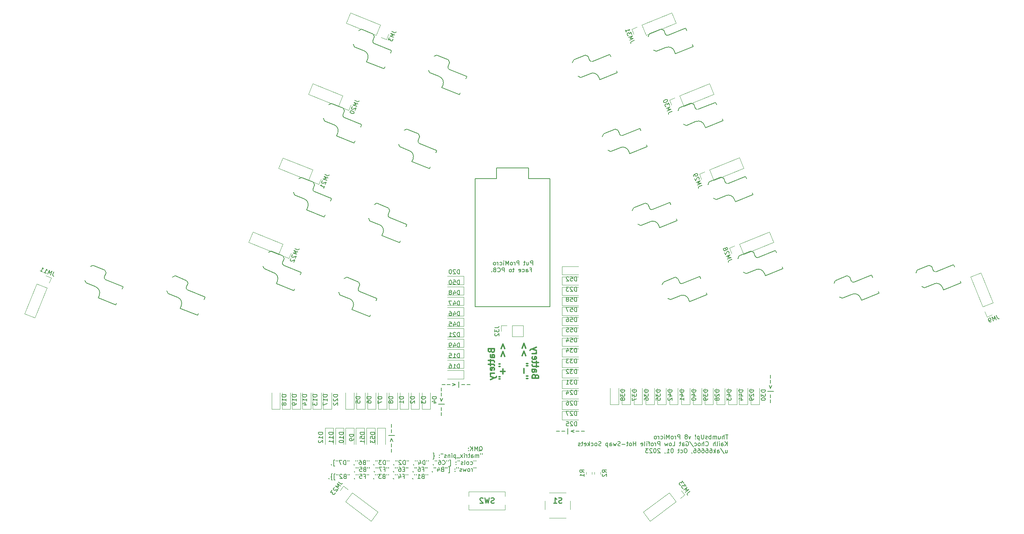
<source format=gbr>
G04 #@! TF.GenerationSoftware,KiCad,Pcbnew,(5.1.4)-1*
G04 #@! TF.CreationDate,2023-10-04T20:41:25-04:00*
G04 #@! TF.ProjectId,ThumbsUp,5468756d-6273-4557-902e-6b696361645f,rev?*
G04 #@! TF.SameCoordinates,Original*
G04 #@! TF.FileFunction,Legend,Bot*
G04 #@! TF.FilePolarity,Positive*
%FSLAX46Y46*%
G04 Gerber Fmt 4.6, Leading zero omitted, Abs format (unit mm)*
G04 Created by KiCad (PCBNEW (5.1.4)-1) date 2023-10-04 20:41:25*
%MOMM*%
%LPD*%
G04 APERTURE LIST*
%ADD10C,0.300000*%
%ADD11C,0.150000*%
%ADD12C,0.120000*%
%ADD13C,0.100000*%
%ADD14C,0.254000*%
G04 APERTURE END LIST*
D10*
X-317117857Y-294978571D02*
X-317189285Y-294764285D01*
X-317260714Y-294692857D01*
X-317403571Y-294621428D01*
X-317617857Y-294621428D01*
X-317760714Y-294692857D01*
X-317832142Y-294764285D01*
X-317903571Y-294907142D01*
X-317903571Y-295478571D01*
X-316403571Y-295478571D01*
X-316403571Y-294978571D01*
X-316475000Y-294835714D01*
X-316546428Y-294764285D01*
X-316689285Y-294692857D01*
X-316832142Y-294692857D01*
X-316975000Y-294764285D01*
X-317046428Y-294835714D01*
X-317117857Y-294978571D01*
X-317117857Y-295478571D01*
X-317903571Y-293335714D02*
X-317117857Y-293335714D01*
X-316975000Y-293407142D01*
X-316903571Y-293550000D01*
X-316903571Y-293835714D01*
X-316975000Y-293978571D01*
X-317832142Y-293335714D02*
X-317903571Y-293478571D01*
X-317903571Y-293835714D01*
X-317832142Y-293978571D01*
X-317689285Y-294050000D01*
X-317546428Y-294050000D01*
X-317403571Y-293978571D01*
X-317332142Y-293835714D01*
X-317332142Y-293478571D01*
X-317260714Y-293335714D01*
X-316903571Y-292835714D02*
X-316903571Y-292264285D01*
X-316403571Y-292621428D02*
X-317689285Y-292621428D01*
X-317832142Y-292550000D01*
X-317903571Y-292407142D01*
X-317903571Y-292264285D01*
X-316903571Y-291978571D02*
X-316903571Y-291407142D01*
X-316403571Y-291764285D02*
X-317689285Y-291764285D01*
X-317832142Y-291692857D01*
X-317903571Y-291550000D01*
X-317903571Y-291407142D01*
X-317832142Y-290335714D02*
X-317903571Y-290478571D01*
X-317903571Y-290764285D01*
X-317832142Y-290907142D01*
X-317689285Y-290978571D01*
X-317117857Y-290978571D01*
X-316975000Y-290907142D01*
X-316903571Y-290764285D01*
X-316903571Y-290478571D01*
X-316975000Y-290335714D01*
X-317117857Y-290264285D01*
X-317260714Y-290264285D01*
X-317403571Y-290978571D01*
X-317903571Y-289621428D02*
X-316903571Y-289621428D01*
X-317189285Y-289621428D02*
X-317046428Y-289550000D01*
X-316975000Y-289478571D01*
X-316903571Y-289335714D01*
X-316903571Y-289192857D01*
X-316903571Y-288835714D02*
X-317903571Y-288478571D01*
X-316903571Y-288121428D02*
X-317903571Y-288478571D01*
X-318260714Y-288621428D01*
X-318332142Y-288692857D01*
X-318403571Y-288835714D01*
X-318953571Y-295514285D02*
X-319239285Y-295514285D01*
X-318953571Y-294942857D02*
X-319239285Y-294942857D01*
X-319882142Y-294300000D02*
X-319882142Y-293157142D01*
X-318953571Y-292514285D02*
X-319239285Y-292514285D01*
X-318953571Y-291942857D02*
X-319239285Y-291942857D01*
X-319453571Y-290157142D02*
X-319882142Y-289014285D01*
X-320310714Y-290157142D01*
X-319453571Y-288300000D02*
X-319882142Y-287157142D01*
X-320310714Y-288300000D01*
D11*
X-330502261Y-312797619D02*
X-330407023Y-312750000D01*
X-330311785Y-312654761D01*
X-330168928Y-312511904D01*
X-330073690Y-312464285D01*
X-329978452Y-312464285D01*
X-330026071Y-312702380D02*
X-329930833Y-312654761D01*
X-329835595Y-312559523D01*
X-329787976Y-312369047D01*
X-329787976Y-312035714D01*
X-329835595Y-311845238D01*
X-329930833Y-311750000D01*
X-330026071Y-311702380D01*
X-330216547Y-311702380D01*
X-330311785Y-311750000D01*
X-330407023Y-311845238D01*
X-330454642Y-312035714D01*
X-330454642Y-312369047D01*
X-330407023Y-312559523D01*
X-330311785Y-312654761D01*
X-330216547Y-312702380D01*
X-330026071Y-312702380D01*
X-330883214Y-312702380D02*
X-330883214Y-311702380D01*
X-331216547Y-312416666D01*
X-331549880Y-311702380D01*
X-331549880Y-312702380D01*
X-332026071Y-312702380D02*
X-332026071Y-311702380D01*
X-332597500Y-312702380D02*
X-332168928Y-312130952D01*
X-332597500Y-311702380D02*
X-332026071Y-312273809D01*
X-333026071Y-312607142D02*
X-333073690Y-312654761D01*
X-333026071Y-312702380D01*
X-332978452Y-312654761D01*
X-333026071Y-312607142D01*
X-333026071Y-312702380D01*
X-333026071Y-312083333D02*
X-333073690Y-312130952D01*
X-333026071Y-312178571D01*
X-332978452Y-312130952D01*
X-333026071Y-312083333D01*
X-333026071Y-312178571D01*
X-329787976Y-313352380D02*
X-329787976Y-313542857D01*
X-330168928Y-313352380D02*
X-330168928Y-313542857D01*
X-330597500Y-314352380D02*
X-330597500Y-313685714D01*
X-330597500Y-313780952D02*
X-330645119Y-313733333D01*
X-330740357Y-313685714D01*
X-330883214Y-313685714D01*
X-330978452Y-313733333D01*
X-331026071Y-313828571D01*
X-331026071Y-314352380D01*
X-331026071Y-313828571D02*
X-331073690Y-313733333D01*
X-331168928Y-313685714D01*
X-331311785Y-313685714D01*
X-331407023Y-313733333D01*
X-331454642Y-313828571D01*
X-331454642Y-314352380D01*
X-332359404Y-314352380D02*
X-332359404Y-313828571D01*
X-332311785Y-313733333D01*
X-332216547Y-313685714D01*
X-332026071Y-313685714D01*
X-331930833Y-313733333D01*
X-332359404Y-314304761D02*
X-332264166Y-314352380D01*
X-332026071Y-314352380D01*
X-331930833Y-314304761D01*
X-331883214Y-314209523D01*
X-331883214Y-314114285D01*
X-331930833Y-314019047D01*
X-332026071Y-313971428D01*
X-332264166Y-313971428D01*
X-332359404Y-313923809D01*
X-332692738Y-313685714D02*
X-333073690Y-313685714D01*
X-332835595Y-313352380D02*
X-332835595Y-314209523D01*
X-332883214Y-314304761D01*
X-332978452Y-314352380D01*
X-333073690Y-314352380D01*
X-333407023Y-314352380D02*
X-333407023Y-313685714D01*
X-333407023Y-313876190D02*
X-333454642Y-313780952D01*
X-333502261Y-313733333D01*
X-333597500Y-313685714D01*
X-333692738Y-313685714D01*
X-334026071Y-314352380D02*
X-334026071Y-313685714D01*
X-334026071Y-313352380D02*
X-333978452Y-313400000D01*
X-334026071Y-313447619D01*
X-334073690Y-313400000D01*
X-334026071Y-313352380D01*
X-334026071Y-313447619D01*
X-334407023Y-314352380D02*
X-334930833Y-313685714D01*
X-334407023Y-313685714D02*
X-334930833Y-314352380D01*
X-335073690Y-314447619D02*
X-335835595Y-314447619D01*
X-336073690Y-313685714D02*
X-336073690Y-314685714D01*
X-336073690Y-313733333D02*
X-336168928Y-313685714D01*
X-336359404Y-313685714D01*
X-336454642Y-313733333D01*
X-336502261Y-313780952D01*
X-336549880Y-313876190D01*
X-336549880Y-314161904D01*
X-336502261Y-314257142D01*
X-336454642Y-314304761D01*
X-336359404Y-314352380D01*
X-336168928Y-314352380D01*
X-336073690Y-314304761D01*
X-336978452Y-314352380D02*
X-336978452Y-313685714D01*
X-336978452Y-313352380D02*
X-336930833Y-313400000D01*
X-336978452Y-313447619D01*
X-337026071Y-313400000D01*
X-336978452Y-313352380D01*
X-336978452Y-313447619D01*
X-337454642Y-313685714D02*
X-337454642Y-314352380D01*
X-337454642Y-313780952D02*
X-337502261Y-313733333D01*
X-337597500Y-313685714D01*
X-337740357Y-313685714D01*
X-337835595Y-313733333D01*
X-337883214Y-313828571D01*
X-337883214Y-314352380D01*
X-338311785Y-314304761D02*
X-338407023Y-314352380D01*
X-338597500Y-314352380D01*
X-338692738Y-314304761D01*
X-338740357Y-314209523D01*
X-338740357Y-314161904D01*
X-338692738Y-314066666D01*
X-338597500Y-314019047D01*
X-338454642Y-314019047D01*
X-338359404Y-313971428D01*
X-338311785Y-313876190D01*
X-338311785Y-313828571D01*
X-338359404Y-313733333D01*
X-338454642Y-313685714D01*
X-338597500Y-313685714D01*
X-338692738Y-313733333D01*
X-339121309Y-313352380D02*
X-339121309Y-313542857D01*
X-339502261Y-313352380D02*
X-339502261Y-313542857D01*
X-339930833Y-314257142D02*
X-339978452Y-314304761D01*
X-339930833Y-314352380D01*
X-339883214Y-314304761D01*
X-339930833Y-314257142D01*
X-339930833Y-314352380D01*
X-339930833Y-313733333D02*
X-339978452Y-313780952D01*
X-339930833Y-313828571D01*
X-339883214Y-313780952D01*
X-339930833Y-313733333D01*
X-339930833Y-313828571D01*
X-341454642Y-314733333D02*
X-341407023Y-314733333D01*
X-341311785Y-314685714D01*
X-341264166Y-314590476D01*
X-341264166Y-314114285D01*
X-341216547Y-314019047D01*
X-341121309Y-313971428D01*
X-341216547Y-313923809D01*
X-341264166Y-313828571D01*
X-341264166Y-313352380D01*
X-341311785Y-313257142D01*
X-341407023Y-313209523D01*
X-341454642Y-313209523D01*
X-331311785Y-315002380D02*
X-331311785Y-315192857D01*
X-331692738Y-315002380D02*
X-331692738Y-315192857D01*
X-332549880Y-315954761D02*
X-332454642Y-316002380D01*
X-332264166Y-316002380D01*
X-332168928Y-315954761D01*
X-332121309Y-315907142D01*
X-332073690Y-315811904D01*
X-332073690Y-315526190D01*
X-332121309Y-315430952D01*
X-332168928Y-315383333D01*
X-332264166Y-315335714D01*
X-332454642Y-315335714D01*
X-332549880Y-315383333D01*
X-333121309Y-316002380D02*
X-333026071Y-315954761D01*
X-332978452Y-315907142D01*
X-332930833Y-315811904D01*
X-332930833Y-315526190D01*
X-332978452Y-315430952D01*
X-333026071Y-315383333D01*
X-333121309Y-315335714D01*
X-333264166Y-315335714D01*
X-333359404Y-315383333D01*
X-333407023Y-315430952D01*
X-333454642Y-315526190D01*
X-333454642Y-315811904D01*
X-333407023Y-315907142D01*
X-333359404Y-315954761D01*
X-333264166Y-316002380D01*
X-333121309Y-316002380D01*
X-334026071Y-316002380D02*
X-333930833Y-315954761D01*
X-333883214Y-315859523D01*
X-333883214Y-315002380D01*
X-334359404Y-315954761D02*
X-334454642Y-316002380D01*
X-334645119Y-316002380D01*
X-334740357Y-315954761D01*
X-334787976Y-315859523D01*
X-334787976Y-315811904D01*
X-334740357Y-315716666D01*
X-334645119Y-315669047D01*
X-334502261Y-315669047D01*
X-334407023Y-315621428D01*
X-334359404Y-315526190D01*
X-334359404Y-315478571D01*
X-334407023Y-315383333D01*
X-334502261Y-315335714D01*
X-334645119Y-315335714D01*
X-334740357Y-315383333D01*
X-335168928Y-315002380D02*
X-335168928Y-315192857D01*
X-335549880Y-315002380D02*
X-335549880Y-315192857D01*
X-335978452Y-315907142D02*
X-336026071Y-315954761D01*
X-335978452Y-316002380D01*
X-335930833Y-315954761D01*
X-335978452Y-315907142D01*
X-335978452Y-316002380D01*
X-335978452Y-315383333D02*
X-336026071Y-315430952D01*
X-335978452Y-315478571D01*
X-335930833Y-315430952D01*
X-335978452Y-315383333D01*
X-335978452Y-315478571D01*
X-337502261Y-316335714D02*
X-337264166Y-316335714D01*
X-337264166Y-314907142D01*
X-337502261Y-314907142D01*
X-337835595Y-315002380D02*
X-337835595Y-315192857D01*
X-338216547Y-315002380D02*
X-338216547Y-315192857D01*
X-339216547Y-315907142D02*
X-339168928Y-315954761D01*
X-339026071Y-316002380D01*
X-338930833Y-316002380D01*
X-338787976Y-315954761D01*
X-338692738Y-315859523D01*
X-338645119Y-315764285D01*
X-338597500Y-315573809D01*
X-338597500Y-315430952D01*
X-338645119Y-315240476D01*
X-338692738Y-315145238D01*
X-338787976Y-315050000D01*
X-338930833Y-315002380D01*
X-339026071Y-315002380D01*
X-339168928Y-315050000D01*
X-339216547Y-315097619D01*
X-340073690Y-315002380D02*
X-339883214Y-315002380D01*
X-339787976Y-315050000D01*
X-339740357Y-315097619D01*
X-339645119Y-315240476D01*
X-339597500Y-315430952D01*
X-339597500Y-315811904D01*
X-339645119Y-315907142D01*
X-339692738Y-315954761D01*
X-339787976Y-316002380D01*
X-339978452Y-316002380D01*
X-340073690Y-315954761D01*
X-340121309Y-315907142D01*
X-340168928Y-315811904D01*
X-340168928Y-315573809D01*
X-340121309Y-315478571D01*
X-340073690Y-315430952D01*
X-339978452Y-315383333D01*
X-339787976Y-315383333D01*
X-339692738Y-315430952D01*
X-339645119Y-315478571D01*
X-339597500Y-315573809D01*
X-340549880Y-315002380D02*
X-340549880Y-315192857D01*
X-340930833Y-315002380D02*
X-340930833Y-315192857D01*
X-341407023Y-315954761D02*
X-341407023Y-316002380D01*
X-341359404Y-316097619D01*
X-341311785Y-316145238D01*
X-342549880Y-315002380D02*
X-342549880Y-315192857D01*
X-342930833Y-315002380D02*
X-342930833Y-315192857D01*
X-343359404Y-316002380D02*
X-343359404Y-315002380D01*
X-343597500Y-315002380D01*
X-343740357Y-315050000D01*
X-343835595Y-315145238D01*
X-343883214Y-315240476D01*
X-343930833Y-315430952D01*
X-343930833Y-315573809D01*
X-343883214Y-315764285D01*
X-343835595Y-315859523D01*
X-343740357Y-315954761D01*
X-343597500Y-316002380D01*
X-343359404Y-316002380D01*
X-344787976Y-315335714D02*
X-344787976Y-316002380D01*
X-344549880Y-314954761D02*
X-344311785Y-315669047D01*
X-344930833Y-315669047D01*
X-345264166Y-315002380D02*
X-345264166Y-315192857D01*
X-345645119Y-315002380D02*
X-345645119Y-315192857D01*
X-346121309Y-315954761D02*
X-346121309Y-316002380D01*
X-346073690Y-316097619D01*
X-346026071Y-316145238D01*
X-347264166Y-315002380D02*
X-347264166Y-315192857D01*
X-347645119Y-315002380D02*
X-347645119Y-315192857D01*
X-348073690Y-316002380D02*
X-348073690Y-315002380D01*
X-348311785Y-315002380D01*
X-348454642Y-315050000D01*
X-348549880Y-315145238D01*
X-348597500Y-315240476D01*
X-348645119Y-315430952D01*
X-348645119Y-315573809D01*
X-348597500Y-315764285D01*
X-348549880Y-315859523D01*
X-348454642Y-315954761D01*
X-348311785Y-316002380D01*
X-348073690Y-316002380D01*
X-349026071Y-315097619D02*
X-349073690Y-315050000D01*
X-349168928Y-315002380D01*
X-349407023Y-315002380D01*
X-349502261Y-315050000D01*
X-349549880Y-315097619D01*
X-349597500Y-315192857D01*
X-349597500Y-315288095D01*
X-349549880Y-315430952D01*
X-348978452Y-316002380D01*
X-349597500Y-316002380D01*
X-349978452Y-315002380D02*
X-349978452Y-315192857D01*
X-350359404Y-315002380D02*
X-350359404Y-315192857D01*
X-350835595Y-315954761D02*
X-350835595Y-316002380D01*
X-350787976Y-316097619D01*
X-350740357Y-316145238D01*
X-351978452Y-315002380D02*
X-351978452Y-315192857D01*
X-352359404Y-315002380D02*
X-352359404Y-315192857D01*
X-352787976Y-316002380D02*
X-352787976Y-315002380D01*
X-353026071Y-315002380D01*
X-353168928Y-315050000D01*
X-353264166Y-315145238D01*
X-353311785Y-315240476D01*
X-353359404Y-315430952D01*
X-353359404Y-315573809D01*
X-353311785Y-315764285D01*
X-353264166Y-315859523D01*
X-353168928Y-315954761D01*
X-353026071Y-316002380D01*
X-352787976Y-316002380D01*
X-353692738Y-315002380D02*
X-354311785Y-315002380D01*
X-353978452Y-315383333D01*
X-354121309Y-315383333D01*
X-354216547Y-315430952D01*
X-354264166Y-315478571D01*
X-354311785Y-315573809D01*
X-354311785Y-315811904D01*
X-354264166Y-315907142D01*
X-354216547Y-315954761D01*
X-354121309Y-316002380D01*
X-353835595Y-316002380D01*
X-353740357Y-315954761D01*
X-353692738Y-315907142D01*
X-354692738Y-315002380D02*
X-354692738Y-315192857D01*
X-355073690Y-315002380D02*
X-355073690Y-315192857D01*
X-355549880Y-315954761D02*
X-355549880Y-316002380D01*
X-355502261Y-316097619D01*
X-355454642Y-316145238D01*
X-356692738Y-315002380D02*
X-356692738Y-315192857D01*
X-357073690Y-315002380D02*
X-357073690Y-315192857D01*
X-357835595Y-315478571D02*
X-357978452Y-315526190D01*
X-358026071Y-315573809D01*
X-358073690Y-315669047D01*
X-358073690Y-315811904D01*
X-358026071Y-315907142D01*
X-357978452Y-315954761D01*
X-357883214Y-316002380D01*
X-357502261Y-316002380D01*
X-357502261Y-315002380D01*
X-357835595Y-315002380D01*
X-357930833Y-315050000D01*
X-357978452Y-315097619D01*
X-358026071Y-315192857D01*
X-358026071Y-315288095D01*
X-357978452Y-315383333D01*
X-357930833Y-315430952D01*
X-357835595Y-315478571D01*
X-357502261Y-315478571D01*
X-358930833Y-315002380D02*
X-358740357Y-315002380D01*
X-358645119Y-315050000D01*
X-358597500Y-315097619D01*
X-358502261Y-315240476D01*
X-358454642Y-315430952D01*
X-358454642Y-315811904D01*
X-358502261Y-315907142D01*
X-358549880Y-315954761D01*
X-358645119Y-316002380D01*
X-358835595Y-316002380D01*
X-358930833Y-315954761D01*
X-358978452Y-315907142D01*
X-359026071Y-315811904D01*
X-359026071Y-315573809D01*
X-358978452Y-315478571D01*
X-358930833Y-315430952D01*
X-358835595Y-315383333D01*
X-358645119Y-315383333D01*
X-358549880Y-315430952D01*
X-358502261Y-315478571D01*
X-358454642Y-315573809D01*
X-359407023Y-315002380D02*
X-359407023Y-315192857D01*
X-359787976Y-315002380D02*
X-359787976Y-315192857D01*
X-360264166Y-315954761D02*
X-360264166Y-316002380D01*
X-360216547Y-316097619D01*
X-360168928Y-316145238D01*
X-361407023Y-315002380D02*
X-361407023Y-315192857D01*
X-361787976Y-315002380D02*
X-361787976Y-315192857D01*
X-362216547Y-316002380D02*
X-362216547Y-315002380D01*
X-362454642Y-315002380D01*
X-362597500Y-315050000D01*
X-362692738Y-315145238D01*
X-362740357Y-315240476D01*
X-362787976Y-315430952D01*
X-362787976Y-315573809D01*
X-362740357Y-315764285D01*
X-362692738Y-315859523D01*
X-362597500Y-315954761D01*
X-362454642Y-316002380D01*
X-362216547Y-316002380D01*
X-363121309Y-315002380D02*
X-363787976Y-315002380D01*
X-363359404Y-316002380D01*
X-364121309Y-315002380D02*
X-364121309Y-315192857D01*
X-364502261Y-315002380D02*
X-364502261Y-315192857D01*
X-364835595Y-316335714D02*
X-365073690Y-316335714D01*
X-365073690Y-314907142D01*
X-364835595Y-314907142D01*
X-365645119Y-315954761D02*
X-365645119Y-316002380D01*
X-365597500Y-316097619D01*
X-365549880Y-316145238D01*
X-331311785Y-316652380D02*
X-331311785Y-316842857D01*
X-331692738Y-316652380D02*
X-331692738Y-316842857D01*
X-332121309Y-317652380D02*
X-332121309Y-316985714D01*
X-332121309Y-317176190D02*
X-332168928Y-317080952D01*
X-332216547Y-317033333D01*
X-332311785Y-316985714D01*
X-332407023Y-316985714D01*
X-332883214Y-317652380D02*
X-332787976Y-317604761D01*
X-332740357Y-317557142D01*
X-332692738Y-317461904D01*
X-332692738Y-317176190D01*
X-332740357Y-317080952D01*
X-332787976Y-317033333D01*
X-332883214Y-316985714D01*
X-333026071Y-316985714D01*
X-333121309Y-317033333D01*
X-333168928Y-317080952D01*
X-333216547Y-317176190D01*
X-333216547Y-317461904D01*
X-333168928Y-317557142D01*
X-333121309Y-317604761D01*
X-333026071Y-317652380D01*
X-332883214Y-317652380D01*
X-333549880Y-316985714D02*
X-333740357Y-317652380D01*
X-333930833Y-317176190D01*
X-334121309Y-317652380D01*
X-334311785Y-316985714D01*
X-334645119Y-317604761D02*
X-334740357Y-317652380D01*
X-334930833Y-317652380D01*
X-335026071Y-317604761D01*
X-335073690Y-317509523D01*
X-335073690Y-317461904D01*
X-335026071Y-317366666D01*
X-334930833Y-317319047D01*
X-334787976Y-317319047D01*
X-334692738Y-317271428D01*
X-334645119Y-317176190D01*
X-334645119Y-317128571D01*
X-334692738Y-317033333D01*
X-334787976Y-316985714D01*
X-334930833Y-316985714D01*
X-335026071Y-317033333D01*
X-335454642Y-316652380D02*
X-335454642Y-316842857D01*
X-335835595Y-316652380D02*
X-335835595Y-316842857D01*
X-336264166Y-317557142D02*
X-336311785Y-317604761D01*
X-336264166Y-317652380D01*
X-336216547Y-317604761D01*
X-336264166Y-317557142D01*
X-336264166Y-317652380D01*
X-336264166Y-317033333D02*
X-336311785Y-317080952D01*
X-336264166Y-317128571D01*
X-336216547Y-317080952D01*
X-336264166Y-317033333D01*
X-336264166Y-317128571D01*
X-337787976Y-317985714D02*
X-337549880Y-317985714D01*
X-337549880Y-316557142D01*
X-337787976Y-316557142D01*
X-338121309Y-316652380D02*
X-338121309Y-316842857D01*
X-338502261Y-316652380D02*
X-338502261Y-316842857D01*
X-339264166Y-317128571D02*
X-339407023Y-317176190D01*
X-339454642Y-317223809D01*
X-339502261Y-317319047D01*
X-339502261Y-317461904D01*
X-339454642Y-317557142D01*
X-339407023Y-317604761D01*
X-339311785Y-317652380D01*
X-338930833Y-317652380D01*
X-338930833Y-316652380D01*
X-339264166Y-316652380D01*
X-339359404Y-316700000D01*
X-339407023Y-316747619D01*
X-339454642Y-316842857D01*
X-339454642Y-316938095D01*
X-339407023Y-317033333D01*
X-339359404Y-317080952D01*
X-339264166Y-317128571D01*
X-338930833Y-317128571D01*
X-340359404Y-316985714D02*
X-340359404Y-317652380D01*
X-340121309Y-316604761D02*
X-339883214Y-317319047D01*
X-340502261Y-317319047D01*
X-340835595Y-316652380D02*
X-340835595Y-316842857D01*
X-341216547Y-316652380D02*
X-341216547Y-316842857D01*
X-341692738Y-317604761D02*
X-341692738Y-317652380D01*
X-341645119Y-317747619D01*
X-341597500Y-317795238D01*
X-342835595Y-316652380D02*
X-342835595Y-316842857D01*
X-343216547Y-316652380D02*
X-343216547Y-316842857D01*
X-343978452Y-317128571D02*
X-343645119Y-317128571D01*
X-343645119Y-317652380D02*
X-343645119Y-316652380D01*
X-344121309Y-316652380D01*
X-344930833Y-316652380D02*
X-344740357Y-316652380D01*
X-344645119Y-316700000D01*
X-344597500Y-316747619D01*
X-344502261Y-316890476D01*
X-344454642Y-317080952D01*
X-344454642Y-317461904D01*
X-344502261Y-317557142D01*
X-344549880Y-317604761D01*
X-344645119Y-317652380D01*
X-344835595Y-317652380D01*
X-344930833Y-317604761D01*
X-344978452Y-317557142D01*
X-345026071Y-317461904D01*
X-345026071Y-317223809D01*
X-344978452Y-317128571D01*
X-344930833Y-317080952D01*
X-344835595Y-317033333D01*
X-344645119Y-317033333D01*
X-344549880Y-317080952D01*
X-344502261Y-317128571D01*
X-344454642Y-317223809D01*
X-345407023Y-316652380D02*
X-345407023Y-316842857D01*
X-345787976Y-316652380D02*
X-345787976Y-316842857D01*
X-346264166Y-317604761D02*
X-346264166Y-317652380D01*
X-346216547Y-317747619D01*
X-346168928Y-317795238D01*
X-347407023Y-316652380D02*
X-347407023Y-316842857D01*
X-347787976Y-316652380D02*
X-347787976Y-316842857D01*
X-348216547Y-317128571D02*
X-348549880Y-317128571D01*
X-348692738Y-317652380D02*
X-348216547Y-317652380D01*
X-348216547Y-316652380D01*
X-348692738Y-316652380D01*
X-349549880Y-316652380D02*
X-349359404Y-316652380D01*
X-349264166Y-316700000D01*
X-349216547Y-316747619D01*
X-349121309Y-316890476D01*
X-349073690Y-317080952D01*
X-349073690Y-317461904D01*
X-349121309Y-317557142D01*
X-349168928Y-317604761D01*
X-349264166Y-317652380D01*
X-349454642Y-317652380D01*
X-349549880Y-317604761D01*
X-349597500Y-317557142D01*
X-349645119Y-317461904D01*
X-349645119Y-317223809D01*
X-349597500Y-317128571D01*
X-349549880Y-317080952D01*
X-349454642Y-317033333D01*
X-349264166Y-317033333D01*
X-349168928Y-317080952D01*
X-349121309Y-317128571D01*
X-349073690Y-317223809D01*
X-350026071Y-316652380D02*
X-350026071Y-316842857D01*
X-350407023Y-316652380D02*
X-350407023Y-316842857D01*
X-350883214Y-317604761D02*
X-350883214Y-317652380D01*
X-350835595Y-317747619D01*
X-350787976Y-317795238D01*
X-352026071Y-316652380D02*
X-352026071Y-316842857D01*
X-352407023Y-316652380D02*
X-352407023Y-316842857D01*
X-353168928Y-317128571D02*
X-352835595Y-317128571D01*
X-352835595Y-317652380D02*
X-352835595Y-316652380D01*
X-353311785Y-316652380D01*
X-353597500Y-316652380D02*
X-354264166Y-316652380D01*
X-353835595Y-317652380D01*
X-354597500Y-316652380D02*
X-354597500Y-316842857D01*
X-354978452Y-316652380D02*
X-354978452Y-316842857D01*
X-355454642Y-317604761D02*
X-355454642Y-317652380D01*
X-355407023Y-317747619D01*
X-355359404Y-317795238D01*
X-356597500Y-316652380D02*
X-356597500Y-316842857D01*
X-356978452Y-316652380D02*
X-356978452Y-316842857D01*
X-357740357Y-317128571D02*
X-357883214Y-317176190D01*
X-357930833Y-317223809D01*
X-357978452Y-317319047D01*
X-357978452Y-317461904D01*
X-357930833Y-317557142D01*
X-357883214Y-317604761D01*
X-357787976Y-317652380D01*
X-357407023Y-317652380D01*
X-357407023Y-316652380D01*
X-357740357Y-316652380D01*
X-357835595Y-316700000D01*
X-357883214Y-316747619D01*
X-357930833Y-316842857D01*
X-357930833Y-316938095D01*
X-357883214Y-317033333D01*
X-357835595Y-317080952D01*
X-357740357Y-317128571D01*
X-357407023Y-317128571D01*
X-358883214Y-316652380D02*
X-358407023Y-316652380D01*
X-358359404Y-317128571D01*
X-358407023Y-317080952D01*
X-358502261Y-317033333D01*
X-358740357Y-317033333D01*
X-358835595Y-317080952D01*
X-358883214Y-317128571D01*
X-358930833Y-317223809D01*
X-358930833Y-317461904D01*
X-358883214Y-317557142D01*
X-358835595Y-317604761D01*
X-358740357Y-317652380D01*
X-358502261Y-317652380D01*
X-358407023Y-317604761D01*
X-358359404Y-317557142D01*
X-359311785Y-316652380D02*
X-359311785Y-316842857D01*
X-359692738Y-316652380D02*
X-359692738Y-316842857D01*
X-360168928Y-317604761D02*
X-360168928Y-317652380D01*
X-360121309Y-317747619D01*
X-360073690Y-317795238D01*
X-342740357Y-318302380D02*
X-342740357Y-318492857D01*
X-343121309Y-318302380D02*
X-343121309Y-318492857D01*
X-343883214Y-318778571D02*
X-344026071Y-318826190D01*
X-344073690Y-318873809D01*
X-344121309Y-318969047D01*
X-344121309Y-319111904D01*
X-344073690Y-319207142D01*
X-344026071Y-319254761D01*
X-343930833Y-319302380D01*
X-343549880Y-319302380D01*
X-343549880Y-318302380D01*
X-343883214Y-318302380D01*
X-343978452Y-318350000D01*
X-344026071Y-318397619D01*
X-344073690Y-318492857D01*
X-344073690Y-318588095D01*
X-344026071Y-318683333D01*
X-343978452Y-318730952D01*
X-343883214Y-318778571D01*
X-343549880Y-318778571D01*
X-345073690Y-319302380D02*
X-344502261Y-319302380D01*
X-344787976Y-319302380D02*
X-344787976Y-318302380D01*
X-344692738Y-318445238D01*
X-344597500Y-318540476D01*
X-344502261Y-318588095D01*
X-345454642Y-318302380D02*
X-345454642Y-318492857D01*
X-345835595Y-318302380D02*
X-345835595Y-318492857D01*
X-346311785Y-319254761D02*
X-346311785Y-319302380D01*
X-346264166Y-319397619D01*
X-346216547Y-319445238D01*
X-347454642Y-318302380D02*
X-347454642Y-318492857D01*
X-347835595Y-318302380D02*
X-347835595Y-318492857D01*
X-348597500Y-318778571D02*
X-348264166Y-318778571D01*
X-348264166Y-319302380D02*
X-348264166Y-318302380D01*
X-348740357Y-318302380D01*
X-349549880Y-318635714D02*
X-349549880Y-319302380D01*
X-349311785Y-318254761D02*
X-349073690Y-318969047D01*
X-349692738Y-318969047D01*
X-350026071Y-318302380D02*
X-350026071Y-318492857D01*
X-350407023Y-318302380D02*
X-350407023Y-318492857D01*
X-350883214Y-319254761D02*
X-350883214Y-319302380D01*
X-350835595Y-319397619D01*
X-350787976Y-319445238D01*
X-352026071Y-318302380D02*
X-352026071Y-318492857D01*
X-352407023Y-318302380D02*
X-352407023Y-318492857D01*
X-353168928Y-318778571D02*
X-353311785Y-318826190D01*
X-353359404Y-318873809D01*
X-353407023Y-318969047D01*
X-353407023Y-319111904D01*
X-353359404Y-319207142D01*
X-353311785Y-319254761D01*
X-353216547Y-319302380D01*
X-352835595Y-319302380D01*
X-352835595Y-318302380D01*
X-353168928Y-318302380D01*
X-353264166Y-318350000D01*
X-353311785Y-318397619D01*
X-353359404Y-318492857D01*
X-353359404Y-318588095D01*
X-353311785Y-318683333D01*
X-353264166Y-318730952D01*
X-353168928Y-318778571D01*
X-352835595Y-318778571D01*
X-353740357Y-318302380D02*
X-354359404Y-318302380D01*
X-354026071Y-318683333D01*
X-354168928Y-318683333D01*
X-354264166Y-318730952D01*
X-354311785Y-318778571D01*
X-354359404Y-318873809D01*
X-354359404Y-319111904D01*
X-354311785Y-319207142D01*
X-354264166Y-319254761D01*
X-354168928Y-319302380D01*
X-353883214Y-319302380D01*
X-353787976Y-319254761D01*
X-353740357Y-319207142D01*
X-354740357Y-318302380D02*
X-354740357Y-318492857D01*
X-355121309Y-318302380D02*
X-355121309Y-318492857D01*
X-355597500Y-319254761D02*
X-355597500Y-319302380D01*
X-355549880Y-319397619D01*
X-355502261Y-319445238D01*
X-356740357Y-318302380D02*
X-356740357Y-318492857D01*
X-357121309Y-318302380D02*
X-357121309Y-318492857D01*
X-357883214Y-318778571D02*
X-357549880Y-318778571D01*
X-357549880Y-319302380D02*
X-357549880Y-318302380D01*
X-358026071Y-318302380D01*
X-358883214Y-318302380D02*
X-358407023Y-318302380D01*
X-358359404Y-318778571D01*
X-358407023Y-318730952D01*
X-358502261Y-318683333D01*
X-358740357Y-318683333D01*
X-358835595Y-318730952D01*
X-358883214Y-318778571D01*
X-358930833Y-318873809D01*
X-358930833Y-319111904D01*
X-358883214Y-319207142D01*
X-358835595Y-319254761D01*
X-358740357Y-319302380D01*
X-358502261Y-319302380D01*
X-358407023Y-319254761D01*
X-358359404Y-319207142D01*
X-359311785Y-318302380D02*
X-359311785Y-318492857D01*
X-359692738Y-318302380D02*
X-359692738Y-318492857D01*
X-360168928Y-319254761D02*
X-360168928Y-319302380D01*
X-360121309Y-319397619D01*
X-360073690Y-319445238D01*
X-361311785Y-318302380D02*
X-361311785Y-318492857D01*
X-361692738Y-318302380D02*
X-361692738Y-318492857D01*
X-362454642Y-318778571D02*
X-362597500Y-318826190D01*
X-362645119Y-318873809D01*
X-362692738Y-318969047D01*
X-362692738Y-319111904D01*
X-362645119Y-319207142D01*
X-362597500Y-319254761D01*
X-362502261Y-319302380D01*
X-362121309Y-319302380D01*
X-362121309Y-318302380D01*
X-362454642Y-318302380D01*
X-362549880Y-318350000D01*
X-362597500Y-318397619D01*
X-362645119Y-318492857D01*
X-362645119Y-318588095D01*
X-362597500Y-318683333D01*
X-362549880Y-318730952D01*
X-362454642Y-318778571D01*
X-362121309Y-318778571D01*
X-363073690Y-318397619D02*
X-363121309Y-318350000D01*
X-363216547Y-318302380D01*
X-363454642Y-318302380D01*
X-363549880Y-318350000D01*
X-363597500Y-318397619D01*
X-363645119Y-318492857D01*
X-363645119Y-318588095D01*
X-363597500Y-318730952D01*
X-363026071Y-319302380D01*
X-363645119Y-319302380D01*
X-364026071Y-318302380D02*
X-364026071Y-318492857D01*
X-364407023Y-318302380D02*
X-364407023Y-318492857D01*
X-364740357Y-319635714D02*
X-364978452Y-319635714D01*
X-364978452Y-318207142D01*
X-364740357Y-318207142D01*
X-365407023Y-319683333D02*
X-365454642Y-319683333D01*
X-365549880Y-319635714D01*
X-365597500Y-319540476D01*
X-365597500Y-319064285D01*
X-365645119Y-318969047D01*
X-365740357Y-318921428D01*
X-365645119Y-318873809D01*
X-365597500Y-318778571D01*
X-365597500Y-318302380D01*
X-365549880Y-318207142D01*
X-365454642Y-318159523D01*
X-365407023Y-318159523D01*
X-366216547Y-319254761D02*
X-366216547Y-319302380D01*
X-366168928Y-319397619D01*
X-366121309Y-319445238D01*
X-339333333Y-296978571D02*
X-338571428Y-296978571D01*
X-338095238Y-296978571D02*
X-337333333Y-296978571D01*
X-336857142Y-297264285D02*
X-336095238Y-296978571D01*
X-336857142Y-296692857D01*
X-335380952Y-296264285D02*
X-335380952Y-297692857D01*
X-334666666Y-296978571D02*
X-333904761Y-296978571D01*
X-333428571Y-296978571D02*
X-332666666Y-296978571D01*
D10*
X-327632142Y-288892857D02*
X-327560714Y-289107142D01*
X-327489285Y-289178571D01*
X-327346428Y-289250000D01*
X-327132142Y-289250000D01*
X-326989285Y-289178571D01*
X-326917857Y-289107142D01*
X-326846428Y-288964285D01*
X-326846428Y-288392857D01*
X-328346428Y-288392857D01*
X-328346428Y-288892857D01*
X-328275000Y-289035714D01*
X-328203571Y-289107142D01*
X-328060714Y-289178571D01*
X-327917857Y-289178571D01*
X-327775000Y-289107142D01*
X-327703571Y-289035714D01*
X-327632142Y-288892857D01*
X-327632142Y-288392857D01*
X-326846428Y-290535714D02*
X-327632142Y-290535714D01*
X-327775000Y-290464285D01*
X-327846428Y-290321428D01*
X-327846428Y-290035714D01*
X-327775000Y-289892857D01*
X-326917857Y-290535714D02*
X-326846428Y-290392857D01*
X-326846428Y-290035714D01*
X-326917857Y-289892857D01*
X-327060714Y-289821428D01*
X-327203571Y-289821428D01*
X-327346428Y-289892857D01*
X-327417857Y-290035714D01*
X-327417857Y-290392857D01*
X-327489285Y-290535714D01*
X-327846428Y-291035714D02*
X-327846428Y-291607142D01*
X-328346428Y-291250000D02*
X-327060714Y-291250000D01*
X-326917857Y-291321428D01*
X-326846428Y-291464285D01*
X-326846428Y-291607142D01*
X-327846428Y-291892857D02*
X-327846428Y-292464285D01*
X-328346428Y-292107142D02*
X-327060714Y-292107142D01*
X-326917857Y-292178571D01*
X-326846428Y-292321428D01*
X-326846428Y-292464285D01*
X-326917857Y-293535714D02*
X-326846428Y-293392857D01*
X-326846428Y-293107142D01*
X-326917857Y-292964285D01*
X-327060714Y-292892857D01*
X-327632142Y-292892857D01*
X-327775000Y-292964285D01*
X-327846428Y-293107142D01*
X-327846428Y-293392857D01*
X-327775000Y-293535714D01*
X-327632142Y-293607142D01*
X-327489285Y-293607142D01*
X-327346428Y-292892857D01*
X-326846428Y-294250000D02*
X-327846428Y-294250000D01*
X-327560714Y-294250000D02*
X-327703571Y-294321428D01*
X-327775000Y-294392857D01*
X-327846428Y-294535714D01*
X-327846428Y-294678571D01*
X-327846428Y-295035714D02*
X-326846428Y-295392857D01*
X-327846428Y-295750000D02*
X-326846428Y-295392857D01*
X-326489285Y-295250000D01*
X-326417857Y-295178571D01*
X-326346428Y-295035714D01*
X-325296428Y-288428571D02*
X-324867857Y-287285714D01*
X-324439285Y-288428571D01*
X-325296428Y-290285714D02*
X-324867857Y-289142857D01*
X-324439285Y-290285714D01*
X-325796428Y-292071428D02*
X-325510714Y-292071428D01*
X-325796428Y-292642857D02*
X-325510714Y-292642857D01*
X-324867857Y-293285714D02*
X-324867857Y-294428571D01*
X-324296428Y-293857142D02*
X-325439285Y-293857142D01*
X-325796428Y-295071428D02*
X-325510714Y-295071428D01*
X-325796428Y-295642857D02*
X-325510714Y-295642857D01*
D11*
X-271342738Y-308902380D02*
X-271914166Y-308902380D01*
X-271628452Y-309902380D02*
X-271628452Y-308902380D01*
X-272247500Y-309902380D02*
X-272247500Y-308902380D01*
X-272676071Y-309902380D02*
X-272676071Y-309378571D01*
X-272628452Y-309283333D01*
X-272533214Y-309235714D01*
X-272390357Y-309235714D01*
X-272295119Y-309283333D01*
X-272247500Y-309330952D01*
X-273580833Y-309235714D02*
X-273580833Y-309902380D01*
X-273152261Y-309235714D02*
X-273152261Y-309759523D01*
X-273199880Y-309854761D01*
X-273295119Y-309902380D01*
X-273437976Y-309902380D01*
X-273533214Y-309854761D01*
X-273580833Y-309807142D01*
X-274057023Y-309902380D02*
X-274057023Y-309235714D01*
X-274057023Y-309330952D02*
X-274104642Y-309283333D01*
X-274199880Y-309235714D01*
X-274342738Y-309235714D01*
X-274437976Y-309283333D01*
X-274485595Y-309378571D01*
X-274485595Y-309902380D01*
X-274485595Y-309378571D02*
X-274533214Y-309283333D01*
X-274628452Y-309235714D01*
X-274771309Y-309235714D01*
X-274866547Y-309283333D01*
X-274914166Y-309378571D01*
X-274914166Y-309902380D01*
X-275390357Y-309902380D02*
X-275390357Y-308902380D01*
X-275390357Y-309283333D02*
X-275485595Y-309235714D01*
X-275676071Y-309235714D01*
X-275771309Y-309283333D01*
X-275818928Y-309330952D01*
X-275866547Y-309426190D01*
X-275866547Y-309711904D01*
X-275818928Y-309807142D01*
X-275771309Y-309854761D01*
X-275676071Y-309902380D01*
X-275485595Y-309902380D01*
X-275390357Y-309854761D01*
X-276247500Y-309854761D02*
X-276342738Y-309902380D01*
X-276533214Y-309902380D01*
X-276628452Y-309854761D01*
X-276676071Y-309759523D01*
X-276676071Y-309711904D01*
X-276628452Y-309616666D01*
X-276533214Y-309569047D01*
X-276390357Y-309569047D01*
X-276295119Y-309521428D01*
X-276247500Y-309426190D01*
X-276247500Y-309378571D01*
X-276295119Y-309283333D01*
X-276390357Y-309235714D01*
X-276533214Y-309235714D01*
X-276628452Y-309283333D01*
X-277104642Y-308902380D02*
X-277104642Y-309711904D01*
X-277152261Y-309807142D01*
X-277199880Y-309854761D01*
X-277295119Y-309902380D01*
X-277485595Y-309902380D01*
X-277580833Y-309854761D01*
X-277628452Y-309807142D01*
X-277676071Y-309711904D01*
X-277676071Y-308902380D01*
X-278152261Y-309235714D02*
X-278152261Y-310235714D01*
X-278152261Y-309283333D02*
X-278247500Y-309235714D01*
X-278437976Y-309235714D01*
X-278533214Y-309283333D01*
X-278580833Y-309330952D01*
X-278628452Y-309426190D01*
X-278628452Y-309711904D01*
X-278580833Y-309807142D01*
X-278533214Y-309854761D01*
X-278437976Y-309902380D01*
X-278247500Y-309902380D01*
X-278152261Y-309854761D01*
X-279057023Y-309807142D02*
X-279104642Y-309854761D01*
X-279057023Y-309902380D01*
X-279009404Y-309854761D01*
X-279057023Y-309807142D01*
X-279057023Y-309902380D01*
X-279057023Y-309521428D02*
X-279009404Y-308950000D01*
X-279057023Y-308902380D01*
X-279104642Y-308950000D01*
X-279057023Y-309521428D01*
X-279057023Y-308902380D01*
X-280199880Y-309235714D02*
X-280437976Y-309902380D01*
X-280676071Y-309235714D01*
X-281199880Y-309330952D02*
X-281104642Y-309283333D01*
X-281057023Y-309235714D01*
X-281009404Y-309140476D01*
X-281009404Y-309092857D01*
X-281057023Y-308997619D01*
X-281104642Y-308950000D01*
X-281199880Y-308902380D01*
X-281390357Y-308902380D01*
X-281485595Y-308950000D01*
X-281533214Y-308997619D01*
X-281580833Y-309092857D01*
X-281580833Y-309140476D01*
X-281533214Y-309235714D01*
X-281485595Y-309283333D01*
X-281390357Y-309330952D01*
X-281199880Y-309330952D01*
X-281104642Y-309378571D01*
X-281057023Y-309426190D01*
X-281009404Y-309521428D01*
X-281009404Y-309711904D01*
X-281057023Y-309807142D01*
X-281104642Y-309854761D01*
X-281199880Y-309902380D01*
X-281390357Y-309902380D01*
X-281485595Y-309854761D01*
X-281533214Y-309807142D01*
X-281580833Y-309711904D01*
X-281580833Y-309521428D01*
X-281533214Y-309426190D01*
X-281485595Y-309378571D01*
X-281390357Y-309330952D01*
X-282771309Y-309902380D02*
X-282771309Y-308902380D01*
X-283152261Y-308902380D01*
X-283247500Y-308950000D01*
X-283295119Y-308997619D01*
X-283342738Y-309092857D01*
X-283342738Y-309235714D01*
X-283295119Y-309330952D01*
X-283247500Y-309378571D01*
X-283152261Y-309426190D01*
X-282771309Y-309426190D01*
X-283771309Y-309902380D02*
X-283771309Y-309235714D01*
X-283771309Y-309426190D02*
X-283818928Y-309330952D01*
X-283866547Y-309283333D01*
X-283961785Y-309235714D01*
X-284057023Y-309235714D01*
X-284533214Y-309902380D02*
X-284437976Y-309854761D01*
X-284390357Y-309807142D01*
X-284342738Y-309711904D01*
X-284342738Y-309426190D01*
X-284390357Y-309330952D01*
X-284437976Y-309283333D01*
X-284533214Y-309235714D01*
X-284676071Y-309235714D01*
X-284771309Y-309283333D01*
X-284818928Y-309330952D01*
X-284866547Y-309426190D01*
X-284866547Y-309711904D01*
X-284818928Y-309807142D01*
X-284771309Y-309854761D01*
X-284676071Y-309902380D01*
X-284533214Y-309902380D01*
X-285295119Y-309902380D02*
X-285295119Y-308902380D01*
X-285628452Y-309616666D01*
X-285961785Y-308902380D01*
X-285961785Y-309902380D01*
X-286437976Y-309902380D02*
X-286437976Y-309235714D01*
X-286437976Y-308902380D02*
X-286390357Y-308950000D01*
X-286437976Y-308997619D01*
X-286485595Y-308950000D01*
X-286437976Y-308902380D01*
X-286437976Y-308997619D01*
X-287342738Y-309854761D02*
X-287247500Y-309902380D01*
X-287057023Y-309902380D01*
X-286961785Y-309854761D01*
X-286914166Y-309807142D01*
X-286866547Y-309711904D01*
X-286866547Y-309426190D01*
X-286914166Y-309330952D01*
X-286961785Y-309283333D01*
X-287057023Y-309235714D01*
X-287247500Y-309235714D01*
X-287342738Y-309283333D01*
X-287771309Y-309902380D02*
X-287771309Y-309235714D01*
X-287771309Y-309426190D02*
X-287818928Y-309330952D01*
X-287866547Y-309283333D01*
X-287961785Y-309235714D01*
X-288057023Y-309235714D01*
X-288533214Y-309902380D02*
X-288437976Y-309854761D01*
X-288390357Y-309807142D01*
X-288342738Y-309711904D01*
X-288342738Y-309426190D01*
X-288390357Y-309330952D01*
X-288437976Y-309283333D01*
X-288533214Y-309235714D01*
X-288676071Y-309235714D01*
X-288771309Y-309283333D01*
X-288818928Y-309330952D01*
X-288866547Y-309426190D01*
X-288866547Y-309711904D01*
X-288818928Y-309807142D01*
X-288771309Y-309854761D01*
X-288676071Y-309902380D01*
X-288533214Y-309902380D01*
X-271485595Y-311552380D02*
X-271485595Y-310552380D01*
X-272057023Y-311552380D02*
X-271628452Y-310980952D01*
X-272057023Y-310552380D02*
X-271485595Y-311123809D01*
X-272914166Y-311552380D02*
X-272914166Y-311028571D01*
X-272866547Y-310933333D01*
X-272771309Y-310885714D01*
X-272580833Y-310885714D01*
X-272485595Y-310933333D01*
X-272914166Y-311504761D02*
X-272818928Y-311552380D01*
X-272580833Y-311552380D01*
X-272485595Y-311504761D01*
X-272437976Y-311409523D01*
X-272437976Y-311314285D01*
X-272485595Y-311219047D01*
X-272580833Y-311171428D01*
X-272818928Y-311171428D01*
X-272914166Y-311123809D01*
X-273390357Y-311552380D02*
X-273390357Y-310885714D01*
X-273390357Y-310552380D02*
X-273342738Y-310600000D01*
X-273390357Y-310647619D01*
X-273437976Y-310600000D01*
X-273390357Y-310552380D01*
X-273390357Y-310647619D01*
X-274009404Y-311552380D02*
X-273914166Y-311504761D01*
X-273866547Y-311409523D01*
X-273866547Y-310552380D01*
X-274390357Y-311552380D02*
X-274390357Y-310552380D01*
X-274818928Y-311552380D02*
X-274818928Y-311028571D01*
X-274771309Y-310933333D01*
X-274676071Y-310885714D01*
X-274533214Y-310885714D01*
X-274437976Y-310933333D01*
X-274390357Y-310980952D01*
X-276628452Y-311457142D02*
X-276580833Y-311504761D01*
X-276437976Y-311552380D01*
X-276342738Y-311552380D01*
X-276199880Y-311504761D01*
X-276104642Y-311409523D01*
X-276057023Y-311314285D01*
X-276009404Y-311123809D01*
X-276009404Y-310980952D01*
X-276057023Y-310790476D01*
X-276104642Y-310695238D01*
X-276199880Y-310600000D01*
X-276342738Y-310552380D01*
X-276437976Y-310552380D01*
X-276580833Y-310600000D01*
X-276628452Y-310647619D01*
X-277057023Y-311552380D02*
X-277057023Y-310552380D01*
X-277485595Y-311552380D02*
X-277485595Y-311028571D01*
X-277437976Y-310933333D01*
X-277342738Y-310885714D01*
X-277199880Y-310885714D01*
X-277104642Y-310933333D01*
X-277057023Y-310980952D01*
X-278104642Y-311552380D02*
X-278009404Y-311504761D01*
X-277961785Y-311457142D01*
X-277914166Y-311361904D01*
X-277914166Y-311076190D01*
X-277961785Y-310980952D01*
X-278009404Y-310933333D01*
X-278104642Y-310885714D01*
X-278247500Y-310885714D01*
X-278342738Y-310933333D01*
X-278390357Y-310980952D01*
X-278437976Y-311076190D01*
X-278437976Y-311361904D01*
X-278390357Y-311457142D01*
X-278342738Y-311504761D01*
X-278247500Y-311552380D01*
X-278104642Y-311552380D01*
X-279295119Y-311504761D02*
X-279199880Y-311552380D01*
X-279009404Y-311552380D01*
X-278914166Y-311504761D01*
X-278866547Y-311457142D01*
X-278818928Y-311361904D01*
X-278818928Y-311076190D01*
X-278866547Y-310980952D01*
X-278914166Y-310933333D01*
X-279009404Y-310885714D01*
X-279199880Y-310885714D01*
X-279295119Y-310933333D01*
X-280437976Y-310504761D02*
X-279580833Y-311790476D01*
X-281295119Y-310600000D02*
X-281199880Y-310552380D01*
X-281057023Y-310552380D01*
X-280914166Y-310600000D01*
X-280818928Y-310695238D01*
X-280771309Y-310790476D01*
X-280723690Y-310980952D01*
X-280723690Y-311123809D01*
X-280771309Y-311314285D01*
X-280818928Y-311409523D01*
X-280914166Y-311504761D01*
X-281057023Y-311552380D01*
X-281152261Y-311552380D01*
X-281295119Y-311504761D01*
X-281342738Y-311457142D01*
X-281342738Y-311123809D01*
X-281152261Y-311123809D01*
X-282199880Y-311552380D02*
X-282199880Y-311028571D01*
X-282152261Y-310933333D01*
X-282057023Y-310885714D01*
X-281866547Y-310885714D01*
X-281771309Y-310933333D01*
X-282199880Y-311504761D02*
X-282104642Y-311552380D01*
X-281866547Y-311552380D01*
X-281771309Y-311504761D01*
X-281723690Y-311409523D01*
X-281723690Y-311314285D01*
X-281771309Y-311219047D01*
X-281866547Y-311171428D01*
X-282104642Y-311171428D01*
X-282199880Y-311123809D01*
X-282533214Y-310885714D02*
X-282914166Y-310885714D01*
X-282676071Y-310552380D02*
X-282676071Y-311409523D01*
X-282723690Y-311504761D01*
X-282818928Y-311552380D01*
X-282914166Y-311552380D01*
X-284485595Y-311552380D02*
X-284009404Y-311552380D01*
X-284009404Y-310552380D01*
X-284961785Y-311552380D02*
X-284866547Y-311504761D01*
X-284818928Y-311457142D01*
X-284771309Y-311361904D01*
X-284771309Y-311076190D01*
X-284818928Y-310980952D01*
X-284866547Y-310933333D01*
X-284961785Y-310885714D01*
X-285104642Y-310885714D01*
X-285199880Y-310933333D01*
X-285247500Y-310980952D01*
X-285295119Y-311076190D01*
X-285295119Y-311361904D01*
X-285247500Y-311457142D01*
X-285199880Y-311504761D01*
X-285104642Y-311552380D01*
X-284961785Y-311552380D01*
X-285628452Y-310885714D02*
X-285818928Y-311552380D01*
X-286009404Y-311076190D01*
X-286199880Y-311552380D01*
X-286390357Y-310885714D01*
X-287533214Y-311552380D02*
X-287533214Y-310552380D01*
X-287914166Y-310552380D01*
X-288009404Y-310600000D01*
X-288057023Y-310647619D01*
X-288104642Y-310742857D01*
X-288104642Y-310885714D01*
X-288057023Y-310980952D01*
X-288009404Y-311028571D01*
X-287914166Y-311076190D01*
X-287533214Y-311076190D01*
X-288533214Y-311552380D02*
X-288533214Y-310885714D01*
X-288533214Y-311076190D02*
X-288580833Y-310980952D01*
X-288628452Y-310933333D01*
X-288723690Y-310885714D01*
X-288818928Y-310885714D01*
X-289295119Y-311552380D02*
X-289199880Y-311504761D01*
X-289152261Y-311457142D01*
X-289104642Y-311361904D01*
X-289104642Y-311076190D01*
X-289152261Y-310980952D01*
X-289199880Y-310933333D01*
X-289295119Y-310885714D01*
X-289437976Y-310885714D01*
X-289533214Y-310933333D01*
X-289580833Y-310980952D01*
X-289628452Y-311076190D01*
X-289628452Y-311361904D01*
X-289580833Y-311457142D01*
X-289533214Y-311504761D01*
X-289437976Y-311552380D01*
X-289295119Y-311552380D01*
X-289914166Y-310885714D02*
X-290295119Y-310885714D01*
X-290057023Y-311552380D02*
X-290057023Y-310695238D01*
X-290104642Y-310600000D01*
X-290199880Y-310552380D01*
X-290295119Y-310552380D01*
X-290628452Y-311552380D02*
X-290628452Y-310885714D01*
X-290628452Y-310552380D02*
X-290580833Y-310600000D01*
X-290628452Y-310647619D01*
X-290676071Y-310600000D01*
X-290628452Y-310552380D01*
X-290628452Y-310647619D01*
X-291247500Y-311552380D02*
X-291152261Y-311504761D01*
X-291104642Y-311409523D01*
X-291104642Y-310552380D01*
X-292009404Y-311504761D02*
X-291914166Y-311552380D01*
X-291723690Y-311552380D01*
X-291628452Y-311504761D01*
X-291580833Y-311409523D01*
X-291580833Y-311028571D01*
X-291628452Y-310933333D01*
X-291723690Y-310885714D01*
X-291914166Y-310885714D01*
X-292009404Y-310933333D01*
X-292057023Y-311028571D01*
X-292057023Y-311123809D01*
X-291580833Y-311219047D01*
X-293247500Y-311552380D02*
X-293247500Y-310552380D01*
X-293247500Y-311028571D02*
X-293818928Y-311028571D01*
X-293818928Y-311552380D02*
X-293818928Y-310552380D01*
X-294437976Y-311552380D02*
X-294342738Y-311504761D01*
X-294295119Y-311457142D01*
X-294247500Y-311361904D01*
X-294247500Y-311076190D01*
X-294295119Y-310980952D01*
X-294342738Y-310933333D01*
X-294437976Y-310885714D01*
X-294580833Y-310885714D01*
X-294676071Y-310933333D01*
X-294723690Y-310980952D01*
X-294771309Y-311076190D01*
X-294771309Y-311361904D01*
X-294723690Y-311457142D01*
X-294676071Y-311504761D01*
X-294580833Y-311552380D01*
X-294437976Y-311552380D01*
X-295057023Y-310885714D02*
X-295437976Y-310885714D01*
X-295199880Y-310552380D02*
X-295199880Y-311409523D01*
X-295247500Y-311504761D01*
X-295342738Y-311552380D01*
X-295437976Y-311552380D01*
X-295771309Y-311171428D02*
X-296533214Y-311171428D01*
X-296961785Y-311504761D02*
X-297104642Y-311552380D01*
X-297342738Y-311552380D01*
X-297437976Y-311504761D01*
X-297485595Y-311457142D01*
X-297533214Y-311361904D01*
X-297533214Y-311266666D01*
X-297485595Y-311171428D01*
X-297437976Y-311123809D01*
X-297342738Y-311076190D01*
X-297152261Y-311028571D01*
X-297057023Y-310980952D01*
X-297009404Y-310933333D01*
X-296961785Y-310838095D01*
X-296961785Y-310742857D01*
X-297009404Y-310647619D01*
X-297057023Y-310600000D01*
X-297152261Y-310552380D01*
X-297390357Y-310552380D01*
X-297533214Y-310600000D01*
X-297866547Y-310885714D02*
X-298057023Y-311552380D01*
X-298247500Y-311076190D01*
X-298437976Y-311552380D01*
X-298628452Y-310885714D01*
X-299437976Y-311552380D02*
X-299437976Y-311028571D01*
X-299390357Y-310933333D01*
X-299295119Y-310885714D01*
X-299104642Y-310885714D01*
X-299009404Y-310933333D01*
X-299437976Y-311504761D02*
X-299342738Y-311552380D01*
X-299104642Y-311552380D01*
X-299009404Y-311504761D01*
X-298961785Y-311409523D01*
X-298961785Y-311314285D01*
X-299009404Y-311219047D01*
X-299104642Y-311171428D01*
X-299342738Y-311171428D01*
X-299437976Y-311123809D01*
X-299914166Y-310885714D02*
X-299914166Y-311885714D01*
X-299914166Y-310933333D02*
X-300009404Y-310885714D01*
X-300199880Y-310885714D01*
X-300295119Y-310933333D01*
X-300342738Y-310980952D01*
X-300390357Y-311076190D01*
X-300390357Y-311361904D01*
X-300342738Y-311457142D01*
X-300295119Y-311504761D01*
X-300199880Y-311552380D01*
X-300009404Y-311552380D01*
X-299914166Y-311504761D01*
X-301533214Y-311504761D02*
X-301676071Y-311552380D01*
X-301914166Y-311552380D01*
X-302009404Y-311504761D01*
X-302057023Y-311457142D01*
X-302104642Y-311361904D01*
X-302104642Y-311266666D01*
X-302057023Y-311171428D01*
X-302009404Y-311123809D01*
X-301914166Y-311076190D01*
X-301723690Y-311028571D01*
X-301628452Y-310980952D01*
X-301580833Y-310933333D01*
X-301533214Y-310838095D01*
X-301533214Y-310742857D01*
X-301580833Y-310647619D01*
X-301628452Y-310600000D01*
X-301723690Y-310552380D01*
X-301961785Y-310552380D01*
X-302104642Y-310600000D01*
X-302676071Y-311552380D02*
X-302580833Y-311504761D01*
X-302533214Y-311457142D01*
X-302485595Y-311361904D01*
X-302485595Y-311076190D01*
X-302533214Y-310980952D01*
X-302580833Y-310933333D01*
X-302676071Y-310885714D01*
X-302818928Y-310885714D01*
X-302914166Y-310933333D01*
X-302961785Y-310980952D01*
X-303009404Y-311076190D01*
X-303009404Y-311361904D01*
X-302961785Y-311457142D01*
X-302914166Y-311504761D01*
X-302818928Y-311552380D01*
X-302676071Y-311552380D01*
X-303866547Y-311504761D02*
X-303771309Y-311552380D01*
X-303580833Y-311552380D01*
X-303485595Y-311504761D01*
X-303437976Y-311457142D01*
X-303390357Y-311361904D01*
X-303390357Y-311076190D01*
X-303437976Y-310980952D01*
X-303485595Y-310933333D01*
X-303580833Y-310885714D01*
X-303771309Y-310885714D01*
X-303866547Y-310933333D01*
X-304295119Y-311552380D02*
X-304295119Y-310552380D01*
X-304390357Y-311171428D02*
X-304676071Y-311552380D01*
X-304676071Y-310885714D02*
X-304295119Y-311266666D01*
X-305485595Y-311504761D02*
X-305390357Y-311552380D01*
X-305199880Y-311552380D01*
X-305104642Y-311504761D01*
X-305057023Y-311409523D01*
X-305057023Y-311028571D01*
X-305104642Y-310933333D01*
X-305199880Y-310885714D01*
X-305390357Y-310885714D01*
X-305485595Y-310933333D01*
X-305533214Y-311028571D01*
X-305533214Y-311123809D01*
X-305057023Y-311219047D01*
X-305818928Y-310885714D02*
X-306199880Y-310885714D01*
X-305961785Y-310552380D02*
X-305961785Y-311409523D01*
X-306009404Y-311504761D01*
X-306104642Y-311552380D01*
X-306199880Y-311552380D01*
X-306485595Y-311504761D02*
X-306580833Y-311552380D01*
X-306771309Y-311552380D01*
X-306866547Y-311504761D01*
X-306914166Y-311409523D01*
X-306914166Y-311361904D01*
X-306866547Y-311266666D01*
X-306771309Y-311219047D01*
X-306628452Y-311219047D01*
X-306533214Y-311171428D01*
X-306485595Y-311076190D01*
X-306485595Y-311028571D01*
X-306533214Y-310933333D01*
X-306628452Y-310885714D01*
X-306771309Y-310885714D01*
X-306866547Y-310933333D01*
X-271914166Y-312535714D02*
X-271914166Y-313202380D01*
X-271485595Y-312535714D02*
X-271485595Y-313059523D01*
X-271533214Y-313154761D01*
X-271628452Y-313202380D01*
X-271771309Y-313202380D01*
X-271866547Y-313154761D01*
X-271914166Y-313107142D01*
X-273104642Y-312154761D02*
X-272247500Y-313440476D01*
X-273866547Y-313202380D02*
X-273866547Y-312678571D01*
X-273818928Y-312583333D01*
X-273723690Y-312535714D01*
X-273533214Y-312535714D01*
X-273437976Y-312583333D01*
X-273866547Y-313154761D02*
X-273771309Y-313202380D01*
X-273533214Y-313202380D01*
X-273437976Y-313154761D01*
X-273390357Y-313059523D01*
X-273390357Y-312964285D01*
X-273437976Y-312869047D01*
X-273533214Y-312821428D01*
X-273771309Y-312821428D01*
X-273866547Y-312773809D01*
X-274342738Y-313202380D02*
X-274342738Y-312202380D01*
X-274437976Y-312821428D02*
X-274723690Y-313202380D01*
X-274723690Y-312535714D02*
X-274342738Y-312916666D01*
X-275580833Y-312202380D02*
X-275390357Y-312202380D01*
X-275295119Y-312250000D01*
X-275247500Y-312297619D01*
X-275152261Y-312440476D01*
X-275104642Y-312630952D01*
X-275104642Y-313011904D01*
X-275152261Y-313107142D01*
X-275199880Y-313154761D01*
X-275295119Y-313202380D01*
X-275485595Y-313202380D01*
X-275580833Y-313154761D01*
X-275628452Y-313107142D01*
X-275676071Y-313011904D01*
X-275676071Y-312773809D01*
X-275628452Y-312678571D01*
X-275580833Y-312630952D01*
X-275485595Y-312583333D01*
X-275295119Y-312583333D01*
X-275199880Y-312630952D01*
X-275152261Y-312678571D01*
X-275104642Y-312773809D01*
X-276533214Y-312202380D02*
X-276342738Y-312202380D01*
X-276247500Y-312250000D01*
X-276199880Y-312297619D01*
X-276104642Y-312440476D01*
X-276057023Y-312630952D01*
X-276057023Y-313011904D01*
X-276104642Y-313107142D01*
X-276152261Y-313154761D01*
X-276247500Y-313202380D01*
X-276437976Y-313202380D01*
X-276533214Y-313154761D01*
X-276580833Y-313107142D01*
X-276628452Y-313011904D01*
X-276628452Y-312773809D01*
X-276580833Y-312678571D01*
X-276533214Y-312630952D01*
X-276437976Y-312583333D01*
X-276247500Y-312583333D01*
X-276152261Y-312630952D01*
X-276104642Y-312678571D01*
X-276057023Y-312773809D01*
X-277485595Y-312202380D02*
X-277295119Y-312202380D01*
X-277199880Y-312250000D01*
X-277152261Y-312297619D01*
X-277057023Y-312440476D01*
X-277009404Y-312630952D01*
X-277009404Y-313011904D01*
X-277057023Y-313107142D01*
X-277104642Y-313154761D01*
X-277199880Y-313202380D01*
X-277390357Y-313202380D01*
X-277485595Y-313154761D01*
X-277533214Y-313107142D01*
X-277580833Y-313011904D01*
X-277580833Y-312773809D01*
X-277533214Y-312678571D01*
X-277485595Y-312630952D01*
X-277390357Y-312583333D01*
X-277199880Y-312583333D01*
X-277104642Y-312630952D01*
X-277057023Y-312678571D01*
X-277009404Y-312773809D01*
X-278437976Y-312202380D02*
X-278247500Y-312202380D01*
X-278152261Y-312250000D01*
X-278104642Y-312297619D01*
X-278009404Y-312440476D01*
X-277961785Y-312630952D01*
X-277961785Y-313011904D01*
X-278009404Y-313107142D01*
X-278057023Y-313154761D01*
X-278152261Y-313202380D01*
X-278342738Y-313202380D01*
X-278437976Y-313154761D01*
X-278485595Y-313107142D01*
X-278533214Y-313011904D01*
X-278533214Y-312773809D01*
X-278485595Y-312678571D01*
X-278437976Y-312630952D01*
X-278342738Y-312583333D01*
X-278152261Y-312583333D01*
X-278057023Y-312630952D01*
X-278009404Y-312678571D01*
X-277961785Y-312773809D01*
X-279390357Y-312202380D02*
X-279199880Y-312202380D01*
X-279104642Y-312250000D01*
X-279057023Y-312297619D01*
X-278961785Y-312440476D01*
X-278914166Y-312630952D01*
X-278914166Y-313011904D01*
X-278961785Y-313107142D01*
X-279009404Y-313154761D01*
X-279104642Y-313202380D01*
X-279295119Y-313202380D01*
X-279390357Y-313154761D01*
X-279437976Y-313107142D01*
X-279485595Y-313011904D01*
X-279485595Y-312773809D01*
X-279437976Y-312678571D01*
X-279390357Y-312630952D01*
X-279295119Y-312583333D01*
X-279104642Y-312583333D01*
X-279009404Y-312630952D01*
X-278961785Y-312678571D01*
X-278914166Y-312773809D01*
X-279961785Y-313154761D02*
X-279961785Y-313202380D01*
X-279914166Y-313297619D01*
X-279866547Y-313345238D01*
X-281342738Y-312202380D02*
X-281533214Y-312202380D01*
X-281628452Y-312250000D01*
X-281723690Y-312345238D01*
X-281771309Y-312535714D01*
X-281771309Y-312869047D01*
X-281723690Y-313059523D01*
X-281628452Y-313154761D01*
X-281533214Y-313202380D01*
X-281342738Y-313202380D01*
X-281247500Y-313154761D01*
X-281152261Y-313059523D01*
X-281104642Y-312869047D01*
X-281104642Y-312535714D01*
X-281152261Y-312345238D01*
X-281247500Y-312250000D01*
X-281342738Y-312202380D01*
X-282628452Y-313154761D02*
X-282533214Y-313202380D01*
X-282342738Y-313202380D01*
X-282247500Y-313154761D01*
X-282199880Y-313107142D01*
X-282152261Y-313011904D01*
X-282152261Y-312726190D01*
X-282199880Y-312630952D01*
X-282247500Y-312583333D01*
X-282342738Y-312535714D01*
X-282533214Y-312535714D01*
X-282628452Y-312583333D01*
X-282914166Y-312535714D02*
X-283295119Y-312535714D01*
X-283057023Y-312202380D02*
X-283057023Y-313059523D01*
X-283104642Y-313154761D01*
X-283199880Y-313202380D01*
X-283295119Y-313202380D01*
X-284580833Y-312202380D02*
X-284676071Y-312202380D01*
X-284771309Y-312250000D01*
X-284818928Y-312297619D01*
X-284866547Y-312392857D01*
X-284914166Y-312583333D01*
X-284914166Y-312821428D01*
X-284866547Y-313011904D01*
X-284818928Y-313107142D01*
X-284771309Y-313154761D01*
X-284676071Y-313202380D01*
X-284580833Y-313202380D01*
X-284485595Y-313154761D01*
X-284437976Y-313107142D01*
X-284390357Y-313011904D01*
X-284342738Y-312821428D01*
X-284342738Y-312583333D01*
X-284390357Y-312392857D01*
X-284437976Y-312297619D01*
X-284485595Y-312250000D01*
X-284580833Y-312202380D01*
X-285866547Y-313202380D02*
X-285295119Y-313202380D01*
X-285580833Y-313202380D02*
X-285580833Y-312202380D01*
X-285485595Y-312345238D01*
X-285390357Y-312440476D01*
X-285295119Y-312488095D01*
X-286342738Y-313154761D02*
X-286342738Y-313202380D01*
X-286295119Y-313297619D01*
X-286247500Y-313345238D01*
X-287485595Y-312297619D02*
X-287533214Y-312250000D01*
X-287628452Y-312202380D01*
X-287866547Y-312202380D01*
X-287961785Y-312250000D01*
X-288009404Y-312297619D01*
X-288057023Y-312392857D01*
X-288057023Y-312488095D01*
X-288009404Y-312630952D01*
X-287437976Y-313202380D01*
X-288057023Y-313202380D01*
X-288676071Y-312202380D02*
X-288771309Y-312202380D01*
X-288866547Y-312250000D01*
X-288914166Y-312297619D01*
X-288961785Y-312392857D01*
X-289009404Y-312583333D01*
X-289009404Y-312821428D01*
X-288961785Y-313011904D01*
X-288914166Y-313107142D01*
X-288866547Y-313154761D01*
X-288771309Y-313202380D01*
X-288676071Y-313202380D01*
X-288580833Y-313154761D01*
X-288533214Y-313107142D01*
X-288485595Y-313011904D01*
X-288437976Y-312821428D01*
X-288437976Y-312583333D01*
X-288485595Y-312392857D01*
X-288533214Y-312297619D01*
X-288580833Y-312250000D01*
X-288676071Y-312202380D01*
X-289390357Y-312297619D02*
X-289437976Y-312250000D01*
X-289533214Y-312202380D01*
X-289771309Y-312202380D01*
X-289866547Y-312250000D01*
X-289914166Y-312297619D01*
X-289961785Y-312392857D01*
X-289961785Y-312488095D01*
X-289914166Y-312630952D01*
X-289342738Y-313202380D01*
X-289961785Y-313202380D01*
X-290295119Y-312202380D02*
X-290914166Y-312202380D01*
X-290580833Y-312583333D01*
X-290723690Y-312583333D01*
X-290818928Y-312630952D01*
X-290866547Y-312678571D01*
X-290914166Y-312773809D01*
X-290914166Y-313011904D01*
X-290866547Y-313107142D01*
X-290818928Y-313154761D01*
X-290723690Y-313202380D01*
X-290437976Y-313202380D01*
X-290342738Y-313154761D01*
X-290295119Y-313107142D01*
X-339478571Y-297716666D02*
X-339478571Y-298478571D01*
X-339478571Y-298954761D02*
X-339478571Y-299716666D01*
X-339764285Y-300192857D02*
X-339478571Y-300954761D01*
X-339192857Y-300192857D01*
X-338764285Y-301669047D02*
X-340192857Y-301669047D01*
X-339478571Y-302383333D02*
X-339478571Y-303145238D01*
X-339478571Y-303621428D02*
X-339478571Y-304383333D01*
X-305466666Y-308071428D02*
X-306228571Y-308071428D01*
X-306704761Y-308071428D02*
X-307466666Y-308071428D01*
X-307942857Y-307785714D02*
X-308704761Y-308071428D01*
X-307942857Y-308357142D01*
X-309419047Y-308785714D02*
X-309419047Y-307357142D01*
X-310133333Y-308071428D02*
X-310895238Y-308071428D01*
X-311371428Y-308071428D02*
X-312133333Y-308071428D01*
X-261228571Y-294666666D02*
X-261228571Y-295428571D01*
X-261228571Y-295904761D02*
X-261228571Y-296666666D01*
X-261514285Y-297142857D02*
X-261228571Y-297904761D01*
X-260942857Y-297142857D01*
X-260514285Y-298619047D02*
X-261942857Y-298619047D01*
X-261228571Y-299333333D02*
X-261228571Y-300095238D01*
X-261228571Y-300571428D02*
X-261228571Y-301333333D01*
X-317757142Y-268527380D02*
X-317757142Y-267527380D01*
X-318138095Y-267527380D01*
X-318233333Y-267575000D01*
X-318280952Y-267622619D01*
X-318328571Y-267717857D01*
X-318328571Y-267860714D01*
X-318280952Y-267955952D01*
X-318233333Y-268003571D01*
X-318138095Y-268051190D01*
X-317757142Y-268051190D01*
X-319185714Y-267860714D02*
X-319185714Y-268527380D01*
X-318757142Y-267860714D02*
X-318757142Y-268384523D01*
X-318804761Y-268479761D01*
X-318900000Y-268527380D01*
X-319042857Y-268527380D01*
X-319138095Y-268479761D01*
X-319185714Y-268432142D01*
X-319519047Y-267860714D02*
X-319900000Y-267860714D01*
X-319661904Y-267527380D02*
X-319661904Y-268384523D01*
X-319709523Y-268479761D01*
X-319804761Y-268527380D01*
X-319900000Y-268527380D01*
X-320995238Y-268527380D02*
X-320995238Y-267527380D01*
X-321376190Y-267527380D01*
X-321471428Y-267575000D01*
X-321519047Y-267622619D01*
X-321566666Y-267717857D01*
X-321566666Y-267860714D01*
X-321519047Y-267955952D01*
X-321471428Y-268003571D01*
X-321376190Y-268051190D01*
X-320995238Y-268051190D01*
X-321995238Y-268527380D02*
X-321995238Y-267860714D01*
X-321995238Y-268051190D02*
X-322042857Y-267955952D01*
X-322090476Y-267908333D01*
X-322185714Y-267860714D01*
X-322280952Y-267860714D01*
X-322757142Y-268527380D02*
X-322661904Y-268479761D01*
X-322614285Y-268432142D01*
X-322566666Y-268336904D01*
X-322566666Y-268051190D01*
X-322614285Y-267955952D01*
X-322661904Y-267908333D01*
X-322757142Y-267860714D01*
X-322900000Y-267860714D01*
X-322995238Y-267908333D01*
X-323042857Y-267955952D01*
X-323090476Y-268051190D01*
X-323090476Y-268336904D01*
X-323042857Y-268432142D01*
X-322995238Y-268479761D01*
X-322900000Y-268527380D01*
X-322757142Y-268527380D01*
X-323519047Y-268527380D02*
X-323519047Y-267527380D01*
X-323852380Y-268241666D01*
X-324185714Y-267527380D01*
X-324185714Y-268527380D01*
X-324661904Y-268527380D02*
X-324661904Y-267860714D01*
X-324661904Y-267527380D02*
X-324614285Y-267575000D01*
X-324661904Y-267622619D01*
X-324709523Y-267575000D01*
X-324661904Y-267527380D01*
X-324661904Y-267622619D01*
X-325566666Y-268479761D02*
X-325471428Y-268527380D01*
X-325280952Y-268527380D01*
X-325185714Y-268479761D01*
X-325138095Y-268432142D01*
X-325090476Y-268336904D01*
X-325090476Y-268051190D01*
X-325138095Y-267955952D01*
X-325185714Y-267908333D01*
X-325280952Y-267860714D01*
X-325471428Y-267860714D01*
X-325566666Y-267908333D01*
X-325995238Y-268527380D02*
X-325995238Y-267860714D01*
X-325995238Y-268051190D02*
X-326042857Y-267955952D01*
X-326090476Y-267908333D01*
X-326185714Y-267860714D01*
X-326280952Y-267860714D01*
X-326757142Y-268527380D02*
X-326661904Y-268479761D01*
X-326614285Y-268432142D01*
X-326566666Y-268336904D01*
X-326566666Y-268051190D01*
X-326614285Y-267955952D01*
X-326661904Y-267908333D01*
X-326757142Y-267860714D01*
X-326900000Y-267860714D01*
X-326995238Y-267908333D01*
X-327042857Y-267955952D01*
X-327090476Y-268051190D01*
X-327090476Y-268336904D01*
X-327042857Y-268432142D01*
X-326995238Y-268479761D01*
X-326900000Y-268527380D01*
X-326757142Y-268527380D01*
X-318376190Y-269653571D02*
X-318042857Y-269653571D01*
X-318042857Y-270177380D02*
X-318042857Y-269177380D01*
X-318519047Y-269177380D01*
X-319328571Y-270177380D02*
X-319328571Y-269653571D01*
X-319280952Y-269558333D01*
X-319185714Y-269510714D01*
X-318995238Y-269510714D01*
X-318900000Y-269558333D01*
X-319328571Y-270129761D02*
X-319233333Y-270177380D01*
X-318995238Y-270177380D01*
X-318900000Y-270129761D01*
X-318852380Y-270034523D01*
X-318852380Y-269939285D01*
X-318900000Y-269844047D01*
X-318995238Y-269796428D01*
X-319233333Y-269796428D01*
X-319328571Y-269748809D01*
X-320233333Y-270129761D02*
X-320138095Y-270177380D01*
X-319947619Y-270177380D01*
X-319852380Y-270129761D01*
X-319804761Y-270082142D01*
X-319757142Y-269986904D01*
X-319757142Y-269701190D01*
X-319804761Y-269605952D01*
X-319852380Y-269558333D01*
X-319947619Y-269510714D01*
X-320138095Y-269510714D01*
X-320233333Y-269558333D01*
X-321042857Y-270129761D02*
X-320947619Y-270177380D01*
X-320757142Y-270177380D01*
X-320661904Y-270129761D01*
X-320614285Y-270034523D01*
X-320614285Y-269653571D01*
X-320661904Y-269558333D01*
X-320757142Y-269510714D01*
X-320947619Y-269510714D01*
X-321042857Y-269558333D01*
X-321090476Y-269653571D01*
X-321090476Y-269748809D01*
X-320614285Y-269844047D01*
X-322138095Y-269510714D02*
X-322519047Y-269510714D01*
X-322280952Y-269177380D02*
X-322280952Y-270034523D01*
X-322328571Y-270129761D01*
X-322423809Y-270177380D01*
X-322519047Y-270177380D01*
X-322995238Y-270177380D02*
X-322900000Y-270129761D01*
X-322852380Y-270082142D01*
X-322804761Y-269986904D01*
X-322804761Y-269701190D01*
X-322852380Y-269605952D01*
X-322900000Y-269558333D01*
X-322995238Y-269510714D01*
X-323138095Y-269510714D01*
X-323233333Y-269558333D01*
X-323280952Y-269605952D01*
X-323328571Y-269701190D01*
X-323328571Y-269986904D01*
X-323280952Y-270082142D01*
X-323233333Y-270129761D01*
X-323138095Y-270177380D01*
X-322995238Y-270177380D01*
X-324519047Y-270177380D02*
X-324519047Y-269177380D01*
X-324900000Y-269177380D01*
X-324995238Y-269225000D01*
X-325042857Y-269272619D01*
X-325090476Y-269367857D01*
X-325090476Y-269510714D01*
X-325042857Y-269605952D01*
X-324995238Y-269653571D01*
X-324900000Y-269701190D01*
X-324519047Y-269701190D01*
X-326090476Y-270082142D02*
X-326042857Y-270129761D01*
X-325900000Y-270177380D01*
X-325804761Y-270177380D01*
X-325661904Y-270129761D01*
X-325566666Y-270034523D01*
X-325519047Y-269939285D01*
X-325471428Y-269748809D01*
X-325471428Y-269605952D01*
X-325519047Y-269415476D01*
X-325566666Y-269320238D01*
X-325661904Y-269225000D01*
X-325804761Y-269177380D01*
X-325900000Y-269177380D01*
X-326042857Y-269225000D01*
X-326090476Y-269272619D01*
X-326852380Y-269653571D02*
X-326995238Y-269701190D01*
X-327042857Y-269748809D01*
X-327090476Y-269844047D01*
X-327090476Y-269986904D01*
X-327042857Y-270082142D01*
X-326995238Y-270129761D01*
X-326900000Y-270177380D01*
X-326519047Y-270177380D01*
X-326519047Y-269177380D01*
X-326852380Y-269177380D01*
X-326947619Y-269225000D01*
X-326995238Y-269272619D01*
X-327042857Y-269367857D01*
X-327042857Y-269463095D01*
X-326995238Y-269558333D01*
X-326947619Y-269605952D01*
X-326852380Y-269653571D01*
X-326519047Y-269653571D01*
X-327519047Y-270082142D02*
X-327566666Y-270129761D01*
X-327519047Y-270177380D01*
X-327471428Y-270129761D01*
X-327519047Y-270082142D01*
X-327519047Y-270177380D01*
X-351321428Y-313033333D02*
X-351321428Y-312271428D01*
X-351321428Y-311795238D02*
X-351321428Y-311033333D01*
X-351035714Y-310557142D02*
X-351321428Y-309795238D01*
X-351607142Y-310557142D01*
X-352035714Y-309080952D02*
X-350607142Y-309080952D01*
X-351321428Y-308366666D02*
X-351321428Y-307604761D01*
X-351321428Y-307128571D02*
X-351321428Y-306366666D01*
D12*
X-310800000Y-275750000D02*
X-306900000Y-275750000D01*
X-310800000Y-273750000D02*
X-306900000Y-273750000D01*
X-310800000Y-275750000D02*
X-310800000Y-273750000D01*
X-355050000Y-302850000D02*
X-355050000Y-298950000D01*
X-357050000Y-302850000D02*
X-357050000Y-298950000D01*
X-355050000Y-302850000D02*
X-357050000Y-302850000D01*
X-357650000Y-302850000D02*
X-357650000Y-298950000D01*
X-359650000Y-302850000D02*
X-359650000Y-298950000D01*
X-357650000Y-302850000D02*
X-359650000Y-302850000D01*
X-334123500Y-271157400D02*
X-338023500Y-271157400D01*
X-334123500Y-273157400D02*
X-338023500Y-273157400D01*
X-334123500Y-271157400D02*
X-334123500Y-273157400D01*
X-274876930Y-301700000D02*
X-274876930Y-297800000D01*
X-276876930Y-301700000D02*
X-276876930Y-297800000D01*
X-274876930Y-301700000D02*
X-276876930Y-301700000D01*
X-365595455Y-302850000D02*
X-365595455Y-298950000D01*
X-367595455Y-302850000D02*
X-367595455Y-298950000D01*
X-365595455Y-302850000D02*
X-367595455Y-302850000D01*
X-310800000Y-292900000D02*
X-306900000Y-292900000D01*
X-310800000Y-290900000D02*
X-306900000Y-290900000D01*
X-310800000Y-292900000D02*
X-310800000Y-290900000D01*
X-364677267Y-307300000D02*
X-364677267Y-311200000D01*
X-362677267Y-307300000D02*
X-362677267Y-311200000D01*
X-364677267Y-307300000D02*
X-362677267Y-307300000D01*
X-310800000Y-305350000D02*
X-306900000Y-305350000D01*
X-310800000Y-303350000D02*
X-306900000Y-303350000D01*
X-310800000Y-305350000D02*
X-310800000Y-303350000D01*
X-297350000Y-301700000D02*
X-297350000Y-297800000D01*
X-299350000Y-301700000D02*
X-299350000Y-297800000D01*
X-297350000Y-301700000D02*
X-299350000Y-301700000D01*
X-280434620Y-301700000D02*
X-280434620Y-297800000D01*
X-282434620Y-301700000D02*
X-282434620Y-297800000D01*
X-280434620Y-301700000D02*
X-282434620Y-301700000D01*
X-370486363Y-302850000D02*
X-370486363Y-298950000D01*
X-372486363Y-302850000D02*
X-372486363Y-298950000D01*
X-370486363Y-302850000D02*
X-372486363Y-302850000D01*
X-334123500Y-293597400D02*
X-338023500Y-293597400D01*
X-334123500Y-295597400D02*
X-338023500Y-295597400D01*
X-334123500Y-293597400D02*
X-334123500Y-295597400D01*
X-269238470Y-301700000D02*
X-269238470Y-297800000D01*
X-271238470Y-301700000D02*
X-271238470Y-297800000D01*
X-269238470Y-301700000D02*
X-271238470Y-301700000D01*
X-334123500Y-281104064D02*
X-338023500Y-281104064D01*
X-334123500Y-283104064D02*
X-338023500Y-283104064D01*
X-334123500Y-281104064D02*
X-334123500Y-283104064D01*
X-310800000Y-300400000D02*
X-306900000Y-300400000D01*
X-310800000Y-298400000D02*
X-306900000Y-298400000D01*
X-310800000Y-300400000D02*
X-310800000Y-298400000D01*
X-288892310Y-301700000D02*
X-288892310Y-297800000D01*
X-290892310Y-301700000D02*
X-290892310Y-297800000D01*
X-288892310Y-301700000D02*
X-290892310Y-301700000D01*
X-310800000Y-302862500D02*
X-306900000Y-302862500D01*
X-310800000Y-300862500D02*
X-306900000Y-300862500D01*
X-310800000Y-302862500D02*
X-310800000Y-300862500D01*
X-359786359Y-307300000D02*
X-359786359Y-311200000D01*
X-357786359Y-307300000D02*
X-357786359Y-311200000D01*
X-359786359Y-307300000D02*
X-357786359Y-307300000D01*
X-367122730Y-307300000D02*
X-367122730Y-311200000D01*
X-365122730Y-307300000D02*
X-365122730Y-311200000D01*
X-367122730Y-307300000D02*
X-365122730Y-307300000D01*
X-372931817Y-302850000D02*
X-372931817Y-298950000D01*
X-374931817Y-302850000D02*
X-374931817Y-298950000D01*
X-372931817Y-302850000D02*
X-374931817Y-302850000D01*
X-334123500Y-291107400D02*
X-338023500Y-291107400D01*
X-334123500Y-293107400D02*
X-338023500Y-293107400D01*
X-334123500Y-291107400D02*
X-334123500Y-293107400D01*
X-375377271Y-302850000D02*
X-375377271Y-298950000D01*
X-377377271Y-302850000D02*
X-377377271Y-298950000D01*
X-375377271Y-302850000D02*
X-377377271Y-302850000D01*
X-349900000Y-302850000D02*
X-349900000Y-298950000D01*
X-351900000Y-302850000D02*
X-351900000Y-298950000D01*
X-349900000Y-302850000D02*
X-351900000Y-302850000D01*
X-344700000Y-302850000D02*
X-344700000Y-298950000D01*
X-346700000Y-302850000D02*
X-346700000Y-298950000D01*
X-344700000Y-302850000D02*
X-346700000Y-302850000D01*
X-347300000Y-302850000D02*
X-347300000Y-298950000D01*
X-349300000Y-302850000D02*
X-349300000Y-298950000D01*
X-347300000Y-302850000D02*
X-349300000Y-302850000D01*
X-342100000Y-302850000D02*
X-342100000Y-298950000D01*
X-344100000Y-302850000D02*
X-344100000Y-298950000D01*
X-342100000Y-302850000D02*
X-344100000Y-302850000D01*
X-360250000Y-302850000D02*
X-360250000Y-298950000D01*
X-362250000Y-302850000D02*
X-362250000Y-298950000D01*
X-360250000Y-302850000D02*
X-362250000Y-302850000D01*
X-352450000Y-302850000D02*
X-352450000Y-298950000D01*
X-354450000Y-302850000D02*
X-354450000Y-298950000D01*
X-352450000Y-302850000D02*
X-354450000Y-302850000D01*
X-368040909Y-302850000D02*
X-368040909Y-298950000D01*
X-370040909Y-302850000D02*
X-370040909Y-298950000D01*
X-368040909Y-302850000D02*
X-370040909Y-302850000D01*
X-362231813Y-307300000D02*
X-362231813Y-311200000D01*
X-360231813Y-307300000D02*
X-360231813Y-311200000D01*
X-362231813Y-307300000D02*
X-360231813Y-307300000D01*
X-377822725Y-302850000D02*
X-377822725Y-298950000D01*
X-379822725Y-302850000D02*
X-379822725Y-298950000D01*
X-377822725Y-302850000D02*
X-379822725Y-302850000D01*
X-334123500Y-286107400D02*
X-338023500Y-286107400D01*
X-334123500Y-288107400D02*
X-338023500Y-288107400D01*
X-334123500Y-286107400D02*
X-334123500Y-288107400D01*
X-310800000Y-273300000D02*
X-306900000Y-273300000D01*
X-310800000Y-271300000D02*
X-306900000Y-271300000D01*
X-310800000Y-273300000D02*
X-310800000Y-271300000D01*
X-310800000Y-297900000D02*
X-306900000Y-297900000D01*
X-310800000Y-295900000D02*
X-306900000Y-295900000D01*
X-310800000Y-297900000D02*
X-310800000Y-295900000D01*
X-266719240Y-301700000D02*
X-266719240Y-297800000D01*
X-268719240Y-301700000D02*
X-268719240Y-297800000D01*
X-266719240Y-301700000D02*
X-268719240Y-301700000D01*
X-263900000Y-301700000D02*
X-263900000Y-297800000D01*
X-265900000Y-301700000D02*
X-265900000Y-297800000D01*
X-263900000Y-301700000D02*
X-265900000Y-301700000D01*
X-310800000Y-295400000D02*
X-306900000Y-295400000D01*
X-310800000Y-293400000D02*
X-306900000Y-293400000D01*
X-310800000Y-295400000D02*
X-310800000Y-293400000D01*
X-310800000Y-290400000D02*
X-306900000Y-290400000D01*
X-310800000Y-288400000D02*
X-306900000Y-288400000D01*
X-310800000Y-290400000D02*
X-310800000Y-288400000D01*
X-310800000Y-287850000D02*
X-306900000Y-287850000D01*
X-310800000Y-285850000D02*
X-306900000Y-285850000D01*
X-310800000Y-287850000D02*
X-310800000Y-285850000D01*
X-291711540Y-301700000D02*
X-291711540Y-297800000D01*
X-293711540Y-301700000D02*
X-293711540Y-297800000D01*
X-291711540Y-301700000D02*
X-293711540Y-301700000D01*
X-294530770Y-301700000D02*
X-294530770Y-297800000D01*
X-296530770Y-301700000D02*
X-296530770Y-297800000D01*
X-294530770Y-301700000D02*
X-296530770Y-301700000D01*
X-277615390Y-301700000D02*
X-277615390Y-297800000D01*
X-279615390Y-301700000D02*
X-279615390Y-297800000D01*
X-277615390Y-301700000D02*
X-279615390Y-301700000D01*
X-283253850Y-301700000D02*
X-283253850Y-297800000D01*
X-285253850Y-301700000D02*
X-285253850Y-297800000D01*
X-283253850Y-301700000D02*
X-285253850Y-301700000D01*
X-286073080Y-301700000D02*
X-286073080Y-297800000D01*
X-288073080Y-301700000D02*
X-288073080Y-297800000D01*
X-286073080Y-301700000D02*
X-288073080Y-301700000D01*
X-272057700Y-301700000D02*
X-272057700Y-297800000D01*
X-274057700Y-301700000D02*
X-274057700Y-297800000D01*
X-272057700Y-301700000D02*
X-274057700Y-301700000D01*
X-334123500Y-283602952D02*
X-338023500Y-283602952D01*
X-334123500Y-285602952D02*
X-338023500Y-285602952D01*
X-334123500Y-283602952D02*
X-334123500Y-285602952D01*
X-334123500Y-278605176D02*
X-338023500Y-278605176D01*
X-334123500Y-280605176D02*
X-338023500Y-280605176D01*
X-334123500Y-278605176D02*
X-334123500Y-280605176D01*
X-334123500Y-273657400D02*
X-338023500Y-273657400D01*
X-334123500Y-275657400D02*
X-338023500Y-275657400D01*
X-334123500Y-273657400D02*
X-334123500Y-275657400D01*
X-310800000Y-270850000D02*
X-306900000Y-270850000D01*
X-310800000Y-268850000D02*
X-306900000Y-268850000D01*
X-310800000Y-270850000D02*
X-310800000Y-268850000D01*
X-354750000Y-307300000D02*
X-354750000Y-311200000D01*
X-352750000Y-307300000D02*
X-352750000Y-311200000D01*
X-354750000Y-307300000D02*
X-352750000Y-307300000D01*
X-310800000Y-285400000D02*
X-306900000Y-285400000D01*
X-310800000Y-283400000D02*
X-306900000Y-283400000D01*
X-310800000Y-285400000D02*
X-310800000Y-283400000D01*
X-357250000Y-307300000D02*
X-357250000Y-311200000D01*
X-355250000Y-307300000D02*
X-355250000Y-311200000D01*
X-357250000Y-307300000D02*
X-355250000Y-307300000D01*
X-310800000Y-282950000D02*
X-306900000Y-282950000D01*
X-310800000Y-280950000D02*
X-306900000Y-280950000D01*
X-310800000Y-282950000D02*
X-310800000Y-280950000D01*
X-310800000Y-280550000D02*
X-306900000Y-280550000D01*
X-310800000Y-278550000D02*
X-306900000Y-278550000D01*
X-310800000Y-280550000D02*
X-310800000Y-278550000D01*
X-334123500Y-288607400D02*
X-338023500Y-288607400D01*
X-334123500Y-290607400D02*
X-338023500Y-290607400D01*
X-334123500Y-288607400D02*
X-334123500Y-290607400D01*
X-310800000Y-278150000D02*
X-306900000Y-278150000D01*
X-310800000Y-276150000D02*
X-306900000Y-276150000D01*
X-310800000Y-278150000D02*
X-310800000Y-276150000D01*
X-334123500Y-276106288D02*
X-338023500Y-276106288D01*
X-334123500Y-278106288D02*
X-338023500Y-278106288D01*
X-334123500Y-276106288D02*
X-334123500Y-278106288D01*
X-303640000Y-317791422D02*
X-303640000Y-318308578D01*
X-305060000Y-317791422D02*
X-305060000Y-318308578D01*
X-303060000Y-318296078D02*
X-303060000Y-317778922D01*
X-301640000Y-318296078D02*
X-301640000Y-317778922D01*
X-275729109Y-225383417D02*
X-274732656Y-227849727D01*
X-282849881Y-228260396D02*
X-275729109Y-225383417D01*
X-281853428Y-230726705D02*
X-274732656Y-227849727D01*
X-282849881Y-228260396D02*
X-281853428Y-230726705D01*
X-284027405Y-228736146D02*
X-285260559Y-229234373D01*
X-285260559Y-229234373D02*
X-284762333Y-230467528D01*
D13*
X-332950000Y-325600000D02*
X-332950000Y-326750000D01*
X-332950000Y-326750000D02*
X-324350000Y-326750000D01*
X-324350000Y-326750000D02*
X-324350000Y-325600000D01*
X-332950000Y-323600000D02*
X-332950000Y-322450000D01*
X-332950000Y-322450000D02*
X-324350000Y-322450000D01*
X-324350000Y-322450000D02*
X-324350000Y-323600000D01*
D12*
X-268611584Y-242999910D02*
X-267615131Y-245466220D01*
X-275732356Y-245876889D02*
X-268611584Y-242999910D01*
X-274735903Y-248343198D02*
X-267615131Y-245466220D01*
X-275732356Y-245876889D02*
X-274735903Y-248343198D01*
X-276909880Y-246352639D02*
X-278143034Y-246850866D01*
X-278143034Y-246850866D02*
X-277644808Y-248084021D01*
X-213647431Y-271354659D02*
X-211181121Y-270358206D01*
X-210770452Y-278475431D02*
X-213647431Y-271354659D01*
X-208304143Y-277478978D02*
X-211181121Y-270358206D01*
X-210770452Y-278475431D02*
X-208304143Y-277478978D01*
X-210294702Y-279652955D02*
X-209796475Y-280886109D01*
X-209796475Y-280886109D02*
X-208563320Y-280387883D01*
X-385289530Y-263084138D02*
X-384293077Y-260617828D01*
X-378168758Y-265961116D02*
X-385289530Y-263084138D01*
X-377172305Y-263494807D02*
X-384293077Y-260617828D01*
X-378168758Y-265961116D02*
X-377172305Y-263494807D01*
X-376991235Y-266436867D02*
X-375758080Y-266935093D01*
X-375758080Y-266935093D02*
X-375259853Y-265701939D01*
X-320030000Y-282920000D02*
X-320030000Y-285580000D01*
X-322630000Y-282920000D02*
X-320030000Y-282920000D01*
X-322630000Y-285580000D02*
X-320030000Y-285580000D01*
X-322630000Y-282920000D02*
X-322630000Y-285580000D01*
X-323900000Y-282920000D02*
X-325230000Y-282920000D01*
X-325230000Y-282920000D02*
X-325230000Y-284250000D01*
X-378172004Y-245467645D02*
X-377175551Y-243001335D01*
X-371051232Y-248344623D02*
X-378172004Y-245467645D01*
X-370054779Y-245878314D02*
X-377175551Y-243001335D01*
X-371051232Y-248344623D02*
X-370054779Y-245878314D01*
X-369873709Y-248820374D02*
X-368640554Y-249318600D01*
X-368640554Y-249318600D02*
X-368142327Y-248085446D01*
X-362082586Y-210983872D02*
X-361086133Y-208517562D01*
X-354961814Y-213860850D02*
X-362082586Y-210983872D01*
X-353965361Y-211394541D02*
X-361086133Y-208517562D01*
X-354961814Y-213860850D02*
X-353965361Y-211394541D01*
X-353784291Y-214336601D02*
X-352551136Y-214834827D01*
X-352551136Y-214834827D02*
X-352052909Y-213601673D01*
D13*
X-313850000Y-322700000D02*
X-309850000Y-322700000D01*
X-313850000Y-328700000D02*
X-309850000Y-328700000D01*
X-314850000Y-326700000D02*
X-314850000Y-324700000D01*
X-308850000Y-326700000D02*
X-308850000Y-324700000D01*
D12*
X-371054479Y-227851152D02*
X-370058026Y-225384842D01*
X-363933707Y-230728130D02*
X-371054479Y-227851152D01*
X-362937254Y-228261821D02*
X-370058026Y-225384842D01*
X-363933707Y-230728130D02*
X-362937254Y-228261821D01*
X-362756184Y-231203881D02*
X-361523029Y-231702107D01*
X-361523029Y-231702107D02*
X-361024802Y-230468953D01*
D11*
X-371226671Y-254729261D02*
X-371488895Y-255378290D01*
X-371488895Y-255378290D02*
X-367316568Y-257064019D01*
X-372055537Y-252776575D02*
G75*
G02X-371226671Y-254729261I-561910J-1390776D01*
G01*
X-369906215Y-248791551D02*
X-369629927Y-249442447D01*
X-370004533Y-250369630D02*
X-369629927Y-249442447D01*
X-365555917Y-252706255D02*
X-369728244Y-251020526D01*
X-374649785Y-251189164D02*
X-374373496Y-251840059D01*
X-365780681Y-253262566D02*
X-365555917Y-252706255D01*
X-374373496Y-251840059D02*
X-372055537Y-252776575D01*
X-373338662Y-247944020D02*
X-372687767Y-247667732D01*
X-372687767Y-247667732D02*
X-369906215Y-248791551D01*
X-369728245Y-251020526D02*
G75*
G02X-370004533Y-250369630I187304J463592D01*
G01*
X-367316568Y-257064019D02*
X-367129265Y-256600427D01*
X-294961017Y-241382832D02*
X-294698792Y-242031861D01*
X-294698792Y-242031861D02*
X-290526465Y-240346131D01*
X-296913703Y-240553966D02*
G75*
G02X-294961017Y-241382832I561910J-1390776D01*
G01*
X-298135840Y-236194336D02*
X-297484945Y-236470624D01*
X-297110338Y-237397808D02*
X-297484945Y-236470624D01*
X-292287116Y-235988367D02*
X-296459443Y-237674097D01*
X-299882557Y-241214194D02*
X-299231662Y-241490483D01*
X-292062352Y-236544677D02*
X-292287116Y-235988367D01*
X-299231662Y-241490483D02*
X-296913703Y-240553966D01*
X-301193680Y-237969051D02*
X-300917392Y-237318155D01*
X-300917392Y-237318155D02*
X-298135840Y-236194336D01*
X-296459444Y-237674096D02*
G75*
G02X-297110338Y-237397808I-187303J463591D01*
G01*
X-290526465Y-240346131D02*
X-290713768Y-239882539D01*
X-360455088Y-278494888D02*
X-360717312Y-279143917D01*
X-360717312Y-279143917D02*
X-356544985Y-280829646D01*
X-361283954Y-276542202D02*
G75*
G02X-360455088Y-278494888I-561910J-1390776D01*
G01*
X-359134632Y-272557178D02*
X-358858344Y-273208074D01*
X-359232950Y-274135257D02*
X-358858344Y-273208074D01*
X-354784334Y-276471882D02*
X-358956661Y-274786153D01*
X-363878202Y-274954791D02*
X-363601913Y-275605686D01*
X-355009098Y-277028193D02*
X-354784334Y-276471882D01*
X-363601913Y-275605686D02*
X-361283954Y-276542202D01*
X-362567079Y-271709647D02*
X-361916184Y-271433359D01*
X-361916184Y-271433359D02*
X-359134632Y-272557178D01*
X-358956662Y-274786153D02*
G75*
G02X-359232950Y-274135257I187304J463592D01*
G01*
X-356544985Y-280829646D02*
X-356357682Y-280366054D01*
X-239873881Y-276288526D02*
X-239611656Y-276937555D01*
X-239611656Y-276937555D02*
X-235439329Y-275251825D01*
X-241826567Y-275459660D02*
G75*
G02X-239873881Y-276288526I561910J-1390776D01*
G01*
X-243048704Y-271100030D02*
X-242397809Y-271376318D01*
X-242023202Y-272303502D02*
X-242397809Y-271376318D01*
X-237199980Y-270894061D02*
X-241372307Y-272579791D01*
X-244795421Y-276119888D02*
X-244144526Y-276396177D01*
X-236975216Y-271450371D02*
X-237199980Y-270894061D01*
X-244144526Y-276396177D02*
X-241826567Y-275459660D01*
X-246106544Y-272874745D02*
X-245830256Y-272223849D01*
X-245830256Y-272223849D02*
X-243048704Y-271100030D01*
X-241372308Y-272579790D02*
G75*
G02X-242023202Y-272303502I-187303J463591D01*
G01*
X-235439329Y-275251825D02*
X-235626632Y-274788233D01*
X-269852392Y-252808984D02*
X-269590167Y-253458013D01*
X-269590167Y-253458013D02*
X-265417840Y-251772283D01*
X-271805078Y-251980118D02*
G75*
G02X-269852392Y-252808984I561910J-1390776D01*
G01*
X-273027215Y-247620488D02*
X-272376320Y-247896776D01*
X-272001713Y-248823960D02*
X-272376320Y-247896776D01*
X-267178491Y-247414519D02*
X-271350818Y-249100249D01*
X-274773932Y-252640346D02*
X-274123037Y-252916635D01*
X-266953727Y-247970829D02*
X-267178491Y-247414519D01*
X-274123037Y-252916635D02*
X-271805078Y-251980118D01*
X-276085055Y-249395203D02*
X-275808767Y-248744307D01*
X-275808767Y-248744307D02*
X-273027215Y-247620488D01*
X-271350819Y-249100248D02*
G75*
G02X-272001713Y-248823960I-187303J463591D01*
G01*
X-265417840Y-251772283D02*
X-265605143Y-251308691D01*
D12*
X-284701002Y-208516137D02*
X-283704549Y-210982447D01*
X-291821774Y-211393116D02*
X-284701002Y-208516137D01*
X-290825321Y-213859425D02*
X-283704549Y-210982447D01*
X-291821774Y-211393116D02*
X-290825321Y-213859425D01*
X-292999298Y-211868866D02*
X-294232452Y-212367093D01*
X-294232452Y-212367093D02*
X-293734226Y-213600248D01*
X-261494059Y-260616403D02*
X-260497606Y-263082713D01*
X-268614831Y-263493382D02*
X-261494059Y-260616403D01*
X-267618378Y-265959691D02*
X-260497606Y-263082713D01*
X-268614831Y-263493382D02*
X-267618378Y-265959691D01*
X-269792355Y-263969132D02*
X-271025509Y-264467359D01*
X-271025509Y-264467359D02*
X-270527283Y-265700514D01*
D11*
X-313630000Y-278460000D02*
X-331410000Y-278460000D01*
X-331410000Y-278460000D02*
X-331410000Y-247980000D01*
X-331410000Y-247980000D02*
X-326330000Y-247980000D01*
X-326330000Y-247980000D02*
X-326330000Y-245440000D01*
X-326330000Y-245440000D02*
X-318710000Y-245440000D01*
X-318710000Y-245440000D02*
X-318710000Y-247980000D01*
X-318710000Y-247980000D02*
X-313630000Y-247980000D01*
X-313630000Y-247980000D02*
X-313630000Y-278460000D01*
X-220384355Y-273806920D02*
X-220122130Y-274455949D01*
X-220122130Y-274455949D02*
X-215949803Y-272770219D01*
X-222337041Y-272978054D02*
G75*
G02X-220384355Y-273806920I561910J-1390776D01*
G01*
X-223559178Y-268618424D02*
X-222908283Y-268894712D01*
X-222533676Y-269821896D02*
X-222908283Y-268894712D01*
X-217710454Y-268412455D02*
X-221882781Y-270098185D01*
X-225305895Y-273638282D02*
X-224655000Y-273914571D01*
X-217485690Y-268968765D02*
X-217710454Y-268412455D01*
X-224655000Y-273914571D02*
X-222337041Y-272978054D01*
X-226617018Y-270393139D02*
X-226340730Y-269742243D01*
X-226340730Y-269742243D02*
X-223559178Y-268618424D01*
X-221882782Y-270098184D02*
G75*
G02X-222533676Y-269821896I-187303J463591D01*
G01*
X-215949803Y-272770219D02*
X-216137106Y-272306627D01*
X-262734866Y-270425477D02*
X-262472641Y-271074506D01*
X-262472641Y-271074506D02*
X-258300314Y-269388776D01*
X-264687552Y-269596611D02*
G75*
G02X-262734866Y-270425477I561910J-1390776D01*
G01*
X-265909689Y-265236981D02*
X-265258794Y-265513269D01*
X-264884187Y-266440453D02*
X-265258794Y-265513269D01*
X-260060965Y-265031012D02*
X-264233292Y-266716742D01*
X-267656406Y-270256839D02*
X-267005511Y-270533128D01*
X-259836201Y-265587322D02*
X-260060965Y-265031012D01*
X-267005511Y-270533128D02*
X-264687552Y-269596611D01*
X-268967529Y-267011696D02*
X-268691241Y-266360800D01*
X-268691241Y-266360800D02*
X-265909689Y-265236981D01*
X-264233293Y-266716741D02*
G75*
G02X-264884187Y-266440453I-187303J463591D01*
G01*
X-258300314Y-269388776D02*
X-258487617Y-268925184D01*
X-346220038Y-243261902D02*
X-346482262Y-243910931D01*
X-346482262Y-243910931D02*
X-342309935Y-245596660D01*
X-347048904Y-241309216D02*
G75*
G02X-346220038Y-243261902I-561910J-1390776D01*
G01*
X-344899582Y-237324192D02*
X-344623294Y-237975088D01*
X-344997900Y-238902271D02*
X-344623294Y-237975088D01*
X-340549284Y-241238896D02*
X-344721611Y-239553167D01*
X-349643152Y-239721805D02*
X-349366863Y-240372700D01*
X-340774048Y-241795207D02*
X-340549284Y-241238896D01*
X-349366863Y-240372700D02*
X-347048904Y-241309216D01*
X-348332029Y-236476661D02*
X-347681134Y-236200373D01*
X-347681134Y-236200373D02*
X-344899582Y-237324192D01*
X-344721612Y-239553167D02*
G75*
G02X-344997900Y-238902271I187304J463592D01*
G01*
X-342309935Y-245596660D02*
X-342122632Y-245133068D01*
X-401307173Y-278167595D02*
X-401569397Y-278816624D01*
X-401569397Y-278816624D02*
X-397397070Y-280502353D01*
X-402136039Y-276214909D02*
G75*
G02X-401307173Y-278167595I-561910J-1390776D01*
G01*
X-399986717Y-272229885D02*
X-399710429Y-272880781D01*
X-400085035Y-273807964D02*
X-399710429Y-272880781D01*
X-395636419Y-276144589D02*
X-399808746Y-274458860D01*
X-404730287Y-274627498D02*
X-404453998Y-275278393D01*
X-395861183Y-276700900D02*
X-395636419Y-276144589D01*
X-404453998Y-275278393D02*
X-402136039Y-276214909D01*
X-403419164Y-271382354D02*
X-402768269Y-271106066D01*
X-402768269Y-271106066D02*
X-399986717Y-272229885D01*
X-399808747Y-274458860D02*
G75*
G02X-400085035Y-273807964I187304J463592D01*
G01*
X-397397070Y-280502353D02*
X-397209767Y-280038761D01*
X-364109146Y-237112767D02*
X-364371370Y-237761796D01*
X-364371370Y-237761796D02*
X-360199043Y-239447525D01*
X-364938012Y-235160081D02*
G75*
G02X-364109146Y-237112767I-561910J-1390776D01*
G01*
X-362788690Y-231175057D02*
X-362512402Y-231825953D01*
X-362887008Y-232753136D02*
X-362512402Y-231825953D01*
X-358438392Y-235089761D02*
X-362610719Y-233404032D01*
X-367532260Y-233572670D02*
X-367255971Y-234223565D01*
X-358663156Y-235646072D02*
X-358438392Y-235089761D01*
X-367255971Y-234223565D02*
X-364938012Y-235160081D01*
X-366221137Y-230327526D02*
X-365570242Y-230051238D01*
X-365570242Y-230051238D02*
X-362788690Y-231175057D01*
X-362610720Y-233404032D02*
G75*
G02X-362887008Y-232753136I187304J463592D01*
G01*
X-360199043Y-239447525D02*
X-360011740Y-238983933D01*
X-287843492Y-258999325D02*
X-287581267Y-259648354D01*
X-287581267Y-259648354D02*
X-283408940Y-257962624D01*
X-289796178Y-258170459D02*
G75*
G02X-287843492Y-258999325I561910J-1390776D01*
G01*
X-291018315Y-253810829D02*
X-290367420Y-254087117D01*
X-289992813Y-255014301D02*
X-290367420Y-254087117D01*
X-285169591Y-253604860D02*
X-289341918Y-255290590D01*
X-292765032Y-258830687D02*
X-292114137Y-259106976D01*
X-284944827Y-254161170D02*
X-285169591Y-253604860D01*
X-292114137Y-259106976D02*
X-289796178Y-258170459D01*
X-294076155Y-255585544D02*
X-293799867Y-254934648D01*
X-293799867Y-254934648D02*
X-291018315Y-253810829D01*
X-289341919Y-255290589D02*
G75*
G02X-289992813Y-255014301I-187303J463591D01*
G01*
X-283408940Y-257962624D02*
X-283596243Y-257499032D01*
X-353337563Y-260878395D02*
X-353599787Y-261527424D01*
X-353599787Y-261527424D02*
X-349427460Y-263213153D01*
X-354166429Y-258925709D02*
G75*
G02X-353337563Y-260878395I-561910J-1390776D01*
G01*
X-352017107Y-254940685D02*
X-351740819Y-255591581D01*
X-352115425Y-256518764D02*
X-351740819Y-255591581D01*
X-347666809Y-258855389D02*
X-351839136Y-257169660D01*
X-356760677Y-257338298D02*
X-356484388Y-257989193D01*
X-347891573Y-259411700D02*
X-347666809Y-258855389D01*
X-356484388Y-257989193D02*
X-354166429Y-258925709D01*
X-355449554Y-254093154D02*
X-354798659Y-253816866D01*
X-354798659Y-253816866D02*
X-352017107Y-254940685D01*
X-351839137Y-257169660D02*
G75*
G02X-352115425Y-256518764I187304J463592D01*
G01*
X-349427460Y-263213153D02*
X-349240157Y-262749561D01*
X-280725966Y-276615819D02*
X-280463741Y-277264848D01*
X-280463741Y-277264848D02*
X-276291414Y-275579118D01*
X-282678652Y-275786953D02*
G75*
G02X-280725966Y-276615819I561910J-1390776D01*
G01*
X-283900789Y-271427323D02*
X-283249894Y-271703611D01*
X-282875287Y-272630795D02*
X-283249894Y-271703611D01*
X-278052065Y-271221354D02*
X-282224392Y-272907084D01*
X-285647506Y-276447181D02*
X-284996611Y-276723470D01*
X-277827301Y-271777664D02*
X-278052065Y-271221354D01*
X-284996611Y-276723470D02*
X-282678652Y-275786953D01*
X-286958629Y-273202038D02*
X-286682341Y-272551142D01*
X-286682341Y-272551142D02*
X-283900789Y-271427323D01*
X-282224393Y-272907083D02*
G75*
G02X-282875287Y-272630795I-187303J463591D01*
G01*
X-276291414Y-275579118D02*
X-276478717Y-275115526D01*
X-378446188Y-272304547D02*
X-378708412Y-272953576D01*
X-378708412Y-272953576D02*
X-374536085Y-274639305D01*
X-379275054Y-270351861D02*
G75*
G02X-378446188Y-272304547I-561910J-1390776D01*
G01*
X-377125732Y-266366837D02*
X-376849444Y-267017733D01*
X-377224050Y-267944916D02*
X-376849444Y-267017733D01*
X-372775434Y-270281541D02*
X-376947761Y-268595812D01*
X-381869302Y-268764450D02*
X-381593013Y-269415345D01*
X-373000198Y-270837852D02*
X-372775434Y-270281541D01*
X-381593013Y-269415345D02*
X-379275054Y-270351861D01*
X-380558179Y-265519306D02*
X-379907284Y-265243018D01*
X-379907284Y-265243018D02*
X-377125732Y-266366837D01*
X-376947762Y-268595812D02*
G75*
G02X-377224050Y-267944916I187304J463592D01*
G01*
X-374536085Y-274639305D02*
X-374348782Y-274175713D01*
X-276969917Y-235192491D02*
X-276707692Y-235841520D01*
X-276707692Y-235841520D02*
X-272535365Y-234155790D01*
X-278922603Y-234363625D02*
G75*
G02X-276969917Y-235192491I561910J-1390776D01*
G01*
X-280144740Y-230003995D02*
X-279493845Y-230280283D01*
X-279119238Y-231207467D02*
X-279493845Y-230280283D01*
X-274296016Y-229798026D02*
X-278468343Y-231483756D01*
X-281891457Y-235023853D02*
X-281240562Y-235300142D01*
X-274071252Y-230354336D02*
X-274296016Y-229798026D01*
X-281240562Y-235300142D02*
X-278922603Y-234363625D01*
X-283202580Y-231778710D02*
X-282926292Y-231127814D01*
X-282926292Y-231127814D02*
X-280144740Y-230003995D01*
X-278468344Y-231483755D02*
G75*
G02X-279119238Y-231207467I-187303J463591D01*
G01*
X-272535365Y-234155790D02*
X-272722668Y-233692198D01*
X-420796700Y-275685989D02*
X-421058924Y-276335018D01*
X-421058924Y-276335018D02*
X-416886597Y-278020747D01*
X-421625566Y-273733303D02*
G75*
G02X-420796700Y-275685989I-561910J-1390776D01*
G01*
X-419476244Y-269748279D02*
X-419199956Y-270399175D01*
X-419574562Y-271326358D02*
X-419199956Y-270399175D01*
X-415125946Y-273662983D02*
X-419298273Y-271977254D01*
X-424219814Y-272145892D02*
X-423943525Y-272796787D01*
X-415350710Y-274219294D02*
X-415125946Y-273662983D01*
X-423943525Y-272796787D02*
X-421625566Y-273733303D01*
X-422908691Y-268900748D02*
X-422257796Y-268624460D01*
X-422257796Y-268624460D02*
X-419476244Y-269748279D01*
X-419298274Y-271977254D02*
G75*
G02X-419574562Y-271326358I187304J463592D01*
G01*
X-416886597Y-278020747D02*
X-416699294Y-277557155D01*
X-356991621Y-219496274D02*
X-357253845Y-220145303D01*
X-357253845Y-220145303D02*
X-353081518Y-221831032D01*
X-357820487Y-217543588D02*
G75*
G02X-356991621Y-219496274I-561910J-1390776D01*
G01*
X-355671165Y-213558564D02*
X-355394877Y-214209460D01*
X-355769483Y-215136643D02*
X-355394877Y-214209460D01*
X-351320867Y-217473268D02*
X-355493194Y-215787539D01*
X-360414735Y-215956177D02*
X-360138446Y-216607072D01*
X-351545631Y-218029579D02*
X-351320867Y-217473268D01*
X-360138446Y-216607072D02*
X-357820487Y-217543588D01*
X-359103612Y-212711033D02*
X-358452717Y-212434745D01*
X-358452717Y-212434745D02*
X-355671165Y-213558564D01*
X-355493195Y-215787539D02*
G75*
G02X-355769483Y-215136643I187304J463592D01*
G01*
X-353081518Y-221831032D02*
X-352894215Y-221367440D01*
X-339102512Y-225645408D02*
X-339364736Y-226294437D01*
X-339364736Y-226294437D02*
X-335192409Y-227980166D01*
X-339931378Y-223692722D02*
G75*
G02X-339102512Y-225645408I-561910J-1390776D01*
G01*
X-337782056Y-219707698D02*
X-337505768Y-220358594D01*
X-337880374Y-221285777D02*
X-337505768Y-220358594D01*
X-333431758Y-223622402D02*
X-337604085Y-221936673D01*
X-342525626Y-222105311D02*
X-342249337Y-222756206D01*
X-333656522Y-224178713D02*
X-333431758Y-223622402D01*
X-342249337Y-222756206D02*
X-339931378Y-223692722D01*
X-341214503Y-218860167D02*
X-340563608Y-218583879D01*
X-340563608Y-218583879D02*
X-337782056Y-219707698D01*
X-337604086Y-221936673D02*
G75*
G02X-337880374Y-221285777I187304J463592D01*
G01*
X-335192409Y-227980166D02*
X-335005106Y-227516574D01*
X-302078542Y-223766339D02*
X-301816317Y-224415368D01*
X-301816317Y-224415368D02*
X-297643990Y-222729638D01*
X-304031228Y-222937473D02*
G75*
G02X-302078542Y-223766339I561910J-1390776D01*
G01*
X-305253365Y-218577843D02*
X-304602470Y-218854131D01*
X-304227863Y-219781315D02*
X-304602470Y-218854131D01*
X-299404641Y-218371874D02*
X-303576968Y-220057604D01*
X-307000082Y-223597701D02*
X-306349187Y-223873990D01*
X-299179877Y-218928184D02*
X-299404641Y-218371874D01*
X-306349187Y-223873990D02*
X-304031228Y-222937473D01*
X-308311205Y-220352558D02*
X-308034917Y-219701662D01*
X-308034917Y-219701662D02*
X-305253365Y-218577843D01*
X-303576969Y-220057603D02*
G75*
G02X-304227863Y-219781315I-187303J463591D01*
G01*
X-297643990Y-222729638D02*
X-297831293Y-222266046D01*
X-284087442Y-217575998D02*
X-283825217Y-218225027D01*
X-283825217Y-218225027D02*
X-279652890Y-216539297D01*
X-286040128Y-216747132D02*
G75*
G02X-284087442Y-217575998I561910J-1390776D01*
G01*
X-287262265Y-212387502D02*
X-286611370Y-212663790D01*
X-286236763Y-213590974D02*
X-286611370Y-212663790D01*
X-281413541Y-212181533D02*
X-285585868Y-213867263D01*
X-289008982Y-217407360D02*
X-288358087Y-217683649D01*
X-281188777Y-212737843D02*
X-281413541Y-212181533D01*
X-288358087Y-217683649D02*
X-286040128Y-216747132D01*
X-290320105Y-214162217D02*
X-290043817Y-213511321D01*
X-290043817Y-213511321D02*
X-287262265Y-212387502D01*
X-285585869Y-213867262D02*
G75*
G02X-286236763Y-213590974I-187303J463591D01*
G01*
X-279652890Y-216539297D02*
X-279840193Y-216075705D01*
D12*
X-281637401Y-323261771D02*
X-282437815Y-322199586D01*
X-282699586Y-324062185D02*
X-281637401Y-323261771D01*
X-283713853Y-324826490D02*
X-285314681Y-322702120D01*
X-285314681Y-322702120D02*
X-291448202Y-327324059D01*
X-283713853Y-324826490D02*
X-289847374Y-329448430D01*
X-289847374Y-329448430D02*
X-291448202Y-327324059D01*
X-354551798Y-327324059D02*
X-356152626Y-329448430D01*
X-360685319Y-322702120D02*
X-354551798Y-327324059D01*
X-362286147Y-324826490D02*
X-356152626Y-329448430D01*
X-360685319Y-322702120D02*
X-362286147Y-324826490D01*
X-361699586Y-321937815D02*
X-362761771Y-321137401D01*
X-362761771Y-321137401D02*
X-363562185Y-322199586D01*
X-432218619Y-271565072D02*
X-433451773Y-271066845D01*
X-432716845Y-272798227D02*
X-432218619Y-271565072D01*
X-433192596Y-273975750D02*
X-435658905Y-272979297D01*
X-435658905Y-272979297D02*
X-438535884Y-280100069D01*
X-433192596Y-273975750D02*
X-436069574Y-281096522D01*
X-436069574Y-281096522D02*
X-438535884Y-280100069D01*
D11*
X-307335714Y-277202380D02*
X-307335714Y-276202380D01*
X-307573809Y-276202380D01*
X-307716666Y-276250000D01*
X-307811904Y-276345238D01*
X-307859523Y-276440476D01*
X-307907142Y-276630952D01*
X-307907142Y-276773809D01*
X-307859523Y-276964285D01*
X-307811904Y-277059523D01*
X-307716666Y-277154761D01*
X-307573809Y-277202380D01*
X-307335714Y-277202380D01*
X-308811904Y-276202380D02*
X-308335714Y-276202380D01*
X-308288095Y-276678571D01*
X-308335714Y-276630952D01*
X-308430952Y-276583333D01*
X-308669047Y-276583333D01*
X-308764285Y-276630952D01*
X-308811904Y-276678571D01*
X-308859523Y-276773809D01*
X-308859523Y-277011904D01*
X-308811904Y-277107142D01*
X-308764285Y-277154761D01*
X-308669047Y-277202380D01*
X-308430952Y-277202380D01*
X-308335714Y-277154761D01*
X-308288095Y-277107142D01*
X-309430952Y-276630952D02*
X-309335714Y-276583333D01*
X-309288095Y-276535714D01*
X-309240476Y-276440476D01*
X-309240476Y-276392857D01*
X-309288095Y-276297619D01*
X-309335714Y-276250000D01*
X-309430952Y-276202380D01*
X-309621428Y-276202380D01*
X-309716666Y-276250000D01*
X-309764285Y-276297619D01*
X-309811904Y-276392857D01*
X-309811904Y-276440476D01*
X-309764285Y-276535714D01*
X-309716666Y-276583333D01*
X-309621428Y-276630952D01*
X-309430952Y-276630952D01*
X-309335714Y-276678571D01*
X-309288095Y-276726190D01*
X-309240476Y-276821428D01*
X-309240476Y-277011904D01*
X-309288095Y-277107142D01*
X-309335714Y-277154761D01*
X-309430952Y-277202380D01*
X-309621428Y-277202380D01*
X-309716666Y-277154761D01*
X-309764285Y-277107142D01*
X-309811904Y-277011904D01*
X-309811904Y-276821428D01*
X-309764285Y-276726190D01*
X-309716666Y-276678571D01*
X-309621428Y-276630952D01*
X-353597619Y-299861904D02*
X-354597619Y-299861904D01*
X-354597619Y-300100000D01*
X-354550000Y-300242857D01*
X-354454761Y-300338095D01*
X-354359523Y-300385714D01*
X-354169047Y-300433333D01*
X-354026190Y-300433333D01*
X-353835714Y-300385714D01*
X-353740476Y-300338095D01*
X-353645238Y-300242857D01*
X-353597619Y-300100000D01*
X-353597619Y-299861904D01*
X-354597619Y-300766666D02*
X-354597619Y-301433333D01*
X-353597619Y-301004761D01*
X-356197619Y-299861904D02*
X-357197619Y-299861904D01*
X-357197619Y-300100000D01*
X-357150000Y-300242857D01*
X-357054761Y-300338095D01*
X-356959523Y-300385714D01*
X-356769047Y-300433333D01*
X-356626190Y-300433333D01*
X-356435714Y-300385714D01*
X-356340476Y-300338095D01*
X-356245238Y-300242857D01*
X-356197619Y-300100000D01*
X-356197619Y-299861904D01*
X-357197619Y-301290476D02*
X-357197619Y-301100000D01*
X-357150000Y-301004761D01*
X-357102380Y-300957142D01*
X-356959523Y-300861904D01*
X-356769047Y-300814285D01*
X-356388095Y-300814285D01*
X-356292857Y-300861904D01*
X-356245238Y-300909523D01*
X-356197619Y-301004761D01*
X-356197619Y-301195238D01*
X-356245238Y-301290476D01*
X-356292857Y-301338095D01*
X-356388095Y-301385714D01*
X-356626190Y-301385714D01*
X-356721428Y-301338095D01*
X-356769047Y-301290476D01*
X-356816666Y-301195238D01*
X-356816666Y-301004761D01*
X-356769047Y-300909523D01*
X-356721428Y-300861904D01*
X-356626190Y-300814285D01*
X-335159214Y-270609780D02*
X-335159214Y-269609780D01*
X-335397309Y-269609780D01*
X-335540166Y-269657400D01*
X-335635404Y-269752638D01*
X-335683023Y-269847876D01*
X-335730642Y-270038352D01*
X-335730642Y-270181209D01*
X-335683023Y-270371685D01*
X-335635404Y-270466923D01*
X-335540166Y-270562161D01*
X-335397309Y-270609780D01*
X-335159214Y-270609780D01*
X-336111595Y-269705019D02*
X-336159214Y-269657400D01*
X-336254452Y-269609780D01*
X-336492547Y-269609780D01*
X-336587785Y-269657400D01*
X-336635404Y-269705019D01*
X-336683023Y-269800257D01*
X-336683023Y-269895495D01*
X-336635404Y-270038352D01*
X-336063976Y-270609780D01*
X-336683023Y-270609780D01*
X-337302071Y-269609780D02*
X-337397309Y-269609780D01*
X-337492547Y-269657400D01*
X-337540166Y-269705019D01*
X-337587785Y-269800257D01*
X-337635404Y-269990733D01*
X-337635404Y-270228828D01*
X-337587785Y-270419304D01*
X-337540166Y-270514542D01*
X-337492547Y-270562161D01*
X-337397309Y-270609780D01*
X-337302071Y-270609780D01*
X-337206833Y-270562161D01*
X-337159214Y-270514542D01*
X-337111595Y-270419304D01*
X-337063976Y-270228828D01*
X-337063976Y-269990733D01*
X-337111595Y-269800257D01*
X-337159214Y-269705019D01*
X-337206833Y-269657400D01*
X-337302071Y-269609780D01*
X-273424549Y-298235714D02*
X-274424549Y-298235714D01*
X-274424549Y-298473809D01*
X-274376930Y-298616666D01*
X-274281691Y-298711904D01*
X-274186453Y-298759523D01*
X-273995977Y-298807142D01*
X-273853120Y-298807142D01*
X-273662644Y-298759523D01*
X-273567406Y-298711904D01*
X-273472168Y-298616666D01*
X-273424549Y-298473809D01*
X-273424549Y-298235714D01*
X-274329310Y-299188095D02*
X-274376930Y-299235714D01*
X-274424549Y-299330952D01*
X-274424549Y-299569047D01*
X-274376930Y-299664285D01*
X-274329310Y-299711904D01*
X-274234072Y-299759523D01*
X-274138834Y-299759523D01*
X-273995977Y-299711904D01*
X-273424549Y-299140476D01*
X-273424549Y-299759523D01*
X-273995977Y-300330952D02*
X-274043596Y-300235714D01*
X-274091215Y-300188095D01*
X-274186453Y-300140476D01*
X-274234072Y-300140476D01*
X-274329310Y-300188095D01*
X-274376930Y-300235714D01*
X-274424549Y-300330952D01*
X-274424549Y-300521428D01*
X-274376930Y-300616666D01*
X-274329310Y-300664285D01*
X-274234072Y-300711904D01*
X-274186453Y-300711904D01*
X-274091215Y-300664285D01*
X-274043596Y-300616666D01*
X-273995977Y-300521428D01*
X-273995977Y-300330952D01*
X-273948358Y-300235714D01*
X-273900739Y-300188095D01*
X-273805501Y-300140476D01*
X-273615025Y-300140476D01*
X-273519787Y-300188095D01*
X-273472168Y-300235714D01*
X-273424549Y-300330952D01*
X-273424549Y-300521428D01*
X-273472168Y-300616666D01*
X-273519787Y-300664285D01*
X-273615025Y-300711904D01*
X-273805501Y-300711904D01*
X-273900739Y-300664285D01*
X-273948358Y-300616666D01*
X-273995977Y-300521428D01*
X-364143074Y-299385714D02*
X-365143074Y-299385714D01*
X-365143074Y-299623809D01*
X-365095455Y-299766666D01*
X-365000216Y-299861904D01*
X-364904978Y-299909523D01*
X-364714502Y-299957142D01*
X-364571645Y-299957142D01*
X-364381169Y-299909523D01*
X-364285931Y-299861904D01*
X-364190693Y-299766666D01*
X-364143074Y-299623809D01*
X-364143074Y-299385714D01*
X-365047835Y-300338095D02*
X-365095455Y-300385714D01*
X-365143074Y-300480952D01*
X-365143074Y-300719047D01*
X-365095455Y-300814285D01*
X-365047835Y-300861904D01*
X-364952597Y-300909523D01*
X-364857359Y-300909523D01*
X-364714502Y-300861904D01*
X-364143074Y-300290476D01*
X-364143074Y-300909523D01*
X-365047835Y-301290476D02*
X-365095455Y-301338095D01*
X-365143074Y-301433333D01*
X-365143074Y-301671428D01*
X-365095455Y-301766666D01*
X-365047835Y-301814285D01*
X-364952597Y-301861904D01*
X-364857359Y-301861904D01*
X-364714502Y-301814285D01*
X-364143074Y-301242857D01*
X-364143074Y-301861904D01*
X-307335714Y-294352380D02*
X-307335714Y-293352380D01*
X-307573809Y-293352380D01*
X-307716666Y-293400000D01*
X-307811904Y-293495238D01*
X-307859523Y-293590476D01*
X-307907142Y-293780952D01*
X-307907142Y-293923809D01*
X-307859523Y-294114285D01*
X-307811904Y-294209523D01*
X-307716666Y-294304761D01*
X-307573809Y-294352380D01*
X-307335714Y-294352380D01*
X-308240476Y-293352380D02*
X-308859523Y-293352380D01*
X-308526190Y-293733333D01*
X-308669047Y-293733333D01*
X-308764285Y-293780952D01*
X-308811904Y-293828571D01*
X-308859523Y-293923809D01*
X-308859523Y-294161904D01*
X-308811904Y-294257142D01*
X-308764285Y-294304761D01*
X-308669047Y-294352380D01*
X-308383333Y-294352380D01*
X-308288095Y-294304761D01*
X-308240476Y-294257142D01*
X-309240476Y-293447619D02*
X-309288095Y-293400000D01*
X-309383333Y-293352380D01*
X-309621428Y-293352380D01*
X-309716666Y-293400000D01*
X-309764285Y-293447619D01*
X-309811904Y-293542857D01*
X-309811904Y-293638095D01*
X-309764285Y-293780952D01*
X-309192857Y-294352380D01*
X-309811904Y-294352380D01*
X-365224886Y-308335714D02*
X-366224886Y-308335714D01*
X-366224886Y-308573809D01*
X-366177267Y-308716666D01*
X-366082028Y-308811904D01*
X-365986790Y-308859523D01*
X-365796314Y-308907142D01*
X-365653457Y-308907142D01*
X-365462981Y-308859523D01*
X-365367743Y-308811904D01*
X-365272505Y-308716666D01*
X-365224886Y-308573809D01*
X-365224886Y-308335714D01*
X-365224886Y-309859523D02*
X-365224886Y-309288095D01*
X-365224886Y-309573809D02*
X-366224886Y-309573809D01*
X-366082028Y-309478571D01*
X-365986790Y-309383333D01*
X-365939171Y-309288095D01*
X-365224886Y-310811904D02*
X-365224886Y-310240476D01*
X-365224886Y-310526190D02*
X-366224886Y-310526190D01*
X-366082028Y-310430952D01*
X-365986790Y-310335714D01*
X-365939171Y-310240476D01*
X-307335714Y-306802380D02*
X-307335714Y-305802380D01*
X-307573809Y-305802380D01*
X-307716666Y-305850000D01*
X-307811904Y-305945238D01*
X-307859523Y-306040476D01*
X-307907142Y-306230952D01*
X-307907142Y-306373809D01*
X-307859523Y-306564285D01*
X-307811904Y-306659523D01*
X-307716666Y-306754761D01*
X-307573809Y-306802380D01*
X-307335714Y-306802380D01*
X-308288095Y-305897619D02*
X-308335714Y-305850000D01*
X-308430952Y-305802380D01*
X-308669047Y-305802380D01*
X-308764285Y-305850000D01*
X-308811904Y-305897619D01*
X-308859523Y-305992857D01*
X-308859523Y-306088095D01*
X-308811904Y-306230952D01*
X-308240476Y-306802380D01*
X-308859523Y-306802380D01*
X-309764285Y-305802380D02*
X-309288095Y-305802380D01*
X-309240476Y-306278571D01*
X-309288095Y-306230952D01*
X-309383333Y-306183333D01*
X-309621428Y-306183333D01*
X-309716666Y-306230952D01*
X-309764285Y-306278571D01*
X-309811904Y-306373809D01*
X-309811904Y-306611904D01*
X-309764285Y-306707142D01*
X-309716666Y-306754761D01*
X-309621428Y-306802380D01*
X-309383333Y-306802380D01*
X-309288095Y-306754761D01*
X-309240476Y-306707142D01*
X-295897619Y-298235714D02*
X-296897619Y-298235714D01*
X-296897619Y-298473809D01*
X-296850000Y-298616666D01*
X-296754761Y-298711904D01*
X-296659523Y-298759523D01*
X-296469047Y-298807142D01*
X-296326190Y-298807142D01*
X-296135714Y-298759523D01*
X-296040476Y-298711904D01*
X-295945238Y-298616666D01*
X-295897619Y-298473809D01*
X-295897619Y-298235714D01*
X-296897619Y-299140476D02*
X-296897619Y-299759523D01*
X-296516666Y-299426190D01*
X-296516666Y-299569047D01*
X-296469047Y-299664285D01*
X-296421428Y-299711904D01*
X-296326190Y-299759523D01*
X-296088095Y-299759523D01*
X-295992857Y-299711904D01*
X-295945238Y-299664285D01*
X-295897619Y-299569047D01*
X-295897619Y-299283333D01*
X-295945238Y-299188095D01*
X-295992857Y-299140476D01*
X-296469047Y-300330952D02*
X-296516666Y-300235714D01*
X-296564285Y-300188095D01*
X-296659523Y-300140476D01*
X-296707142Y-300140476D01*
X-296802380Y-300188095D01*
X-296850000Y-300235714D01*
X-296897619Y-300330952D01*
X-296897619Y-300521428D01*
X-296850000Y-300616666D01*
X-296802380Y-300664285D01*
X-296707142Y-300711904D01*
X-296659523Y-300711904D01*
X-296564285Y-300664285D01*
X-296516666Y-300616666D01*
X-296469047Y-300521428D01*
X-296469047Y-300330952D01*
X-296421428Y-300235714D01*
X-296373809Y-300188095D01*
X-296278571Y-300140476D01*
X-296088095Y-300140476D01*
X-295992857Y-300188095D01*
X-295945238Y-300235714D01*
X-295897619Y-300330952D01*
X-295897619Y-300521428D01*
X-295945238Y-300616666D01*
X-295992857Y-300664285D01*
X-296088095Y-300711904D01*
X-296278571Y-300711904D01*
X-296373809Y-300664285D01*
X-296421428Y-300616666D01*
X-296469047Y-300521428D01*
X-278982239Y-298235714D02*
X-279982239Y-298235714D01*
X-279982239Y-298473809D01*
X-279934620Y-298616666D01*
X-279839381Y-298711904D01*
X-279744143Y-298759523D01*
X-279553667Y-298807142D01*
X-279410810Y-298807142D01*
X-279220334Y-298759523D01*
X-279125096Y-298711904D01*
X-279029858Y-298616666D01*
X-278982239Y-298473809D01*
X-278982239Y-298235714D01*
X-279648905Y-299664285D02*
X-278982239Y-299664285D01*
X-280029858Y-299426190D02*
X-279315572Y-299188095D01*
X-279315572Y-299807142D01*
X-279982239Y-300378571D02*
X-279982239Y-300473809D01*
X-279934620Y-300569047D01*
X-279887000Y-300616666D01*
X-279791762Y-300664285D01*
X-279601286Y-300711904D01*
X-279363191Y-300711904D01*
X-279172715Y-300664285D01*
X-279077477Y-300616666D01*
X-279029858Y-300569047D01*
X-278982239Y-300473809D01*
X-278982239Y-300378571D01*
X-279029858Y-300283333D01*
X-279077477Y-300235714D01*
X-279172715Y-300188095D01*
X-279363191Y-300140476D01*
X-279601286Y-300140476D01*
X-279791762Y-300188095D01*
X-279887000Y-300235714D01*
X-279934620Y-300283333D01*
X-279982239Y-300378571D01*
X-369033982Y-299385714D02*
X-370033982Y-299385714D01*
X-370033982Y-299623809D01*
X-369986363Y-299766666D01*
X-369891124Y-299861904D01*
X-369795886Y-299909523D01*
X-369605410Y-299957142D01*
X-369462553Y-299957142D01*
X-369272077Y-299909523D01*
X-369176839Y-299861904D01*
X-369081601Y-299766666D01*
X-369033982Y-299623809D01*
X-369033982Y-299385714D01*
X-369033982Y-300909523D02*
X-369033982Y-300338095D01*
X-369033982Y-300623809D02*
X-370033982Y-300623809D01*
X-369891124Y-300528571D01*
X-369795886Y-300433333D01*
X-369748267Y-300338095D01*
X-370033982Y-301242857D02*
X-370033982Y-301861904D01*
X-369653029Y-301528571D01*
X-369653029Y-301671428D01*
X-369605410Y-301766666D01*
X-369557791Y-301814285D01*
X-369462553Y-301861904D01*
X-369224458Y-301861904D01*
X-369129220Y-301814285D01*
X-369081601Y-301766666D01*
X-369033982Y-301671428D01*
X-369033982Y-301385714D01*
X-369081601Y-301290476D01*
X-369129220Y-301242857D01*
X-335159214Y-293049780D02*
X-335159214Y-292049780D01*
X-335397309Y-292049780D01*
X-335540166Y-292097400D01*
X-335635404Y-292192638D01*
X-335683023Y-292287876D01*
X-335730642Y-292478352D01*
X-335730642Y-292621209D01*
X-335683023Y-292811685D01*
X-335635404Y-292906923D01*
X-335540166Y-293002161D01*
X-335397309Y-293049780D01*
X-335159214Y-293049780D01*
X-336683023Y-293049780D02*
X-336111595Y-293049780D01*
X-336397309Y-293049780D02*
X-336397309Y-292049780D01*
X-336302071Y-292192638D01*
X-336206833Y-292287876D01*
X-336111595Y-292335495D01*
X-337540166Y-292049780D02*
X-337349690Y-292049780D01*
X-337254452Y-292097400D01*
X-337206833Y-292145019D01*
X-337111595Y-292287876D01*
X-337063976Y-292478352D01*
X-337063976Y-292859304D01*
X-337111595Y-292954542D01*
X-337159214Y-293002161D01*
X-337254452Y-293049780D01*
X-337444928Y-293049780D01*
X-337540166Y-293002161D01*
X-337587785Y-292954542D01*
X-337635404Y-292859304D01*
X-337635404Y-292621209D01*
X-337587785Y-292525971D01*
X-337540166Y-292478352D01*
X-337444928Y-292430733D01*
X-337254452Y-292430733D01*
X-337159214Y-292478352D01*
X-337111595Y-292525971D01*
X-337063976Y-292621209D01*
X-267786089Y-298235714D02*
X-268786089Y-298235714D01*
X-268786089Y-298473809D01*
X-268738470Y-298616666D01*
X-268643231Y-298711904D01*
X-268547993Y-298759523D01*
X-268357517Y-298807142D01*
X-268214660Y-298807142D01*
X-268024184Y-298759523D01*
X-267928946Y-298711904D01*
X-267833708Y-298616666D01*
X-267786089Y-298473809D01*
X-267786089Y-298235714D01*
X-268452755Y-299664285D02*
X-267786089Y-299664285D01*
X-268833708Y-299426190D02*
X-268119422Y-299188095D01*
X-268119422Y-299807142D01*
X-268452755Y-300616666D02*
X-267786089Y-300616666D01*
X-268833708Y-300378571D02*
X-268119422Y-300140476D01*
X-268119422Y-300759523D01*
X-335159214Y-280556444D02*
X-335159214Y-279556444D01*
X-335397309Y-279556444D01*
X-335540166Y-279604064D01*
X-335635404Y-279699302D01*
X-335683023Y-279794540D01*
X-335730642Y-279985016D01*
X-335730642Y-280127873D01*
X-335683023Y-280318349D01*
X-335635404Y-280413587D01*
X-335540166Y-280508825D01*
X-335397309Y-280556444D01*
X-335159214Y-280556444D01*
X-336587785Y-279889778D02*
X-336587785Y-280556444D01*
X-336349690Y-279508825D02*
X-336111595Y-280223111D01*
X-336730642Y-280223111D01*
X-337540166Y-279556444D02*
X-337349690Y-279556444D01*
X-337254452Y-279604064D01*
X-337206833Y-279651683D01*
X-337111595Y-279794540D01*
X-337063976Y-279985016D01*
X-337063976Y-280365968D01*
X-337111595Y-280461206D01*
X-337159214Y-280508825D01*
X-337254452Y-280556444D01*
X-337444928Y-280556444D01*
X-337540166Y-280508825D01*
X-337587785Y-280461206D01*
X-337635404Y-280365968D01*
X-337635404Y-280127873D01*
X-337587785Y-280032635D01*
X-337540166Y-279985016D01*
X-337444928Y-279937397D01*
X-337254452Y-279937397D01*
X-337159214Y-279985016D01*
X-337111595Y-280032635D01*
X-337063976Y-280127873D01*
X-307335714Y-301852380D02*
X-307335714Y-300852380D01*
X-307573809Y-300852380D01*
X-307716666Y-300900000D01*
X-307811904Y-300995238D01*
X-307859523Y-301090476D01*
X-307907142Y-301280952D01*
X-307907142Y-301423809D01*
X-307859523Y-301614285D01*
X-307811904Y-301709523D01*
X-307716666Y-301804761D01*
X-307573809Y-301852380D01*
X-307335714Y-301852380D01*
X-308288095Y-300947619D02*
X-308335714Y-300900000D01*
X-308430952Y-300852380D01*
X-308669047Y-300852380D01*
X-308764285Y-300900000D01*
X-308811904Y-300947619D01*
X-308859523Y-301042857D01*
X-308859523Y-301138095D01*
X-308811904Y-301280952D01*
X-308240476Y-301852380D01*
X-308859523Y-301852380D01*
X-309716666Y-300852380D02*
X-309526190Y-300852380D01*
X-309430952Y-300900000D01*
X-309383333Y-300947619D01*
X-309288095Y-301090476D01*
X-309240476Y-301280952D01*
X-309240476Y-301661904D01*
X-309288095Y-301757142D01*
X-309335714Y-301804761D01*
X-309430952Y-301852380D01*
X-309621428Y-301852380D01*
X-309716666Y-301804761D01*
X-309764285Y-301757142D01*
X-309811904Y-301661904D01*
X-309811904Y-301423809D01*
X-309764285Y-301328571D01*
X-309716666Y-301280952D01*
X-309621428Y-301233333D01*
X-309430952Y-301233333D01*
X-309335714Y-301280952D01*
X-309288095Y-301328571D01*
X-309240476Y-301423809D01*
X-287439929Y-298235714D02*
X-288439929Y-298235714D01*
X-288439929Y-298473809D01*
X-288392310Y-298616666D01*
X-288297071Y-298711904D01*
X-288201833Y-298759523D01*
X-288011357Y-298807142D01*
X-287868500Y-298807142D01*
X-287678024Y-298759523D01*
X-287582786Y-298711904D01*
X-287487548Y-298616666D01*
X-287439929Y-298473809D01*
X-287439929Y-298235714D01*
X-288439929Y-299140476D02*
X-288439929Y-299759523D01*
X-288058976Y-299426190D01*
X-288058976Y-299569047D01*
X-288011357Y-299664285D01*
X-287963738Y-299711904D01*
X-287868500Y-299759523D01*
X-287630405Y-299759523D01*
X-287535167Y-299711904D01*
X-287487548Y-299664285D01*
X-287439929Y-299569047D01*
X-287439929Y-299283333D01*
X-287487548Y-299188095D01*
X-287535167Y-299140476D01*
X-288439929Y-300664285D02*
X-288439929Y-300188095D01*
X-287963738Y-300140476D01*
X-288011357Y-300188095D01*
X-288058976Y-300283333D01*
X-288058976Y-300521428D01*
X-288011357Y-300616666D01*
X-287963738Y-300664285D01*
X-287868500Y-300711904D01*
X-287630405Y-300711904D01*
X-287535167Y-300664285D01*
X-287487548Y-300616666D01*
X-287439929Y-300521428D01*
X-287439929Y-300283333D01*
X-287487548Y-300188095D01*
X-287535167Y-300140476D01*
X-307335714Y-304314880D02*
X-307335714Y-303314880D01*
X-307573809Y-303314880D01*
X-307716666Y-303362500D01*
X-307811904Y-303457738D01*
X-307859523Y-303552976D01*
X-307907142Y-303743452D01*
X-307907142Y-303886309D01*
X-307859523Y-304076785D01*
X-307811904Y-304172023D01*
X-307716666Y-304267261D01*
X-307573809Y-304314880D01*
X-307335714Y-304314880D01*
X-308288095Y-303410119D02*
X-308335714Y-303362500D01*
X-308430952Y-303314880D01*
X-308669047Y-303314880D01*
X-308764285Y-303362500D01*
X-308811904Y-303410119D01*
X-308859523Y-303505357D01*
X-308859523Y-303600595D01*
X-308811904Y-303743452D01*
X-308240476Y-304314880D01*
X-308859523Y-304314880D01*
X-309192857Y-303314880D02*
X-309859523Y-303314880D01*
X-309430952Y-304314880D01*
X-360333978Y-308811904D02*
X-361333978Y-308811904D01*
X-361333978Y-309050000D01*
X-361286359Y-309192857D01*
X-361191120Y-309288095D01*
X-361095882Y-309335714D01*
X-360905406Y-309383333D01*
X-360762549Y-309383333D01*
X-360572073Y-309335714D01*
X-360476835Y-309288095D01*
X-360381597Y-309192857D01*
X-360333978Y-309050000D01*
X-360333978Y-308811904D01*
X-360333978Y-309859523D02*
X-360333978Y-310050000D01*
X-360381597Y-310145238D01*
X-360429216Y-310192857D01*
X-360572073Y-310288095D01*
X-360762549Y-310335714D01*
X-361143501Y-310335714D01*
X-361238739Y-310288095D01*
X-361286359Y-310240476D01*
X-361333978Y-310145238D01*
X-361333978Y-309954761D01*
X-361286359Y-309859523D01*
X-361238739Y-309811904D01*
X-361143501Y-309764285D01*
X-360905406Y-309764285D01*
X-360810168Y-309811904D01*
X-360762549Y-309859523D01*
X-360714930Y-309954761D01*
X-360714930Y-310145238D01*
X-360762549Y-310240476D01*
X-360810168Y-310288095D01*
X-360905406Y-310335714D01*
X-367670349Y-308335714D02*
X-368670349Y-308335714D01*
X-368670349Y-308573809D01*
X-368622730Y-308716666D01*
X-368527491Y-308811904D01*
X-368432253Y-308859523D01*
X-368241777Y-308907142D01*
X-368098920Y-308907142D01*
X-367908444Y-308859523D01*
X-367813206Y-308811904D01*
X-367717968Y-308716666D01*
X-367670349Y-308573809D01*
X-367670349Y-308335714D01*
X-367670349Y-309859523D02*
X-367670349Y-309288095D01*
X-367670349Y-309573809D02*
X-368670349Y-309573809D01*
X-368527491Y-309478571D01*
X-368432253Y-309383333D01*
X-368384634Y-309288095D01*
X-368575110Y-310240476D02*
X-368622730Y-310288095D01*
X-368670349Y-310383333D01*
X-368670349Y-310621428D01*
X-368622730Y-310716666D01*
X-368575110Y-310764285D01*
X-368479872Y-310811904D01*
X-368384634Y-310811904D01*
X-368241777Y-310764285D01*
X-367670349Y-310192857D01*
X-367670349Y-310811904D01*
X-371479436Y-299385714D02*
X-372479436Y-299385714D01*
X-372479436Y-299623809D01*
X-372431817Y-299766666D01*
X-372336578Y-299861904D01*
X-372241340Y-299909523D01*
X-372050864Y-299957142D01*
X-371908007Y-299957142D01*
X-371717531Y-299909523D01*
X-371622293Y-299861904D01*
X-371527055Y-299766666D01*
X-371479436Y-299623809D01*
X-371479436Y-299385714D01*
X-371479436Y-300909523D02*
X-371479436Y-300338095D01*
X-371479436Y-300623809D02*
X-372479436Y-300623809D01*
X-372336578Y-300528571D01*
X-372241340Y-300433333D01*
X-372193721Y-300338095D01*
X-372146102Y-301766666D02*
X-371479436Y-301766666D01*
X-372527055Y-301528571D02*
X-371812769Y-301290476D01*
X-371812769Y-301909523D01*
X-335159214Y-290559780D02*
X-335159214Y-289559780D01*
X-335397309Y-289559780D01*
X-335540166Y-289607400D01*
X-335635404Y-289702638D01*
X-335683023Y-289797876D01*
X-335730642Y-289988352D01*
X-335730642Y-290131209D01*
X-335683023Y-290321685D01*
X-335635404Y-290416923D01*
X-335540166Y-290512161D01*
X-335397309Y-290559780D01*
X-335159214Y-290559780D01*
X-336683023Y-290559780D02*
X-336111595Y-290559780D01*
X-336397309Y-290559780D02*
X-336397309Y-289559780D01*
X-336302071Y-289702638D01*
X-336206833Y-289797876D01*
X-336111595Y-289845495D01*
X-337587785Y-289559780D02*
X-337111595Y-289559780D01*
X-337063976Y-290035971D01*
X-337111595Y-289988352D01*
X-337206833Y-289940733D01*
X-337444928Y-289940733D01*
X-337540166Y-289988352D01*
X-337587785Y-290035971D01*
X-337635404Y-290131209D01*
X-337635404Y-290369304D01*
X-337587785Y-290464542D01*
X-337540166Y-290512161D01*
X-337444928Y-290559780D01*
X-337206833Y-290559780D01*
X-337111595Y-290512161D01*
X-337063976Y-290464542D01*
X-373924890Y-299385714D02*
X-374924890Y-299385714D01*
X-374924890Y-299623809D01*
X-374877271Y-299766666D01*
X-374782032Y-299861904D01*
X-374686794Y-299909523D01*
X-374496318Y-299957142D01*
X-374353461Y-299957142D01*
X-374162985Y-299909523D01*
X-374067747Y-299861904D01*
X-373972509Y-299766666D01*
X-373924890Y-299623809D01*
X-373924890Y-299385714D01*
X-373924890Y-300909523D02*
X-373924890Y-300338095D01*
X-373924890Y-300623809D02*
X-374924890Y-300623809D01*
X-374782032Y-300528571D01*
X-374686794Y-300433333D01*
X-374639175Y-300338095D01*
X-373924890Y-301385714D02*
X-373924890Y-301576190D01*
X-373972509Y-301671428D01*
X-374020128Y-301719047D01*
X-374162985Y-301814285D01*
X-374353461Y-301861904D01*
X-374734413Y-301861904D01*
X-374829651Y-301814285D01*
X-374877271Y-301766666D01*
X-374924890Y-301671428D01*
X-374924890Y-301480952D01*
X-374877271Y-301385714D01*
X-374829651Y-301338095D01*
X-374734413Y-301290476D01*
X-374496318Y-301290476D01*
X-374401080Y-301338095D01*
X-374353461Y-301385714D01*
X-374305842Y-301480952D01*
X-374305842Y-301671428D01*
X-374353461Y-301766666D01*
X-374401080Y-301814285D01*
X-374496318Y-301861904D01*
X-348447619Y-299861904D02*
X-349447619Y-299861904D01*
X-349447619Y-300100000D01*
X-349400000Y-300242857D01*
X-349304761Y-300338095D01*
X-349209523Y-300385714D01*
X-349019047Y-300433333D01*
X-348876190Y-300433333D01*
X-348685714Y-300385714D01*
X-348590476Y-300338095D01*
X-348495238Y-300242857D01*
X-348447619Y-300100000D01*
X-348447619Y-299861904D01*
X-348447619Y-301385714D02*
X-348447619Y-300814285D01*
X-348447619Y-301100000D02*
X-349447619Y-301100000D01*
X-349304761Y-301004761D01*
X-349209523Y-300909523D01*
X-349161904Y-300814285D01*
X-343247619Y-299861904D02*
X-344247619Y-299861904D01*
X-344247619Y-300100000D01*
X-344200000Y-300242857D01*
X-344104761Y-300338095D01*
X-344009523Y-300385714D01*
X-343819047Y-300433333D01*
X-343676190Y-300433333D01*
X-343485714Y-300385714D01*
X-343390476Y-300338095D01*
X-343295238Y-300242857D01*
X-343247619Y-300100000D01*
X-343247619Y-299861904D01*
X-344247619Y-300766666D02*
X-344247619Y-301385714D01*
X-343866666Y-301052380D01*
X-343866666Y-301195238D01*
X-343819047Y-301290476D01*
X-343771428Y-301338095D01*
X-343676190Y-301385714D01*
X-343438095Y-301385714D01*
X-343342857Y-301338095D01*
X-343295238Y-301290476D01*
X-343247619Y-301195238D01*
X-343247619Y-300909523D01*
X-343295238Y-300814285D01*
X-343342857Y-300766666D01*
X-345847619Y-299861904D02*
X-346847619Y-299861904D01*
X-346847619Y-300100000D01*
X-346800000Y-300242857D01*
X-346704761Y-300338095D01*
X-346609523Y-300385714D01*
X-346419047Y-300433333D01*
X-346276190Y-300433333D01*
X-346085714Y-300385714D01*
X-345990476Y-300338095D01*
X-345895238Y-300242857D01*
X-345847619Y-300100000D01*
X-345847619Y-299861904D01*
X-346752380Y-300814285D02*
X-346800000Y-300861904D01*
X-346847619Y-300957142D01*
X-346847619Y-301195238D01*
X-346800000Y-301290476D01*
X-346752380Y-301338095D01*
X-346657142Y-301385714D01*
X-346561904Y-301385714D01*
X-346419047Y-301338095D01*
X-345847619Y-300766666D01*
X-345847619Y-301385714D01*
X-340647619Y-299861904D02*
X-341647619Y-299861904D01*
X-341647619Y-300100000D01*
X-341600000Y-300242857D01*
X-341504761Y-300338095D01*
X-341409523Y-300385714D01*
X-341219047Y-300433333D01*
X-341076190Y-300433333D01*
X-340885714Y-300385714D01*
X-340790476Y-300338095D01*
X-340695238Y-300242857D01*
X-340647619Y-300100000D01*
X-340647619Y-299861904D01*
X-341314285Y-301290476D02*
X-340647619Y-301290476D01*
X-341695238Y-301052380D02*
X-340980952Y-300814285D01*
X-340980952Y-301433333D01*
X-358797619Y-299861904D02*
X-359797619Y-299861904D01*
X-359797619Y-300100000D01*
X-359750000Y-300242857D01*
X-359654761Y-300338095D01*
X-359559523Y-300385714D01*
X-359369047Y-300433333D01*
X-359226190Y-300433333D01*
X-359035714Y-300385714D01*
X-358940476Y-300338095D01*
X-358845238Y-300242857D01*
X-358797619Y-300100000D01*
X-358797619Y-299861904D01*
X-359797619Y-301338095D02*
X-359797619Y-300861904D01*
X-359321428Y-300814285D01*
X-359369047Y-300861904D01*
X-359416666Y-300957142D01*
X-359416666Y-301195238D01*
X-359369047Y-301290476D01*
X-359321428Y-301338095D01*
X-359226190Y-301385714D01*
X-358988095Y-301385714D01*
X-358892857Y-301338095D01*
X-358845238Y-301290476D01*
X-358797619Y-301195238D01*
X-358797619Y-300957142D01*
X-358845238Y-300861904D01*
X-358892857Y-300814285D01*
X-350997619Y-299861904D02*
X-351997619Y-299861904D01*
X-351997619Y-300100000D01*
X-351950000Y-300242857D01*
X-351854761Y-300338095D01*
X-351759523Y-300385714D01*
X-351569047Y-300433333D01*
X-351426190Y-300433333D01*
X-351235714Y-300385714D01*
X-351140476Y-300338095D01*
X-351045238Y-300242857D01*
X-350997619Y-300100000D01*
X-350997619Y-299861904D01*
X-351569047Y-301004761D02*
X-351616666Y-300909523D01*
X-351664285Y-300861904D01*
X-351759523Y-300814285D01*
X-351807142Y-300814285D01*
X-351902380Y-300861904D01*
X-351950000Y-300909523D01*
X-351997619Y-301004761D01*
X-351997619Y-301195238D01*
X-351950000Y-301290476D01*
X-351902380Y-301338095D01*
X-351807142Y-301385714D01*
X-351759523Y-301385714D01*
X-351664285Y-301338095D01*
X-351616666Y-301290476D01*
X-351569047Y-301195238D01*
X-351569047Y-301004761D01*
X-351521428Y-300909523D01*
X-351473809Y-300861904D01*
X-351378571Y-300814285D01*
X-351188095Y-300814285D01*
X-351092857Y-300861904D01*
X-351045238Y-300909523D01*
X-350997619Y-301004761D01*
X-350997619Y-301195238D01*
X-351045238Y-301290476D01*
X-351092857Y-301338095D01*
X-351188095Y-301385714D01*
X-351378571Y-301385714D01*
X-351473809Y-301338095D01*
X-351521428Y-301290476D01*
X-351569047Y-301195238D01*
X-366588528Y-299385714D02*
X-367588528Y-299385714D01*
X-367588528Y-299623809D01*
X-367540909Y-299766666D01*
X-367445670Y-299861904D01*
X-367350432Y-299909523D01*
X-367159956Y-299957142D01*
X-367017099Y-299957142D01*
X-366826623Y-299909523D01*
X-366731385Y-299861904D01*
X-366636147Y-299766666D01*
X-366588528Y-299623809D01*
X-366588528Y-299385714D01*
X-366588528Y-300909523D02*
X-366588528Y-300338095D01*
X-366588528Y-300623809D02*
X-367588528Y-300623809D01*
X-367445670Y-300528571D01*
X-367350432Y-300433333D01*
X-367302813Y-300338095D01*
X-367588528Y-301242857D02*
X-367588528Y-301909523D01*
X-366588528Y-301480952D01*
X-362779432Y-308335714D02*
X-363779432Y-308335714D01*
X-363779432Y-308573809D01*
X-363731813Y-308716666D01*
X-363636574Y-308811904D01*
X-363541336Y-308859523D01*
X-363350860Y-308907142D01*
X-363208003Y-308907142D01*
X-363017527Y-308859523D01*
X-362922289Y-308811904D01*
X-362827051Y-308716666D01*
X-362779432Y-308573809D01*
X-362779432Y-308335714D01*
X-362779432Y-309859523D02*
X-362779432Y-309288095D01*
X-362779432Y-309573809D02*
X-363779432Y-309573809D01*
X-363636574Y-309478571D01*
X-363541336Y-309383333D01*
X-363493717Y-309288095D01*
X-363779432Y-310478571D02*
X-363779432Y-310573809D01*
X-363731813Y-310669047D01*
X-363684193Y-310716666D01*
X-363588955Y-310764285D01*
X-363398479Y-310811904D01*
X-363160384Y-310811904D01*
X-362969908Y-310764285D01*
X-362874670Y-310716666D01*
X-362827051Y-310669047D01*
X-362779432Y-310573809D01*
X-362779432Y-310478571D01*
X-362827051Y-310383333D01*
X-362874670Y-310335714D01*
X-362969908Y-310288095D01*
X-363160384Y-310240476D01*
X-363398479Y-310240476D01*
X-363588955Y-310288095D01*
X-363684193Y-310335714D01*
X-363731813Y-310383333D01*
X-363779432Y-310478571D01*
X-376370344Y-299385714D02*
X-377370344Y-299385714D01*
X-377370344Y-299623809D01*
X-377322725Y-299766666D01*
X-377227486Y-299861904D01*
X-377132248Y-299909523D01*
X-376941772Y-299957142D01*
X-376798915Y-299957142D01*
X-376608439Y-299909523D01*
X-376513201Y-299861904D01*
X-376417963Y-299766666D01*
X-376370344Y-299623809D01*
X-376370344Y-299385714D01*
X-376370344Y-300909523D02*
X-376370344Y-300338095D01*
X-376370344Y-300623809D02*
X-377370344Y-300623809D01*
X-377227486Y-300528571D01*
X-377132248Y-300433333D01*
X-377084629Y-300338095D01*
X-376941772Y-301480952D02*
X-376989391Y-301385714D01*
X-377037010Y-301338095D01*
X-377132248Y-301290476D01*
X-377179867Y-301290476D01*
X-377275105Y-301338095D01*
X-377322725Y-301385714D01*
X-377370344Y-301480952D01*
X-377370344Y-301671428D01*
X-377322725Y-301766666D01*
X-377275105Y-301814285D01*
X-377179867Y-301861904D01*
X-377132248Y-301861904D01*
X-377037010Y-301814285D01*
X-376989391Y-301766666D01*
X-376941772Y-301671428D01*
X-376941772Y-301480952D01*
X-376894153Y-301385714D01*
X-376846534Y-301338095D01*
X-376751296Y-301290476D01*
X-376560820Y-301290476D01*
X-376465582Y-301338095D01*
X-376417963Y-301385714D01*
X-376370344Y-301480952D01*
X-376370344Y-301671428D01*
X-376417963Y-301766666D01*
X-376465582Y-301814285D01*
X-376560820Y-301861904D01*
X-376751296Y-301861904D01*
X-376846534Y-301814285D01*
X-376894153Y-301766666D01*
X-376941772Y-301671428D01*
X-335159214Y-285559780D02*
X-335159214Y-284559780D01*
X-335397309Y-284559780D01*
X-335540166Y-284607400D01*
X-335635404Y-284702638D01*
X-335683023Y-284797876D01*
X-335730642Y-284988352D01*
X-335730642Y-285131209D01*
X-335683023Y-285321685D01*
X-335635404Y-285416923D01*
X-335540166Y-285512161D01*
X-335397309Y-285559780D01*
X-335159214Y-285559780D01*
X-336111595Y-284655019D02*
X-336159214Y-284607400D01*
X-336254452Y-284559780D01*
X-336492547Y-284559780D01*
X-336587785Y-284607400D01*
X-336635404Y-284655019D01*
X-336683023Y-284750257D01*
X-336683023Y-284845495D01*
X-336635404Y-284988352D01*
X-336063976Y-285559780D01*
X-336683023Y-285559780D01*
X-337635404Y-285559780D02*
X-337063976Y-285559780D01*
X-337349690Y-285559780D02*
X-337349690Y-284559780D01*
X-337254452Y-284702638D01*
X-337159214Y-284797876D01*
X-337063976Y-284845495D01*
X-307335714Y-274752380D02*
X-307335714Y-273752380D01*
X-307573809Y-273752380D01*
X-307716666Y-273800000D01*
X-307811904Y-273895238D01*
X-307859523Y-273990476D01*
X-307907142Y-274180952D01*
X-307907142Y-274323809D01*
X-307859523Y-274514285D01*
X-307811904Y-274609523D01*
X-307716666Y-274704761D01*
X-307573809Y-274752380D01*
X-307335714Y-274752380D01*
X-308288095Y-273847619D02*
X-308335714Y-273800000D01*
X-308430952Y-273752380D01*
X-308669047Y-273752380D01*
X-308764285Y-273800000D01*
X-308811904Y-273847619D01*
X-308859523Y-273942857D01*
X-308859523Y-274038095D01*
X-308811904Y-274180952D01*
X-308240476Y-274752380D01*
X-308859523Y-274752380D01*
X-309192857Y-273752380D02*
X-309811904Y-273752380D01*
X-309478571Y-274133333D01*
X-309621428Y-274133333D01*
X-309716666Y-274180952D01*
X-309764285Y-274228571D01*
X-309811904Y-274323809D01*
X-309811904Y-274561904D01*
X-309764285Y-274657142D01*
X-309716666Y-274704761D01*
X-309621428Y-274752380D01*
X-309335714Y-274752380D01*
X-309240476Y-274704761D01*
X-309192857Y-274657142D01*
X-307335714Y-299352380D02*
X-307335714Y-298352380D01*
X-307573809Y-298352380D01*
X-307716666Y-298400000D01*
X-307811904Y-298495238D01*
X-307859523Y-298590476D01*
X-307907142Y-298780952D01*
X-307907142Y-298923809D01*
X-307859523Y-299114285D01*
X-307811904Y-299209523D01*
X-307716666Y-299304761D01*
X-307573809Y-299352380D01*
X-307335714Y-299352380D01*
X-308288095Y-298447619D02*
X-308335714Y-298400000D01*
X-308430952Y-298352380D01*
X-308669047Y-298352380D01*
X-308764285Y-298400000D01*
X-308811904Y-298447619D01*
X-308859523Y-298542857D01*
X-308859523Y-298638095D01*
X-308811904Y-298780952D01*
X-308240476Y-299352380D01*
X-308859523Y-299352380D01*
X-309716666Y-298685714D02*
X-309716666Y-299352380D01*
X-309478571Y-298304761D02*
X-309240476Y-299019047D01*
X-309859523Y-299019047D01*
X-265266859Y-298235714D02*
X-266266859Y-298235714D01*
X-266266859Y-298473809D01*
X-266219240Y-298616666D01*
X-266124001Y-298711904D01*
X-266028763Y-298759523D01*
X-265838287Y-298807142D01*
X-265695430Y-298807142D01*
X-265504954Y-298759523D01*
X-265409716Y-298711904D01*
X-265314478Y-298616666D01*
X-265266859Y-298473809D01*
X-265266859Y-298235714D01*
X-266171620Y-299188095D02*
X-266219240Y-299235714D01*
X-266266859Y-299330952D01*
X-266266859Y-299569047D01*
X-266219240Y-299664285D01*
X-266171620Y-299711904D01*
X-266076382Y-299759523D01*
X-265981144Y-299759523D01*
X-265838287Y-299711904D01*
X-265266859Y-299140476D01*
X-265266859Y-299759523D01*
X-265266859Y-300235714D02*
X-265266859Y-300426190D01*
X-265314478Y-300521428D01*
X-265362097Y-300569047D01*
X-265504954Y-300664285D01*
X-265695430Y-300711904D01*
X-266076382Y-300711904D01*
X-266171620Y-300664285D01*
X-266219240Y-300616666D01*
X-266266859Y-300521428D01*
X-266266859Y-300330952D01*
X-266219240Y-300235714D01*
X-266171620Y-300188095D01*
X-266076382Y-300140476D01*
X-265838287Y-300140476D01*
X-265743049Y-300188095D01*
X-265695430Y-300235714D01*
X-265647811Y-300330952D01*
X-265647811Y-300521428D01*
X-265695430Y-300616666D01*
X-265743049Y-300664285D01*
X-265838287Y-300711904D01*
X-262447619Y-298235714D02*
X-263447619Y-298235714D01*
X-263447619Y-298473809D01*
X-263400000Y-298616666D01*
X-263304761Y-298711904D01*
X-263209523Y-298759523D01*
X-263019047Y-298807142D01*
X-262876190Y-298807142D01*
X-262685714Y-298759523D01*
X-262590476Y-298711904D01*
X-262495238Y-298616666D01*
X-262447619Y-298473809D01*
X-262447619Y-298235714D01*
X-263447619Y-299140476D02*
X-263447619Y-299759523D01*
X-263066666Y-299426190D01*
X-263066666Y-299569047D01*
X-263019047Y-299664285D01*
X-262971428Y-299711904D01*
X-262876190Y-299759523D01*
X-262638095Y-299759523D01*
X-262542857Y-299711904D01*
X-262495238Y-299664285D01*
X-262447619Y-299569047D01*
X-262447619Y-299283333D01*
X-262495238Y-299188095D01*
X-262542857Y-299140476D01*
X-263447619Y-300378571D02*
X-263447619Y-300473809D01*
X-263400000Y-300569047D01*
X-263352380Y-300616666D01*
X-263257142Y-300664285D01*
X-263066666Y-300711904D01*
X-262828571Y-300711904D01*
X-262638095Y-300664285D01*
X-262542857Y-300616666D01*
X-262495238Y-300569047D01*
X-262447619Y-300473809D01*
X-262447619Y-300378571D01*
X-262495238Y-300283333D01*
X-262542857Y-300235714D01*
X-262638095Y-300188095D01*
X-262828571Y-300140476D01*
X-263066666Y-300140476D01*
X-263257142Y-300188095D01*
X-263352380Y-300235714D01*
X-263400000Y-300283333D01*
X-263447619Y-300378571D01*
X-307335714Y-296852380D02*
X-307335714Y-295852380D01*
X-307573809Y-295852380D01*
X-307716666Y-295900000D01*
X-307811904Y-295995238D01*
X-307859523Y-296090476D01*
X-307907142Y-296280952D01*
X-307907142Y-296423809D01*
X-307859523Y-296614285D01*
X-307811904Y-296709523D01*
X-307716666Y-296804761D01*
X-307573809Y-296852380D01*
X-307335714Y-296852380D01*
X-308240476Y-295852380D02*
X-308859523Y-295852380D01*
X-308526190Y-296233333D01*
X-308669047Y-296233333D01*
X-308764285Y-296280952D01*
X-308811904Y-296328571D01*
X-308859523Y-296423809D01*
X-308859523Y-296661904D01*
X-308811904Y-296757142D01*
X-308764285Y-296804761D01*
X-308669047Y-296852380D01*
X-308383333Y-296852380D01*
X-308288095Y-296804761D01*
X-308240476Y-296757142D01*
X-309811904Y-296852380D02*
X-309240476Y-296852380D01*
X-309526190Y-296852380D02*
X-309526190Y-295852380D01*
X-309430952Y-295995238D01*
X-309335714Y-296090476D01*
X-309240476Y-296138095D01*
X-307335714Y-291852380D02*
X-307335714Y-290852380D01*
X-307573809Y-290852380D01*
X-307716666Y-290900000D01*
X-307811904Y-290995238D01*
X-307859523Y-291090476D01*
X-307907142Y-291280952D01*
X-307907142Y-291423809D01*
X-307859523Y-291614285D01*
X-307811904Y-291709523D01*
X-307716666Y-291804761D01*
X-307573809Y-291852380D01*
X-307335714Y-291852380D01*
X-308240476Y-290852380D02*
X-308859523Y-290852380D01*
X-308526190Y-291233333D01*
X-308669047Y-291233333D01*
X-308764285Y-291280952D01*
X-308811904Y-291328571D01*
X-308859523Y-291423809D01*
X-308859523Y-291661904D01*
X-308811904Y-291757142D01*
X-308764285Y-291804761D01*
X-308669047Y-291852380D01*
X-308383333Y-291852380D01*
X-308288095Y-291804761D01*
X-308240476Y-291757142D01*
X-309192857Y-290852380D02*
X-309811904Y-290852380D01*
X-309478571Y-291233333D01*
X-309621428Y-291233333D01*
X-309716666Y-291280952D01*
X-309764285Y-291328571D01*
X-309811904Y-291423809D01*
X-309811904Y-291661904D01*
X-309764285Y-291757142D01*
X-309716666Y-291804761D01*
X-309621428Y-291852380D01*
X-309335714Y-291852380D01*
X-309240476Y-291804761D01*
X-309192857Y-291757142D01*
X-307335714Y-289302380D02*
X-307335714Y-288302380D01*
X-307573809Y-288302380D01*
X-307716666Y-288350000D01*
X-307811904Y-288445238D01*
X-307859523Y-288540476D01*
X-307907142Y-288730952D01*
X-307907142Y-288873809D01*
X-307859523Y-289064285D01*
X-307811904Y-289159523D01*
X-307716666Y-289254761D01*
X-307573809Y-289302380D01*
X-307335714Y-289302380D01*
X-308240476Y-288302380D02*
X-308859523Y-288302380D01*
X-308526190Y-288683333D01*
X-308669047Y-288683333D01*
X-308764285Y-288730952D01*
X-308811904Y-288778571D01*
X-308859523Y-288873809D01*
X-308859523Y-289111904D01*
X-308811904Y-289207142D01*
X-308764285Y-289254761D01*
X-308669047Y-289302380D01*
X-308383333Y-289302380D01*
X-308288095Y-289254761D01*
X-308240476Y-289207142D01*
X-309716666Y-288635714D02*
X-309716666Y-289302380D01*
X-309478571Y-288254761D02*
X-309240476Y-288969047D01*
X-309859523Y-288969047D01*
X-290259159Y-298235714D02*
X-291259159Y-298235714D01*
X-291259159Y-298473809D01*
X-291211540Y-298616666D01*
X-291116301Y-298711904D01*
X-291021063Y-298759523D01*
X-290830587Y-298807142D01*
X-290687730Y-298807142D01*
X-290497254Y-298759523D01*
X-290402016Y-298711904D01*
X-290306778Y-298616666D01*
X-290259159Y-298473809D01*
X-290259159Y-298235714D01*
X-291259159Y-299140476D02*
X-291259159Y-299759523D01*
X-290878206Y-299426190D01*
X-290878206Y-299569047D01*
X-290830587Y-299664285D01*
X-290782968Y-299711904D01*
X-290687730Y-299759523D01*
X-290449635Y-299759523D01*
X-290354397Y-299711904D01*
X-290306778Y-299664285D01*
X-290259159Y-299569047D01*
X-290259159Y-299283333D01*
X-290306778Y-299188095D01*
X-290354397Y-299140476D01*
X-291259159Y-300616666D02*
X-291259159Y-300426190D01*
X-291211540Y-300330952D01*
X-291163920Y-300283333D01*
X-291021063Y-300188095D01*
X-290830587Y-300140476D01*
X-290449635Y-300140476D01*
X-290354397Y-300188095D01*
X-290306778Y-300235714D01*
X-290259159Y-300330952D01*
X-290259159Y-300521428D01*
X-290306778Y-300616666D01*
X-290354397Y-300664285D01*
X-290449635Y-300711904D01*
X-290687730Y-300711904D01*
X-290782968Y-300664285D01*
X-290830587Y-300616666D01*
X-290878206Y-300521428D01*
X-290878206Y-300330952D01*
X-290830587Y-300235714D01*
X-290782968Y-300188095D01*
X-290687730Y-300140476D01*
X-293078389Y-298235714D02*
X-294078389Y-298235714D01*
X-294078389Y-298473809D01*
X-294030770Y-298616666D01*
X-293935531Y-298711904D01*
X-293840293Y-298759523D01*
X-293649817Y-298807142D01*
X-293506960Y-298807142D01*
X-293316484Y-298759523D01*
X-293221246Y-298711904D01*
X-293126008Y-298616666D01*
X-293078389Y-298473809D01*
X-293078389Y-298235714D01*
X-294078389Y-299140476D02*
X-294078389Y-299759523D01*
X-293697436Y-299426190D01*
X-293697436Y-299569047D01*
X-293649817Y-299664285D01*
X-293602198Y-299711904D01*
X-293506960Y-299759523D01*
X-293268865Y-299759523D01*
X-293173627Y-299711904D01*
X-293126008Y-299664285D01*
X-293078389Y-299569047D01*
X-293078389Y-299283333D01*
X-293126008Y-299188095D01*
X-293173627Y-299140476D01*
X-294078389Y-300092857D02*
X-294078389Y-300759523D01*
X-293078389Y-300330952D01*
X-276163009Y-298235714D02*
X-277163009Y-298235714D01*
X-277163009Y-298473809D01*
X-277115390Y-298616666D01*
X-277020151Y-298711904D01*
X-276924913Y-298759523D01*
X-276734437Y-298807142D01*
X-276591580Y-298807142D01*
X-276401104Y-298759523D01*
X-276305866Y-298711904D01*
X-276210628Y-298616666D01*
X-276163009Y-298473809D01*
X-276163009Y-298235714D01*
X-277163009Y-299140476D02*
X-277163009Y-299759523D01*
X-276782056Y-299426190D01*
X-276782056Y-299569047D01*
X-276734437Y-299664285D01*
X-276686818Y-299711904D01*
X-276591580Y-299759523D01*
X-276353485Y-299759523D01*
X-276258247Y-299711904D01*
X-276210628Y-299664285D01*
X-276163009Y-299569047D01*
X-276163009Y-299283333D01*
X-276210628Y-299188095D01*
X-276258247Y-299140476D01*
X-276163009Y-300235714D02*
X-276163009Y-300426190D01*
X-276210628Y-300521428D01*
X-276258247Y-300569047D01*
X-276401104Y-300664285D01*
X-276591580Y-300711904D01*
X-276972532Y-300711904D01*
X-277067770Y-300664285D01*
X-277115390Y-300616666D01*
X-277163009Y-300521428D01*
X-277163009Y-300330952D01*
X-277115390Y-300235714D01*
X-277067770Y-300188095D01*
X-276972532Y-300140476D01*
X-276734437Y-300140476D01*
X-276639199Y-300188095D01*
X-276591580Y-300235714D01*
X-276543961Y-300330952D01*
X-276543961Y-300521428D01*
X-276591580Y-300616666D01*
X-276639199Y-300664285D01*
X-276734437Y-300711904D01*
X-281801469Y-298235714D02*
X-282801469Y-298235714D01*
X-282801469Y-298473809D01*
X-282753850Y-298616666D01*
X-282658611Y-298711904D01*
X-282563373Y-298759523D01*
X-282372897Y-298807142D01*
X-282230040Y-298807142D01*
X-282039564Y-298759523D01*
X-281944326Y-298711904D01*
X-281849088Y-298616666D01*
X-281801469Y-298473809D01*
X-281801469Y-298235714D01*
X-282468135Y-299664285D02*
X-281801469Y-299664285D01*
X-282849088Y-299426190D02*
X-282134802Y-299188095D01*
X-282134802Y-299807142D01*
X-281801469Y-300711904D02*
X-281801469Y-300140476D01*
X-281801469Y-300426190D02*
X-282801469Y-300426190D01*
X-282658611Y-300330952D01*
X-282563373Y-300235714D01*
X-282515754Y-300140476D01*
X-284620699Y-298235714D02*
X-285620699Y-298235714D01*
X-285620699Y-298473809D01*
X-285573080Y-298616666D01*
X-285477841Y-298711904D01*
X-285382603Y-298759523D01*
X-285192127Y-298807142D01*
X-285049270Y-298807142D01*
X-284858794Y-298759523D01*
X-284763556Y-298711904D01*
X-284668318Y-298616666D01*
X-284620699Y-298473809D01*
X-284620699Y-298235714D01*
X-285287365Y-299664285D02*
X-284620699Y-299664285D01*
X-285668318Y-299426190D02*
X-284954032Y-299188095D01*
X-284954032Y-299807142D01*
X-285525460Y-300140476D02*
X-285573080Y-300188095D01*
X-285620699Y-300283333D01*
X-285620699Y-300521428D01*
X-285573080Y-300616666D01*
X-285525460Y-300664285D01*
X-285430222Y-300711904D01*
X-285334984Y-300711904D01*
X-285192127Y-300664285D01*
X-284620699Y-300092857D01*
X-284620699Y-300711904D01*
X-270605319Y-298235714D02*
X-271605319Y-298235714D01*
X-271605319Y-298473809D01*
X-271557700Y-298616666D01*
X-271462461Y-298711904D01*
X-271367223Y-298759523D01*
X-271176747Y-298807142D01*
X-271033890Y-298807142D01*
X-270843414Y-298759523D01*
X-270748176Y-298711904D01*
X-270652938Y-298616666D01*
X-270605319Y-298473809D01*
X-270605319Y-298235714D01*
X-271271985Y-299664285D02*
X-270605319Y-299664285D01*
X-271652938Y-299426190D02*
X-270938652Y-299188095D01*
X-270938652Y-299807142D01*
X-271605319Y-300092857D02*
X-271605319Y-300711904D01*
X-271224366Y-300378571D01*
X-271224366Y-300521428D01*
X-271176747Y-300616666D01*
X-271129128Y-300664285D01*
X-271033890Y-300711904D01*
X-270795795Y-300711904D01*
X-270700557Y-300664285D01*
X-270652938Y-300616666D01*
X-270605319Y-300521428D01*
X-270605319Y-300235714D01*
X-270652938Y-300140476D01*
X-270700557Y-300092857D01*
X-335159214Y-283055332D02*
X-335159214Y-282055332D01*
X-335397309Y-282055332D01*
X-335540166Y-282102952D01*
X-335635404Y-282198190D01*
X-335683023Y-282293428D01*
X-335730642Y-282483904D01*
X-335730642Y-282626761D01*
X-335683023Y-282817237D01*
X-335635404Y-282912475D01*
X-335540166Y-283007713D01*
X-335397309Y-283055332D01*
X-335159214Y-283055332D01*
X-336587785Y-282388666D02*
X-336587785Y-283055332D01*
X-336349690Y-282007713D02*
X-336111595Y-282721999D01*
X-336730642Y-282721999D01*
X-337587785Y-282055332D02*
X-337111595Y-282055332D01*
X-337063976Y-282531523D01*
X-337111595Y-282483904D01*
X-337206833Y-282436285D01*
X-337444928Y-282436285D01*
X-337540166Y-282483904D01*
X-337587785Y-282531523D01*
X-337635404Y-282626761D01*
X-337635404Y-282864856D01*
X-337587785Y-282960094D01*
X-337540166Y-283007713D01*
X-337444928Y-283055332D01*
X-337206833Y-283055332D01*
X-337111595Y-283007713D01*
X-337063976Y-282960094D01*
X-335159214Y-278057556D02*
X-335159214Y-277057556D01*
X-335397309Y-277057556D01*
X-335540166Y-277105176D01*
X-335635404Y-277200414D01*
X-335683023Y-277295652D01*
X-335730642Y-277486128D01*
X-335730642Y-277628985D01*
X-335683023Y-277819461D01*
X-335635404Y-277914699D01*
X-335540166Y-278009937D01*
X-335397309Y-278057556D01*
X-335159214Y-278057556D01*
X-336587785Y-277390890D02*
X-336587785Y-278057556D01*
X-336349690Y-277009937D02*
X-336111595Y-277724223D01*
X-336730642Y-277724223D01*
X-337016357Y-277057556D02*
X-337683023Y-277057556D01*
X-337254452Y-278057556D01*
X-335159214Y-273109780D02*
X-335159214Y-272109780D01*
X-335397309Y-272109780D01*
X-335540166Y-272157400D01*
X-335635404Y-272252638D01*
X-335683023Y-272347876D01*
X-335730642Y-272538352D01*
X-335730642Y-272681209D01*
X-335683023Y-272871685D01*
X-335635404Y-272966923D01*
X-335540166Y-273062161D01*
X-335397309Y-273109780D01*
X-335159214Y-273109780D01*
X-336635404Y-272109780D02*
X-336159214Y-272109780D01*
X-336111595Y-272585971D01*
X-336159214Y-272538352D01*
X-336254452Y-272490733D01*
X-336492547Y-272490733D01*
X-336587785Y-272538352D01*
X-336635404Y-272585971D01*
X-336683023Y-272681209D01*
X-336683023Y-272919304D01*
X-336635404Y-273014542D01*
X-336587785Y-273062161D01*
X-336492547Y-273109780D01*
X-336254452Y-273109780D01*
X-336159214Y-273062161D01*
X-336111595Y-273014542D01*
X-337302071Y-272109780D02*
X-337397309Y-272109780D01*
X-337492547Y-272157400D01*
X-337540166Y-272205019D01*
X-337587785Y-272300257D01*
X-337635404Y-272490733D01*
X-337635404Y-272728828D01*
X-337587785Y-272919304D01*
X-337540166Y-273014542D01*
X-337492547Y-273062161D01*
X-337397309Y-273109780D01*
X-337302071Y-273109780D01*
X-337206833Y-273062161D01*
X-337159214Y-273014542D01*
X-337111595Y-272919304D01*
X-337063976Y-272728828D01*
X-337063976Y-272490733D01*
X-337111595Y-272300257D01*
X-337159214Y-272205019D01*
X-337206833Y-272157400D01*
X-337302071Y-272109780D01*
X-307335714Y-272302380D02*
X-307335714Y-271302380D01*
X-307573809Y-271302380D01*
X-307716666Y-271350000D01*
X-307811904Y-271445238D01*
X-307859523Y-271540476D01*
X-307907142Y-271730952D01*
X-307907142Y-271873809D01*
X-307859523Y-272064285D01*
X-307811904Y-272159523D01*
X-307716666Y-272254761D01*
X-307573809Y-272302380D01*
X-307335714Y-272302380D01*
X-308811904Y-271302380D02*
X-308335714Y-271302380D01*
X-308288095Y-271778571D01*
X-308335714Y-271730952D01*
X-308430952Y-271683333D01*
X-308669047Y-271683333D01*
X-308764285Y-271730952D01*
X-308811904Y-271778571D01*
X-308859523Y-271873809D01*
X-308859523Y-272111904D01*
X-308811904Y-272207142D01*
X-308764285Y-272254761D01*
X-308669047Y-272302380D01*
X-308430952Y-272302380D01*
X-308335714Y-272254761D01*
X-308288095Y-272207142D01*
X-309240476Y-271397619D02*
X-309288095Y-271350000D01*
X-309383333Y-271302380D01*
X-309621428Y-271302380D01*
X-309716666Y-271350000D01*
X-309764285Y-271397619D01*
X-309811904Y-271492857D01*
X-309811904Y-271588095D01*
X-309764285Y-271730952D01*
X-309192857Y-272302380D01*
X-309811904Y-272302380D01*
X-355297619Y-308335714D02*
X-356297619Y-308335714D01*
X-356297619Y-308573809D01*
X-356250000Y-308716666D01*
X-356154761Y-308811904D01*
X-356059523Y-308859523D01*
X-355869047Y-308907142D01*
X-355726190Y-308907142D01*
X-355535714Y-308859523D01*
X-355440476Y-308811904D01*
X-355345238Y-308716666D01*
X-355297619Y-308573809D01*
X-355297619Y-308335714D01*
X-356297619Y-309811904D02*
X-356297619Y-309335714D01*
X-355821428Y-309288095D01*
X-355869047Y-309335714D01*
X-355916666Y-309430952D01*
X-355916666Y-309669047D01*
X-355869047Y-309764285D01*
X-355821428Y-309811904D01*
X-355726190Y-309859523D01*
X-355488095Y-309859523D01*
X-355392857Y-309811904D01*
X-355345238Y-309764285D01*
X-355297619Y-309669047D01*
X-355297619Y-309430952D01*
X-355345238Y-309335714D01*
X-355392857Y-309288095D01*
X-356297619Y-310192857D02*
X-356297619Y-310811904D01*
X-355916666Y-310478571D01*
X-355916666Y-310621428D01*
X-355869047Y-310716666D01*
X-355821428Y-310764285D01*
X-355726190Y-310811904D01*
X-355488095Y-310811904D01*
X-355392857Y-310764285D01*
X-355345238Y-310716666D01*
X-355297619Y-310621428D01*
X-355297619Y-310335714D01*
X-355345238Y-310240476D01*
X-355392857Y-310192857D01*
X-307335714Y-286852380D02*
X-307335714Y-285852380D01*
X-307573809Y-285852380D01*
X-307716666Y-285900000D01*
X-307811904Y-285995238D01*
X-307859523Y-286090476D01*
X-307907142Y-286280952D01*
X-307907142Y-286423809D01*
X-307859523Y-286614285D01*
X-307811904Y-286709523D01*
X-307716666Y-286804761D01*
X-307573809Y-286852380D01*
X-307335714Y-286852380D01*
X-308811904Y-285852380D02*
X-308335714Y-285852380D01*
X-308288095Y-286328571D01*
X-308335714Y-286280952D01*
X-308430952Y-286233333D01*
X-308669047Y-286233333D01*
X-308764285Y-286280952D01*
X-308811904Y-286328571D01*
X-308859523Y-286423809D01*
X-308859523Y-286661904D01*
X-308811904Y-286757142D01*
X-308764285Y-286804761D01*
X-308669047Y-286852380D01*
X-308430952Y-286852380D01*
X-308335714Y-286804761D01*
X-308288095Y-286757142D01*
X-309716666Y-286185714D02*
X-309716666Y-286852380D01*
X-309478571Y-285804761D02*
X-309240476Y-286519047D01*
X-309859523Y-286519047D01*
X-357797619Y-308335714D02*
X-358797619Y-308335714D01*
X-358797619Y-308573809D01*
X-358750000Y-308716666D01*
X-358654761Y-308811904D01*
X-358559523Y-308859523D01*
X-358369047Y-308907142D01*
X-358226190Y-308907142D01*
X-358035714Y-308859523D01*
X-357940476Y-308811904D01*
X-357845238Y-308716666D01*
X-357797619Y-308573809D01*
X-357797619Y-308335714D01*
X-358797619Y-309811904D02*
X-358797619Y-309335714D01*
X-358321428Y-309288095D01*
X-358369047Y-309335714D01*
X-358416666Y-309430952D01*
X-358416666Y-309669047D01*
X-358369047Y-309764285D01*
X-358321428Y-309811904D01*
X-358226190Y-309859523D01*
X-357988095Y-309859523D01*
X-357892857Y-309811904D01*
X-357845238Y-309764285D01*
X-357797619Y-309669047D01*
X-357797619Y-309430952D01*
X-357845238Y-309335714D01*
X-357892857Y-309288095D01*
X-357797619Y-310811904D02*
X-357797619Y-310240476D01*
X-357797619Y-310526190D02*
X-358797619Y-310526190D01*
X-358654761Y-310430952D01*
X-358559523Y-310335714D01*
X-358511904Y-310240476D01*
X-307335714Y-284402380D02*
X-307335714Y-283402380D01*
X-307573809Y-283402380D01*
X-307716666Y-283450000D01*
X-307811904Y-283545238D01*
X-307859523Y-283640476D01*
X-307907142Y-283830952D01*
X-307907142Y-283973809D01*
X-307859523Y-284164285D01*
X-307811904Y-284259523D01*
X-307716666Y-284354761D01*
X-307573809Y-284402380D01*
X-307335714Y-284402380D01*
X-308811904Y-283402380D02*
X-308335714Y-283402380D01*
X-308288095Y-283878571D01*
X-308335714Y-283830952D01*
X-308430952Y-283783333D01*
X-308669047Y-283783333D01*
X-308764285Y-283830952D01*
X-308811904Y-283878571D01*
X-308859523Y-283973809D01*
X-308859523Y-284211904D01*
X-308811904Y-284307142D01*
X-308764285Y-284354761D01*
X-308669047Y-284402380D01*
X-308430952Y-284402380D01*
X-308335714Y-284354761D01*
X-308288095Y-284307142D01*
X-309764285Y-283402380D02*
X-309288095Y-283402380D01*
X-309240476Y-283878571D01*
X-309288095Y-283830952D01*
X-309383333Y-283783333D01*
X-309621428Y-283783333D01*
X-309716666Y-283830952D01*
X-309764285Y-283878571D01*
X-309811904Y-283973809D01*
X-309811904Y-284211904D01*
X-309764285Y-284307142D01*
X-309716666Y-284354761D01*
X-309621428Y-284402380D01*
X-309383333Y-284402380D01*
X-309288095Y-284354761D01*
X-309240476Y-284307142D01*
X-307335714Y-282002380D02*
X-307335714Y-281002380D01*
X-307573809Y-281002380D01*
X-307716666Y-281050000D01*
X-307811904Y-281145238D01*
X-307859523Y-281240476D01*
X-307907142Y-281430952D01*
X-307907142Y-281573809D01*
X-307859523Y-281764285D01*
X-307811904Y-281859523D01*
X-307716666Y-281954761D01*
X-307573809Y-282002380D01*
X-307335714Y-282002380D01*
X-308811904Y-281002380D02*
X-308335714Y-281002380D01*
X-308288095Y-281478571D01*
X-308335714Y-281430952D01*
X-308430952Y-281383333D01*
X-308669047Y-281383333D01*
X-308764285Y-281430952D01*
X-308811904Y-281478571D01*
X-308859523Y-281573809D01*
X-308859523Y-281811904D01*
X-308811904Y-281907142D01*
X-308764285Y-281954761D01*
X-308669047Y-282002380D01*
X-308430952Y-282002380D01*
X-308335714Y-281954761D01*
X-308288095Y-281907142D01*
X-309716666Y-281002380D02*
X-309526190Y-281002380D01*
X-309430952Y-281050000D01*
X-309383333Y-281097619D01*
X-309288095Y-281240476D01*
X-309240476Y-281430952D01*
X-309240476Y-281811904D01*
X-309288095Y-281907142D01*
X-309335714Y-281954761D01*
X-309430952Y-282002380D01*
X-309621428Y-282002380D01*
X-309716666Y-281954761D01*
X-309764285Y-281907142D01*
X-309811904Y-281811904D01*
X-309811904Y-281573809D01*
X-309764285Y-281478571D01*
X-309716666Y-281430952D01*
X-309621428Y-281383333D01*
X-309430952Y-281383333D01*
X-309335714Y-281430952D01*
X-309288095Y-281478571D01*
X-309240476Y-281573809D01*
X-335159214Y-288059780D02*
X-335159214Y-287059780D01*
X-335397309Y-287059780D01*
X-335540166Y-287107400D01*
X-335635404Y-287202638D01*
X-335683023Y-287297876D01*
X-335730642Y-287488352D01*
X-335730642Y-287631209D01*
X-335683023Y-287821685D01*
X-335635404Y-287916923D01*
X-335540166Y-288012161D01*
X-335397309Y-288059780D01*
X-335159214Y-288059780D01*
X-336587785Y-287393114D02*
X-336587785Y-288059780D01*
X-336349690Y-287012161D02*
X-336111595Y-287726447D01*
X-336730642Y-287726447D01*
X-337159214Y-288059780D02*
X-337349690Y-288059780D01*
X-337444928Y-288012161D01*
X-337492547Y-287964542D01*
X-337587785Y-287821685D01*
X-337635404Y-287631209D01*
X-337635404Y-287250257D01*
X-337587785Y-287155019D01*
X-337540166Y-287107400D01*
X-337444928Y-287059780D01*
X-337254452Y-287059780D01*
X-337159214Y-287107400D01*
X-337111595Y-287155019D01*
X-337063976Y-287250257D01*
X-337063976Y-287488352D01*
X-337111595Y-287583590D01*
X-337159214Y-287631209D01*
X-337254452Y-287678828D01*
X-337444928Y-287678828D01*
X-337540166Y-287631209D01*
X-337587785Y-287583590D01*
X-337635404Y-287488352D01*
X-307335714Y-279602380D02*
X-307335714Y-278602380D01*
X-307573809Y-278602380D01*
X-307716666Y-278650000D01*
X-307811904Y-278745238D01*
X-307859523Y-278840476D01*
X-307907142Y-279030952D01*
X-307907142Y-279173809D01*
X-307859523Y-279364285D01*
X-307811904Y-279459523D01*
X-307716666Y-279554761D01*
X-307573809Y-279602380D01*
X-307335714Y-279602380D01*
X-308811904Y-278602380D02*
X-308335714Y-278602380D01*
X-308288095Y-279078571D01*
X-308335714Y-279030952D01*
X-308430952Y-278983333D01*
X-308669047Y-278983333D01*
X-308764285Y-279030952D01*
X-308811904Y-279078571D01*
X-308859523Y-279173809D01*
X-308859523Y-279411904D01*
X-308811904Y-279507142D01*
X-308764285Y-279554761D01*
X-308669047Y-279602380D01*
X-308430952Y-279602380D01*
X-308335714Y-279554761D01*
X-308288095Y-279507142D01*
X-309192857Y-278602380D02*
X-309859523Y-278602380D01*
X-309430952Y-279602380D01*
X-335159214Y-275558668D02*
X-335159214Y-274558668D01*
X-335397309Y-274558668D01*
X-335540166Y-274606288D01*
X-335635404Y-274701526D01*
X-335683023Y-274796764D01*
X-335730642Y-274987240D01*
X-335730642Y-275130097D01*
X-335683023Y-275320573D01*
X-335635404Y-275415811D01*
X-335540166Y-275511049D01*
X-335397309Y-275558668D01*
X-335159214Y-275558668D01*
X-336587785Y-274892002D02*
X-336587785Y-275558668D01*
X-336349690Y-274511049D02*
X-336111595Y-275225335D01*
X-336730642Y-275225335D01*
X-337254452Y-274987240D02*
X-337159214Y-274939621D01*
X-337111595Y-274892002D01*
X-337063976Y-274796764D01*
X-337063976Y-274749145D01*
X-337111595Y-274653907D01*
X-337159214Y-274606288D01*
X-337254452Y-274558668D01*
X-337444928Y-274558668D01*
X-337540166Y-274606288D01*
X-337587785Y-274653907D01*
X-337635404Y-274749145D01*
X-337635404Y-274796764D01*
X-337587785Y-274892002D01*
X-337540166Y-274939621D01*
X-337444928Y-274987240D01*
X-337254452Y-274987240D01*
X-337159214Y-275034859D01*
X-337111595Y-275082478D01*
X-337063976Y-275177716D01*
X-337063976Y-275368192D01*
X-337111595Y-275463430D01*
X-337159214Y-275511049D01*
X-337254452Y-275558668D01*
X-337444928Y-275558668D01*
X-337540166Y-275511049D01*
X-337587785Y-275463430D01*
X-337635404Y-275368192D01*
X-337635404Y-275177716D01*
X-337587785Y-275082478D01*
X-337540166Y-275034859D01*
X-337444928Y-274987240D01*
X-305547619Y-317883333D02*
X-306023809Y-317550000D01*
X-305547619Y-317311904D02*
X-306547619Y-317311904D01*
X-306547619Y-317692857D01*
X-306500000Y-317788095D01*
X-306452380Y-317835714D01*
X-306357142Y-317883333D01*
X-306214285Y-317883333D01*
X-306119047Y-317835714D01*
X-306071428Y-317788095D01*
X-306023809Y-317692857D01*
X-306023809Y-317311904D01*
X-305547619Y-318835714D02*
X-305547619Y-318264285D01*
X-305547619Y-318550000D02*
X-306547619Y-318550000D01*
X-306404761Y-318454761D01*
X-306309523Y-318359523D01*
X-306261904Y-318264285D01*
X-300247619Y-317870833D02*
X-300723809Y-317537500D01*
X-300247619Y-317299404D02*
X-301247619Y-317299404D01*
X-301247619Y-317680357D01*
X-301200000Y-317775595D01*
X-301152380Y-317823214D01*
X-301057142Y-317870833D01*
X-300914285Y-317870833D01*
X-300819047Y-317823214D01*
X-300771428Y-317775595D01*
X-300723809Y-317680357D01*
X-300723809Y-317299404D01*
X-301152380Y-318251785D02*
X-301200000Y-318299404D01*
X-301247619Y-318394642D01*
X-301247619Y-318632738D01*
X-301200000Y-318727976D01*
X-301152380Y-318775595D01*
X-301057142Y-318823214D01*
X-300961904Y-318823214D01*
X-300819047Y-318775595D01*
X-300247619Y-318204166D01*
X-300247619Y-318823214D01*
X-284664458Y-231917389D02*
X-285326732Y-232184965D01*
X-285441349Y-232282632D01*
X-285493975Y-232406612D01*
X-285484611Y-232556905D01*
X-285448935Y-232645208D01*
X-285770026Y-231850479D02*
X-284842842Y-231475872D01*
X-285629985Y-231434387D01*
X-285092580Y-230857750D01*
X-286019764Y-231232356D01*
X-285235287Y-230504537D02*
X-285467187Y-229930566D01*
X-285695531Y-230382335D01*
X-285749046Y-230249880D01*
X-285828874Y-230179415D01*
X-285890864Y-230153102D01*
X-285997006Y-230144627D01*
X-286217764Y-230233819D01*
X-286288229Y-230313647D01*
X-286314542Y-230375637D01*
X-286323017Y-230481779D01*
X-286215986Y-230746689D01*
X-286136158Y-230817154D01*
X-286074168Y-230843467D01*
X-285699086Y-229356595D02*
X-285734763Y-229268292D01*
X-285814591Y-229197827D01*
X-285876581Y-229171514D01*
X-285982723Y-229163039D01*
X-286177168Y-229190241D01*
X-286397926Y-229279433D01*
X-286556694Y-229394938D01*
X-286627159Y-229474767D01*
X-286653472Y-229536757D01*
X-286661947Y-229642898D01*
X-286626270Y-229731202D01*
X-286546441Y-229801666D01*
X-286484451Y-229827980D01*
X-286378310Y-229836454D01*
X-286183865Y-229809252D01*
X-285963107Y-229720060D01*
X-285804339Y-229604555D01*
X-285733874Y-229524727D01*
X-285707561Y-229462737D01*
X-285699086Y-229356595D01*
D14*
X-326956666Y-325114047D02*
X-327138095Y-325174523D01*
X-327440476Y-325174523D01*
X-327561428Y-325114047D01*
X-327621904Y-325053571D01*
X-327682380Y-324932619D01*
X-327682380Y-324811666D01*
X-327621904Y-324690714D01*
X-327561428Y-324630238D01*
X-327440476Y-324569761D01*
X-327198571Y-324509285D01*
X-327077619Y-324448809D01*
X-327017142Y-324388333D01*
X-326956666Y-324267380D01*
X-326956666Y-324146428D01*
X-327017142Y-324025476D01*
X-327077619Y-323965000D01*
X-327198571Y-323904523D01*
X-327500952Y-323904523D01*
X-327682380Y-323965000D01*
X-328105714Y-323904523D02*
X-328408095Y-325174523D01*
X-328650000Y-324267380D01*
X-328891904Y-325174523D01*
X-329194285Y-323904523D01*
X-329617619Y-324025476D02*
X-329678095Y-323965000D01*
X-329799047Y-323904523D01*
X-330101428Y-323904523D01*
X-330222380Y-323965000D01*
X-330282857Y-324025476D01*
X-330343333Y-324146428D01*
X-330343333Y-324267380D01*
X-330282857Y-324448809D01*
X-329557142Y-325174523D01*
X-330343333Y-325174523D01*
D11*
X-277546933Y-249533882D02*
X-278209207Y-249801458D01*
X-278323824Y-249899125D01*
X-278376450Y-250023105D01*
X-278367086Y-250173398D01*
X-278331410Y-250261701D01*
X-278652501Y-249466972D02*
X-277725317Y-249092365D01*
X-278512460Y-249050880D01*
X-277975055Y-248474243D01*
X-278902239Y-248848849D01*
X-278223904Y-248112555D02*
X-278197591Y-248050565D01*
X-278189116Y-247944424D01*
X-278278308Y-247723665D01*
X-278358136Y-247653201D01*
X-278420126Y-247626887D01*
X-278526268Y-247618413D01*
X-278614571Y-247654089D01*
X-278729188Y-247751756D01*
X-279044946Y-248495637D01*
X-279276845Y-247921666D01*
X-279455229Y-247480149D02*
X-279526583Y-247303543D01*
X-279518108Y-247197401D01*
X-279491795Y-247135411D01*
X-279395017Y-246993593D01*
X-279236249Y-246878088D01*
X-278883036Y-246735380D01*
X-278776895Y-246743855D01*
X-278714904Y-246770168D01*
X-278635076Y-246840633D01*
X-278563722Y-247017240D01*
X-278572197Y-247123381D01*
X-278598510Y-247185371D01*
X-278668975Y-247265200D01*
X-278889733Y-247354392D01*
X-278995875Y-247345917D01*
X-279057865Y-247319604D01*
X-279137693Y-247249139D01*
X-279209047Y-247072533D01*
X-279200572Y-246966391D01*
X-279174259Y-246904401D01*
X-279103794Y-246824572D01*
X-207554975Y-280468392D02*
X-207287398Y-281130666D01*
X-207189732Y-281245283D01*
X-207065752Y-281297909D01*
X-206915458Y-281288546D01*
X-206827155Y-281252869D01*
X-207621884Y-281573960D02*
X-207996491Y-280646776D01*
X-208037976Y-281433919D01*
X-208614613Y-280896514D01*
X-208240007Y-281823698D01*
X-208725674Y-282019920D02*
X-208902281Y-282091274D01*
X-209008422Y-282082799D01*
X-209070413Y-282056486D01*
X-209212231Y-281959708D01*
X-209327736Y-281800940D01*
X-209470443Y-281447727D01*
X-209461969Y-281341585D01*
X-209435655Y-281279595D01*
X-209365191Y-281199767D01*
X-209188584Y-281128413D01*
X-209082443Y-281136888D01*
X-209020453Y-281163201D01*
X-208940624Y-281233666D01*
X-208851432Y-281454424D01*
X-208859907Y-281560566D01*
X-208886220Y-281622556D01*
X-208956685Y-281702384D01*
X-209133291Y-281773738D01*
X-209239433Y-281765263D01*
X-209301423Y-281738950D01*
X-209381251Y-281668485D01*
X-374323099Y-264591006D02*
X-373660825Y-264858582D01*
X-373510532Y-264867946D01*
X-373386552Y-264815319D01*
X-373288885Y-264700703D01*
X-373253208Y-264612400D01*
X-373574299Y-265407129D02*
X-374501483Y-265032522D01*
X-373964078Y-265609160D01*
X-374751221Y-265650645D01*
X-373824037Y-266025251D01*
X-374823463Y-266083686D02*
X-374885453Y-266109999D01*
X-374965282Y-266180464D01*
X-375054474Y-266401222D01*
X-375045999Y-266507364D01*
X-375019686Y-266569354D01*
X-374949221Y-266649182D01*
X-374860918Y-266684859D01*
X-374710625Y-266694223D01*
X-373966744Y-266378464D01*
X-374198644Y-266952435D01*
X-375180232Y-266966718D02*
X-375242222Y-266993032D01*
X-375322050Y-267063496D01*
X-375411242Y-267284254D01*
X-375402767Y-267390396D01*
X-375376454Y-267452386D01*
X-375305989Y-267532214D01*
X-375217686Y-267567891D01*
X-375067393Y-267577255D01*
X-374323513Y-267261496D01*
X-374555412Y-267835467D01*
X-326777619Y-283440476D02*
X-326063333Y-283440476D01*
X-325920476Y-283392857D01*
X-325825238Y-283297619D01*
X-325777619Y-283154761D01*
X-325777619Y-283059523D01*
X-326777619Y-283821428D02*
X-326777619Y-284440476D01*
X-326396666Y-284107142D01*
X-326396666Y-284250000D01*
X-326349047Y-284345238D01*
X-326301428Y-284392857D01*
X-326206190Y-284440476D01*
X-325968095Y-284440476D01*
X-325872857Y-284392857D01*
X-325825238Y-284345238D01*
X-325777619Y-284250000D01*
X-325777619Y-283964285D01*
X-325825238Y-283869047D01*
X-325872857Y-283821428D01*
X-326682380Y-284821428D02*
X-326730000Y-284869047D01*
X-326777619Y-284964285D01*
X-326777619Y-285202380D01*
X-326730000Y-285297619D01*
X-326682380Y-285345238D01*
X-326587142Y-285392857D01*
X-326491904Y-285392857D01*
X-326349047Y-285345238D01*
X-325777619Y-284773809D01*
X-325777619Y-285392857D01*
X-367205573Y-246974513D02*
X-366543299Y-247242089D01*
X-366393006Y-247251453D01*
X-366269026Y-247198826D01*
X-366171359Y-247084210D01*
X-366135682Y-246995907D01*
X-366456773Y-247790636D02*
X-367383957Y-247416029D01*
X-366846552Y-247992667D01*
X-367633695Y-248034152D01*
X-366706511Y-248408758D01*
X-367705937Y-248467193D02*
X-367767927Y-248493506D01*
X-367847756Y-248563971D01*
X-367936948Y-248784729D01*
X-367928473Y-248890871D01*
X-367902160Y-248952861D01*
X-367831695Y-249032689D01*
X-367743392Y-249068366D01*
X-367593099Y-249077730D01*
X-366849218Y-248761971D01*
X-367081118Y-249335942D01*
X-367437886Y-250218974D02*
X-367223825Y-249689155D01*
X-367330855Y-249954065D02*
X-368258039Y-249579458D01*
X-368089908Y-249544670D01*
X-367965928Y-249492044D01*
X-367886099Y-249421579D01*
X-351294539Y-212932256D02*
X-350632265Y-213199832D01*
X-350481972Y-213209196D01*
X-350357992Y-213156570D01*
X-350260325Y-213041953D01*
X-350224648Y-212953650D01*
X-350545740Y-213748379D02*
X-351472923Y-213373772D01*
X-350935518Y-213950410D01*
X-351722661Y-213991895D01*
X-350795477Y-214366501D01*
X-351865368Y-214345108D02*
X-352097268Y-214919079D01*
X-351619186Y-214752725D01*
X-351672701Y-214885180D01*
X-351664226Y-214991321D01*
X-351637913Y-215053311D01*
X-351567448Y-215133140D01*
X-351346690Y-215222332D01*
X-351240549Y-215213857D01*
X-351178559Y-215187544D01*
X-351098730Y-215117079D01*
X-350991700Y-214852169D01*
X-351000175Y-214746028D01*
X-351026488Y-214684038D01*
D14*
X-310882380Y-325089047D02*
X-311063809Y-325149523D01*
X-311366190Y-325149523D01*
X-311487142Y-325089047D01*
X-311547619Y-325028571D01*
X-311608095Y-324907619D01*
X-311608095Y-324786666D01*
X-311547619Y-324665714D01*
X-311487142Y-324605238D01*
X-311366190Y-324544761D01*
X-311124285Y-324484285D01*
X-311003333Y-324423809D01*
X-310942857Y-324363333D01*
X-310882380Y-324242380D01*
X-310882380Y-324121428D01*
X-310942857Y-324000476D01*
X-311003333Y-323940000D01*
X-311124285Y-323879523D01*
X-311426666Y-323879523D01*
X-311608095Y-323940000D01*
X-312817619Y-325149523D02*
X-312091904Y-325149523D01*
X-312454761Y-325149523D02*
X-312454761Y-323879523D01*
X-312333809Y-324060952D01*
X-312212857Y-324181904D01*
X-312091904Y-324242380D01*
D11*
X-360088048Y-229358020D02*
X-359425774Y-229625596D01*
X-359275481Y-229634960D01*
X-359151501Y-229582333D01*
X-359053834Y-229467717D01*
X-359018157Y-229379414D01*
X-359339248Y-230174143D02*
X-360266432Y-229799536D01*
X-359729027Y-230376174D01*
X-360516170Y-230417659D01*
X-359588986Y-230792265D01*
X-360588412Y-230850700D02*
X-360650402Y-230877013D01*
X-360730231Y-230947478D01*
X-360819423Y-231168236D01*
X-360810948Y-231274378D01*
X-360784635Y-231336368D01*
X-360714170Y-231416196D01*
X-360625867Y-231451873D01*
X-360475574Y-231461237D01*
X-359731693Y-231145478D01*
X-359963593Y-231719449D01*
X-361122676Y-231918814D02*
X-361158353Y-232007117D01*
X-361149878Y-232113258D01*
X-361123565Y-232175248D01*
X-361053100Y-232255077D01*
X-360894332Y-232370582D01*
X-360673574Y-232459774D01*
X-360479129Y-232486976D01*
X-360372987Y-232478501D01*
X-360310997Y-232452188D01*
X-360231169Y-232381723D01*
X-360195492Y-232293420D01*
X-360203967Y-232187279D01*
X-360230280Y-232125288D01*
X-360300745Y-232045460D01*
X-360459513Y-231929955D01*
X-360680271Y-231840763D01*
X-360874716Y-231813561D01*
X-360980857Y-231822036D01*
X-361042847Y-231848349D01*
X-361122676Y-231918814D01*
X-293636351Y-215050109D02*
X-294298625Y-215317685D01*
X-294413242Y-215415352D01*
X-294465868Y-215539332D01*
X-294456504Y-215689625D01*
X-294420828Y-215777928D01*
X-294741919Y-214983199D02*
X-293814735Y-214608592D01*
X-294601878Y-214567107D01*
X-294064473Y-213990470D01*
X-294991657Y-214365076D01*
X-294207180Y-213637257D02*
X-294439080Y-213063286D01*
X-294667424Y-213515055D01*
X-294720939Y-213382600D01*
X-294800767Y-213312135D01*
X-294862757Y-213285822D01*
X-294968899Y-213277347D01*
X-295189657Y-213366539D01*
X-295260122Y-213446367D01*
X-295286435Y-213508357D01*
X-295294910Y-213614499D01*
X-295187879Y-213879409D01*
X-295108051Y-213949874D01*
X-295046061Y-213976187D01*
X-295723032Y-212554860D02*
X-295508971Y-213084680D01*
X-295616001Y-212819770D02*
X-294688817Y-212445163D01*
X-294785595Y-212586982D01*
X-294838222Y-212710962D01*
X-294846696Y-212817104D01*
X-270429408Y-267150375D02*
X-271091682Y-267417951D01*
X-271206299Y-267515618D01*
X-271258925Y-267639598D01*
X-271249561Y-267789891D01*
X-271213885Y-267878194D01*
X-271534976Y-267083465D02*
X-270607792Y-266708858D01*
X-271394935Y-266667373D01*
X-270857530Y-266090736D01*
X-271784714Y-266465342D01*
X-271106379Y-265729048D02*
X-271080066Y-265667058D01*
X-271071591Y-265560917D01*
X-271160783Y-265340158D01*
X-271240611Y-265269694D01*
X-271302601Y-265243380D01*
X-271408743Y-265234906D01*
X-271497046Y-265270582D01*
X-271611663Y-265368249D01*
X-271927421Y-266112130D01*
X-272159320Y-265538159D01*
X-271843562Y-264794278D02*
X-271763733Y-264864743D01*
X-271701743Y-264891056D01*
X-271595602Y-264899531D01*
X-271551450Y-264881693D01*
X-271480985Y-264801864D01*
X-271454672Y-264739874D01*
X-271446197Y-264633733D01*
X-271517551Y-264457126D01*
X-271597379Y-264386661D01*
X-271659370Y-264360348D01*
X-271765511Y-264351873D01*
X-271809663Y-264369712D01*
X-271880128Y-264449540D01*
X-271906441Y-264511530D01*
X-271914916Y-264617672D01*
X-271843562Y-264794278D01*
X-271852037Y-264900420D01*
X-271878350Y-264962410D01*
X-271948815Y-265042238D01*
X-272125421Y-265113592D01*
X-272231563Y-265105117D01*
X-272293553Y-265078804D01*
X-272373381Y-265008339D01*
X-272444735Y-264831733D01*
X-272436260Y-264725591D01*
X-272409947Y-264663601D01*
X-272339482Y-264583773D01*
X-272162876Y-264512419D01*
X-272056734Y-264520894D01*
X-271994744Y-264547207D01*
X-271914916Y-264617672D01*
X-280370753Y-322371083D02*
X-280941207Y-322800951D01*
X-281026639Y-322924954D01*
X-281045384Y-323058331D01*
X-280997441Y-323201079D01*
X-280940125Y-323277140D01*
X-281455967Y-322592595D02*
X-280657331Y-321990780D01*
X-281428390Y-322154436D01*
X-281058541Y-321458356D01*
X-281857177Y-322060171D01*
X-281287804Y-321154114D02*
X-281660356Y-320659721D01*
X-281763993Y-321155196D01*
X-281849967Y-321041105D01*
X-281945313Y-320993702D01*
X-282012001Y-320984330D01*
X-282116719Y-321003615D01*
X-282306871Y-321146905D01*
X-282354273Y-321242251D01*
X-282363646Y-321308939D01*
X-282344360Y-321413657D01*
X-282172413Y-321641839D01*
X-282077067Y-321689241D01*
X-282010379Y-321698614D01*
X-281860961Y-320393509D02*
X-282233513Y-319899116D01*
X-282337150Y-320394590D01*
X-282423124Y-320280500D01*
X-282518470Y-320233097D01*
X-282585158Y-320223725D01*
X-282689877Y-320243010D01*
X-282880028Y-320386299D01*
X-282927431Y-320481645D01*
X-282936803Y-320548333D01*
X-282917517Y-320653052D01*
X-282745570Y-320881233D01*
X-282650224Y-320928636D01*
X-282583536Y-320938008D01*
X-363967091Y-320165328D02*
X-363396637Y-320595195D01*
X-363253888Y-320643139D01*
X-363120512Y-320624394D01*
X-362996508Y-320538961D01*
X-362939192Y-320462900D01*
X-363455034Y-321147445D02*
X-364253669Y-320545630D01*
X-363883820Y-321241710D01*
X-364654879Y-321078054D01*
X-363856244Y-321679869D01*
X-364836739Y-321477642D02*
X-364903428Y-321487014D01*
X-364998774Y-321534417D01*
X-365142063Y-321724568D01*
X-365161348Y-321829287D01*
X-365151976Y-321895975D01*
X-365104573Y-321991321D01*
X-365028513Y-322048636D01*
X-364885764Y-322096580D01*
X-364085507Y-321984111D01*
X-364458059Y-322478504D01*
X-365457299Y-322142901D02*
X-365829851Y-322637295D01*
X-365325004Y-322600346D01*
X-365410978Y-322714436D01*
X-365430263Y-322819155D01*
X-365420891Y-322885843D01*
X-365373488Y-322981189D01*
X-365183337Y-323124478D01*
X-365078619Y-323143764D01*
X-365011930Y-323134391D01*
X-364916584Y-323086989D01*
X-364744637Y-322858807D01*
X-364725352Y-322754089D01*
X-364734724Y-322687400D01*
X-431591628Y-270149232D02*
X-431859204Y-270811506D01*
X-431868568Y-270961799D01*
X-431815941Y-271085779D01*
X-431701325Y-271183446D01*
X-431613022Y-271219123D01*
X-432407751Y-270898032D02*
X-432033144Y-269970848D01*
X-432609782Y-270508253D01*
X-432651267Y-269721110D01*
X-433025873Y-270648294D01*
X-433953057Y-270273687D02*
X-433423238Y-270487748D01*
X-433688148Y-270380718D02*
X-433313541Y-269453534D01*
X-433278753Y-269621666D01*
X-433226127Y-269745646D01*
X-433155662Y-269825474D01*
X-434836089Y-269916919D02*
X-434306270Y-270130980D01*
X-434571180Y-270023950D02*
X-434196573Y-269096766D01*
X-434161785Y-269264897D01*
X-434109159Y-269388877D01*
X-434038694Y-269468706D01*
M02*

</source>
